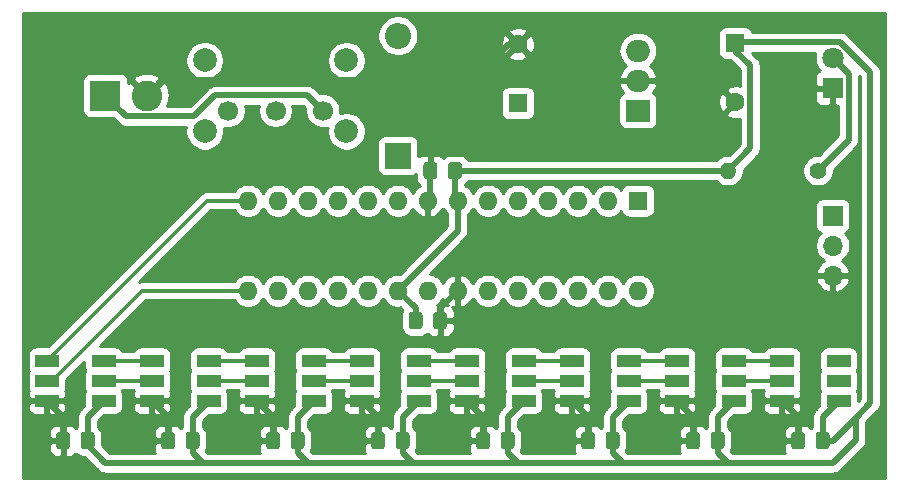
<source format=gbr>
%TF.GenerationSoftware,KiCad,Pcbnew,(5.1.9)-1*%
%TF.CreationDate,2021-05-12T14:49:38+07:00*%
%TF.ProjectId,finalProject,66696e61-6c50-4726-9f6a-6563742e6b69,rev?*%
%TF.SameCoordinates,Original*%
%TF.FileFunction,Copper,L1,Top*%
%TF.FilePolarity,Positive*%
%FSLAX46Y46*%
G04 Gerber Fmt 4.6, Leading zero omitted, Abs format (unit mm)*
G04 Created by KiCad (PCBNEW (5.1.9)-1) date 2021-05-12 14:49:38*
%MOMM*%
%LPD*%
G01*
G04 APERTURE LIST*
%TA.AperFunction,ComponentPad*%
%ADD10O,1.700000X1.700000*%
%TD*%
%TA.AperFunction,ComponentPad*%
%ADD11R,1.700000X1.700000*%
%TD*%
%TA.AperFunction,ComponentPad*%
%ADD12O,2.000000X1.905000*%
%TD*%
%TA.AperFunction,ComponentPad*%
%ADD13R,2.000000X1.905000*%
%TD*%
%TA.AperFunction,ComponentPad*%
%ADD14O,1.600000X1.600000*%
%TD*%
%TA.AperFunction,ComponentPad*%
%ADD15R,1.600000X1.600000*%
%TD*%
%TA.AperFunction,ComponentPad*%
%ADD16C,1.700000*%
%TD*%
%TA.AperFunction,ComponentPad*%
%ADD17C,2.000000*%
%TD*%
%TA.AperFunction,ComponentPad*%
%ADD18O,1.400000X1.400000*%
%TD*%
%TA.AperFunction,ComponentPad*%
%ADD19C,1.400000*%
%TD*%
%TA.AperFunction,ComponentPad*%
%ADD20C,1.800000*%
%TD*%
%TA.AperFunction,ComponentPad*%
%ADD21R,1.800000X1.800000*%
%TD*%
%TA.AperFunction,ComponentPad*%
%ADD22O,2.200000X2.200000*%
%TD*%
%TA.AperFunction,ComponentPad*%
%ADD23R,2.200000X2.200000*%
%TD*%
%TA.AperFunction,SMDPad,CuDef*%
%ADD24R,2.000000X1.100000*%
%TD*%
%TA.AperFunction,ComponentPad*%
%ADD25C,1.600000*%
%TD*%
%TA.AperFunction,ComponentPad*%
%ADD26C,2.600000*%
%TD*%
%TA.AperFunction,ComponentPad*%
%ADD27R,2.600000X2.600000*%
%TD*%
%TA.AperFunction,Conductor*%
%ADD28C,0.500000*%
%TD*%
%TA.AperFunction,Conductor*%
%ADD29C,0.300000*%
%TD*%
%TA.AperFunction,Conductor*%
%ADD30C,0.254000*%
%TD*%
%TA.AperFunction,Conductor*%
%ADD31C,0.100000*%
%TD*%
G04 APERTURE END LIST*
%TO.P,C12,2*%
%TO.N,GND*%
%TA.AperFunction,SMDPad,CuDef*%
G36*
G01*
X139515000Y-99535000D02*
X139515000Y-98585000D01*
G75*
G02*
X139765000Y-98335000I250000J0D01*
G01*
X140440000Y-98335000D01*
G75*
G02*
X140690000Y-98585000I0J-250000D01*
G01*
X140690000Y-99535000D01*
G75*
G02*
X140440000Y-99785000I-250000J0D01*
G01*
X139765000Y-99785000D01*
G75*
G02*
X139515000Y-99535000I0J250000D01*
G01*
G37*
%TD.AperFunction*%
%TO.P,C12,1*%
%TO.N,+5V*%
%TA.AperFunction,SMDPad,CuDef*%
G36*
G01*
X137440000Y-99535000D02*
X137440000Y-98585000D01*
G75*
G02*
X137690000Y-98335000I250000J0D01*
G01*
X138365000Y-98335000D01*
G75*
G02*
X138615000Y-98585000I0J-250000D01*
G01*
X138615000Y-99535000D01*
G75*
G02*
X138365000Y-99785000I-250000J0D01*
G01*
X137690000Y-99785000D01*
G75*
G02*
X137440000Y-99535000I0J250000D01*
G01*
G37*
%TD.AperFunction*%
%TD*%
%TO.P,C11,2*%
%TO.N,GND*%
%TA.AperFunction,SMDPad,CuDef*%
G36*
G01*
X139863500Y-85885000D02*
X139863500Y-86835000D01*
G75*
G02*
X139613500Y-87085000I-250000J0D01*
G01*
X138938500Y-87085000D01*
G75*
G02*
X138688500Y-86835000I0J250000D01*
G01*
X138688500Y-85885000D01*
G75*
G02*
X138938500Y-85635000I250000J0D01*
G01*
X139613500Y-85635000D01*
G75*
G02*
X139863500Y-85885000I0J-250000D01*
G01*
G37*
%TD.AperFunction*%
%TO.P,C11,1*%
%TO.N,+5V*%
%TA.AperFunction,SMDPad,CuDef*%
G36*
G01*
X141938500Y-85885000D02*
X141938500Y-86835000D01*
G75*
G02*
X141688500Y-87085000I-250000J0D01*
G01*
X141013500Y-87085000D01*
G75*
G02*
X140763500Y-86835000I0J250000D01*
G01*
X140763500Y-85885000D01*
G75*
G02*
X141013500Y-85635000I250000J0D01*
G01*
X141688500Y-85635000D01*
G75*
G02*
X141938500Y-85885000I0J-250000D01*
G01*
G37*
%TD.AperFunction*%
%TD*%
%TO.P,C10,2*%
%TO.N,GND*%
%TA.AperFunction,SMDPad,CuDef*%
G36*
G01*
X171000000Y-108745000D02*
X171000000Y-109695000D01*
G75*
G02*
X170750000Y-109945000I-250000J0D01*
G01*
X170075000Y-109945000D01*
G75*
G02*
X169825000Y-109695000I0J250000D01*
G01*
X169825000Y-108745000D01*
G75*
G02*
X170075000Y-108495000I250000J0D01*
G01*
X170750000Y-108495000D01*
G75*
G02*
X171000000Y-108745000I0J-250000D01*
G01*
G37*
%TD.AperFunction*%
%TO.P,C10,1*%
%TO.N,+5V*%
%TA.AperFunction,SMDPad,CuDef*%
G36*
G01*
X173075000Y-108745000D02*
X173075000Y-109695000D01*
G75*
G02*
X172825000Y-109945000I-250000J0D01*
G01*
X172150000Y-109945000D01*
G75*
G02*
X171900000Y-109695000I0J250000D01*
G01*
X171900000Y-108745000D01*
G75*
G02*
X172150000Y-108495000I250000J0D01*
G01*
X172825000Y-108495000D01*
G75*
G02*
X173075000Y-108745000I0J-250000D01*
G01*
G37*
%TD.AperFunction*%
%TD*%
%TO.P,C9,2*%
%TO.N,GND*%
%TA.AperFunction,SMDPad,CuDef*%
G36*
G01*
X162110000Y-108745000D02*
X162110000Y-109695000D01*
G75*
G02*
X161860000Y-109945000I-250000J0D01*
G01*
X161185000Y-109945000D01*
G75*
G02*
X160935000Y-109695000I0J250000D01*
G01*
X160935000Y-108745000D01*
G75*
G02*
X161185000Y-108495000I250000J0D01*
G01*
X161860000Y-108495000D01*
G75*
G02*
X162110000Y-108745000I0J-250000D01*
G01*
G37*
%TD.AperFunction*%
%TO.P,C9,1*%
%TO.N,+5V*%
%TA.AperFunction,SMDPad,CuDef*%
G36*
G01*
X164185000Y-108745000D02*
X164185000Y-109695000D01*
G75*
G02*
X163935000Y-109945000I-250000J0D01*
G01*
X163260000Y-109945000D01*
G75*
G02*
X163010000Y-109695000I0J250000D01*
G01*
X163010000Y-108745000D01*
G75*
G02*
X163260000Y-108495000I250000J0D01*
G01*
X163935000Y-108495000D01*
G75*
G02*
X164185000Y-108745000I0J-250000D01*
G01*
G37*
%TD.AperFunction*%
%TD*%
%TO.P,C8,2*%
%TO.N,GND*%
%TA.AperFunction,SMDPad,CuDef*%
G36*
G01*
X153220000Y-108745000D02*
X153220000Y-109695000D01*
G75*
G02*
X152970000Y-109945000I-250000J0D01*
G01*
X152295000Y-109945000D01*
G75*
G02*
X152045000Y-109695000I0J250000D01*
G01*
X152045000Y-108745000D01*
G75*
G02*
X152295000Y-108495000I250000J0D01*
G01*
X152970000Y-108495000D01*
G75*
G02*
X153220000Y-108745000I0J-250000D01*
G01*
G37*
%TD.AperFunction*%
%TO.P,C8,1*%
%TO.N,+5V*%
%TA.AperFunction,SMDPad,CuDef*%
G36*
G01*
X155295000Y-108745000D02*
X155295000Y-109695000D01*
G75*
G02*
X155045000Y-109945000I-250000J0D01*
G01*
X154370000Y-109945000D01*
G75*
G02*
X154120000Y-109695000I0J250000D01*
G01*
X154120000Y-108745000D01*
G75*
G02*
X154370000Y-108495000I250000J0D01*
G01*
X155045000Y-108495000D01*
G75*
G02*
X155295000Y-108745000I0J-250000D01*
G01*
G37*
%TD.AperFunction*%
%TD*%
%TO.P,C7,2*%
%TO.N,GND*%
%TA.AperFunction,SMDPad,CuDef*%
G36*
G01*
X144330000Y-108745000D02*
X144330000Y-109695000D01*
G75*
G02*
X144080000Y-109945000I-250000J0D01*
G01*
X143405000Y-109945000D01*
G75*
G02*
X143155000Y-109695000I0J250000D01*
G01*
X143155000Y-108745000D01*
G75*
G02*
X143405000Y-108495000I250000J0D01*
G01*
X144080000Y-108495000D01*
G75*
G02*
X144330000Y-108745000I0J-250000D01*
G01*
G37*
%TD.AperFunction*%
%TO.P,C7,1*%
%TO.N,+5V*%
%TA.AperFunction,SMDPad,CuDef*%
G36*
G01*
X146405000Y-108745000D02*
X146405000Y-109695000D01*
G75*
G02*
X146155000Y-109945000I-250000J0D01*
G01*
X145480000Y-109945000D01*
G75*
G02*
X145230000Y-109695000I0J250000D01*
G01*
X145230000Y-108745000D01*
G75*
G02*
X145480000Y-108495000I250000J0D01*
G01*
X146155000Y-108495000D01*
G75*
G02*
X146405000Y-108745000I0J-250000D01*
G01*
G37*
%TD.AperFunction*%
%TD*%
%TO.P,C6,2*%
%TO.N,GND*%
%TA.AperFunction,SMDPad,CuDef*%
G36*
G01*
X135440000Y-108745000D02*
X135440000Y-109695000D01*
G75*
G02*
X135190000Y-109945000I-250000J0D01*
G01*
X134515000Y-109945000D01*
G75*
G02*
X134265000Y-109695000I0J250000D01*
G01*
X134265000Y-108745000D01*
G75*
G02*
X134515000Y-108495000I250000J0D01*
G01*
X135190000Y-108495000D01*
G75*
G02*
X135440000Y-108745000I0J-250000D01*
G01*
G37*
%TD.AperFunction*%
%TO.P,C6,1*%
%TO.N,+5V*%
%TA.AperFunction,SMDPad,CuDef*%
G36*
G01*
X137515000Y-108745000D02*
X137515000Y-109695000D01*
G75*
G02*
X137265000Y-109945000I-250000J0D01*
G01*
X136590000Y-109945000D01*
G75*
G02*
X136340000Y-109695000I0J250000D01*
G01*
X136340000Y-108745000D01*
G75*
G02*
X136590000Y-108495000I250000J0D01*
G01*
X137265000Y-108495000D01*
G75*
G02*
X137515000Y-108745000I0J-250000D01*
G01*
G37*
%TD.AperFunction*%
%TD*%
%TO.P,C5,2*%
%TO.N,GND*%
%TA.AperFunction,SMDPad,CuDef*%
G36*
G01*
X126550000Y-108745000D02*
X126550000Y-109695000D01*
G75*
G02*
X126300000Y-109945000I-250000J0D01*
G01*
X125625000Y-109945000D01*
G75*
G02*
X125375000Y-109695000I0J250000D01*
G01*
X125375000Y-108745000D01*
G75*
G02*
X125625000Y-108495000I250000J0D01*
G01*
X126300000Y-108495000D01*
G75*
G02*
X126550000Y-108745000I0J-250000D01*
G01*
G37*
%TD.AperFunction*%
%TO.P,C5,1*%
%TO.N,+5V*%
%TA.AperFunction,SMDPad,CuDef*%
G36*
G01*
X128625000Y-108745000D02*
X128625000Y-109695000D01*
G75*
G02*
X128375000Y-109945000I-250000J0D01*
G01*
X127700000Y-109945000D01*
G75*
G02*
X127450000Y-109695000I0J250000D01*
G01*
X127450000Y-108745000D01*
G75*
G02*
X127700000Y-108495000I250000J0D01*
G01*
X128375000Y-108495000D01*
G75*
G02*
X128625000Y-108745000I0J-250000D01*
G01*
G37*
%TD.AperFunction*%
%TD*%
%TO.P,C4,2*%
%TO.N,GND*%
%TA.AperFunction,SMDPad,CuDef*%
G36*
G01*
X117660000Y-108745000D02*
X117660000Y-109695000D01*
G75*
G02*
X117410000Y-109945000I-250000J0D01*
G01*
X116735000Y-109945000D01*
G75*
G02*
X116485000Y-109695000I0J250000D01*
G01*
X116485000Y-108745000D01*
G75*
G02*
X116735000Y-108495000I250000J0D01*
G01*
X117410000Y-108495000D01*
G75*
G02*
X117660000Y-108745000I0J-250000D01*
G01*
G37*
%TD.AperFunction*%
%TO.P,C4,1*%
%TO.N,+5V*%
%TA.AperFunction,SMDPad,CuDef*%
G36*
G01*
X119735000Y-108745000D02*
X119735000Y-109695000D01*
G75*
G02*
X119485000Y-109945000I-250000J0D01*
G01*
X118810000Y-109945000D01*
G75*
G02*
X118560000Y-109695000I0J250000D01*
G01*
X118560000Y-108745000D01*
G75*
G02*
X118810000Y-108495000I250000J0D01*
G01*
X119485000Y-108495000D01*
G75*
G02*
X119735000Y-108745000I0J-250000D01*
G01*
G37*
%TD.AperFunction*%
%TD*%
%TO.P,C3,2*%
%TO.N,GND*%
%TA.AperFunction,SMDPad,CuDef*%
G36*
G01*
X108770000Y-108745000D02*
X108770000Y-109695000D01*
G75*
G02*
X108520000Y-109945000I-250000J0D01*
G01*
X107845000Y-109945000D01*
G75*
G02*
X107595000Y-109695000I0J250000D01*
G01*
X107595000Y-108745000D01*
G75*
G02*
X107845000Y-108495000I250000J0D01*
G01*
X108520000Y-108495000D01*
G75*
G02*
X108770000Y-108745000I0J-250000D01*
G01*
G37*
%TD.AperFunction*%
%TO.P,C3,1*%
%TO.N,+5V*%
%TA.AperFunction,SMDPad,CuDef*%
G36*
G01*
X110845000Y-108745000D02*
X110845000Y-109695000D01*
G75*
G02*
X110595000Y-109945000I-250000J0D01*
G01*
X109920000Y-109945000D01*
G75*
G02*
X109670000Y-109695000I0J250000D01*
G01*
X109670000Y-108745000D01*
G75*
G02*
X109920000Y-108495000I250000J0D01*
G01*
X110595000Y-108495000D01*
G75*
G02*
X110845000Y-108745000I0J-250000D01*
G01*
G37*
%TD.AperFunction*%
%TD*%
D10*
%TO.P,J1,3*%
%TO.N,GND*%
X173355000Y-95250000D03*
%TO.P,J1,2*%
%TO.N,Net-(J1-Pad2)*%
X173355000Y-92710000D03*
D11*
%TO.P,J1,1*%
%TO.N,Net-(J1-Pad1)*%
X173355000Y-90170000D03*
%TD*%
D12*
%TO.P,U2,3*%
%TO.N,+5V*%
X156845000Y-76200000D03*
%TO.P,U2,2*%
%TO.N,GND*%
X156845000Y-78740000D03*
D13*
%TO.P,U2,1*%
%TO.N,Net-(C1-Pad1)*%
X156845000Y-81280000D03*
%TD*%
D14*
%TO.P,U1,28*%
%TO.N,Net-(U1-Pad28)*%
X156845000Y-96520000D03*
%TO.P,U1,14*%
%TO.N,Net-(D1-Pad1)*%
X123825000Y-88900000D03*
%TO.P,U1,27*%
%TO.N,Net-(U1-Pad27)*%
X154305000Y-96520000D03*
%TO.P,U1,13*%
%TO.N,Net-(U1-Pad13)*%
X126365000Y-88900000D03*
%TO.P,U1,26*%
%TO.N,Net-(U1-Pad26)*%
X151765000Y-96520000D03*
%TO.P,U1,12*%
%TO.N,Net-(U1-Pad12)*%
X128905000Y-88900000D03*
%TO.P,U1,25*%
%TO.N,Net-(U1-Pad25)*%
X149225000Y-96520000D03*
%TO.P,U1,11*%
%TO.N,Net-(U1-Pad11)*%
X131445000Y-88900000D03*
%TO.P,U1,24*%
%TO.N,Net-(U1-Pad24)*%
X146685000Y-96520000D03*
%TO.P,U1,10*%
%TO.N,Net-(U1-Pad10)*%
X133985000Y-88900000D03*
%TO.P,U1,23*%
%TO.N,Net-(U1-Pad23)*%
X144145000Y-96520000D03*
%TO.P,U1,9*%
%TO.N,Net-(U1-Pad9)*%
X136525000Y-88900000D03*
%TO.P,U1,22*%
%TO.N,GND*%
X141605000Y-96520000D03*
%TO.P,U1,8*%
X139065000Y-88900000D03*
%TO.P,U1,21*%
%TO.N,Net-(U1-Pad21)*%
X139065000Y-96520000D03*
%TO.P,U1,7*%
%TO.N,+5V*%
X141605000Y-88900000D03*
%TO.P,U1,20*%
X136525000Y-96520000D03*
%TO.P,U1,6*%
%TO.N,Net-(U1-Pad6)*%
X144145000Y-88900000D03*
%TO.P,U1,19*%
%TO.N,Net-(U1-Pad19)*%
X133985000Y-96520000D03*
%TO.P,U1,5*%
%TO.N,Net-(U1-Pad5)*%
X146685000Y-88900000D03*
%TO.P,U1,18*%
%TO.N,Net-(U1-Pad18)*%
X131445000Y-96520000D03*
%TO.P,U1,4*%
%TO.N,Net-(U1-Pad4)*%
X149225000Y-88900000D03*
%TO.P,U1,17*%
%TO.N,Net-(U1-Pad17)*%
X128905000Y-96520000D03*
%TO.P,U1,3*%
%TO.N,Net-(J1-Pad2)*%
X151765000Y-88900000D03*
%TO.P,U1,16*%
%TO.N,Net-(U1-Pad16)*%
X126365000Y-96520000D03*
%TO.P,U1,2*%
%TO.N,Net-(J1-Pad1)*%
X154305000Y-88900000D03*
%TO.P,U1,15*%
%TO.N,Net-(D1-Pad2)*%
X123825000Y-96520000D03*
D15*
%TO.P,U1,1*%
%TO.N,Net-(U1-Pad1)*%
X156845000Y-88900000D03*
%TD*%
D16*
%TO.P,SW1,3*%
%TO.N,N/C*%
X122175000Y-81280000D03*
%TO.P,SW1,2*%
%TO.N,Net-(D9-Pad2)*%
X126175000Y-81280000D03*
%TO.P,SW1,1*%
%TO.N,Net-(BT1-Pad1)*%
X130175000Y-81280000D03*
D17*
%TO.P,SW1,*%
%TO.N,*%
X132175000Y-77030000D03*
X120175000Y-77030000D03*
X120175000Y-83030000D03*
X132175000Y-83030000D03*
%TD*%
D18*
%TO.P,R1,2*%
%TO.N,+5V*%
X164465000Y-86360000D03*
D19*
%TO.P,R1,1*%
%TO.N,Net-(D10-Pad2)*%
X172085000Y-86360000D03*
%TD*%
D20*
%TO.P,D10,2*%
%TO.N,Net-(D10-Pad2)*%
X173355000Y-76835000D03*
D21*
%TO.P,D10,1*%
%TO.N,GND*%
X173355000Y-79375000D03*
%TD*%
D22*
%TO.P,D9,2*%
%TO.N,Net-(D9-Pad2)*%
X136525000Y-74930000D03*
D23*
%TO.P,D9,1*%
%TO.N,Net-(C1-Pad1)*%
X136525000Y-85090000D03*
%TD*%
D24*
%TO.P,D8,6*%
%TO.N,Net-(D8-Pad6)*%
X173850000Y-102440000D03*
%TO.P,D8,5*%
%TO.N,Net-(D8-Pad5)*%
X173850000Y-104140000D03*
%TO.P,D8,4*%
%TO.N,+5V*%
X173850000Y-105840000D03*
%TO.P,D8,3*%
%TO.N,GND*%
X169050000Y-105840000D03*
%TO.P,D8,2*%
%TO.N,Net-(D7-Pad5)*%
X169050000Y-104140000D03*
%TO.P,D8,1*%
%TO.N,Net-(D7-Pad6)*%
X169050000Y-102440000D03*
%TD*%
%TO.P,D7,6*%
%TO.N,Net-(D7-Pad6)*%
X164960000Y-102440000D03*
%TO.P,D7,5*%
%TO.N,Net-(D7-Pad5)*%
X164960000Y-104140000D03*
%TO.P,D7,4*%
%TO.N,+5V*%
X164960000Y-105840000D03*
%TO.P,D7,3*%
%TO.N,GND*%
X160160000Y-105840000D03*
%TO.P,D7,2*%
%TO.N,Net-(D6-Pad5)*%
X160160000Y-104140000D03*
%TO.P,D7,1*%
%TO.N,Net-(D6-Pad6)*%
X160160000Y-102440000D03*
%TD*%
%TO.P,D6,6*%
%TO.N,Net-(D6-Pad6)*%
X156070000Y-102440000D03*
%TO.P,D6,5*%
%TO.N,Net-(D6-Pad5)*%
X156070000Y-104140000D03*
%TO.P,D6,4*%
%TO.N,+5V*%
X156070000Y-105840000D03*
%TO.P,D6,3*%
%TO.N,GND*%
X151270000Y-105840000D03*
%TO.P,D6,2*%
%TO.N,Net-(D5-Pad5)*%
X151270000Y-104140000D03*
%TO.P,D6,1*%
%TO.N,Net-(D5-Pad6)*%
X151270000Y-102440000D03*
%TD*%
%TO.P,D5,6*%
%TO.N,Net-(D5-Pad6)*%
X147180000Y-102440000D03*
%TO.P,D5,5*%
%TO.N,Net-(D5-Pad5)*%
X147180000Y-104140000D03*
%TO.P,D5,4*%
%TO.N,+5V*%
X147180000Y-105840000D03*
%TO.P,D5,3*%
%TO.N,GND*%
X142380000Y-105840000D03*
%TO.P,D5,2*%
%TO.N,Net-(D4-Pad5)*%
X142380000Y-104140000D03*
%TO.P,D5,1*%
%TO.N,Net-(D4-Pad6)*%
X142380000Y-102440000D03*
%TD*%
%TO.P,D4,6*%
%TO.N,Net-(D4-Pad6)*%
X138290000Y-102440000D03*
%TO.P,D4,5*%
%TO.N,Net-(D4-Pad5)*%
X138290000Y-104140000D03*
%TO.P,D4,4*%
%TO.N,+5V*%
X138290000Y-105840000D03*
%TO.P,D4,3*%
%TO.N,GND*%
X133490000Y-105840000D03*
%TO.P,D4,2*%
%TO.N,Net-(D3-Pad5)*%
X133490000Y-104140000D03*
%TO.P,D4,1*%
%TO.N,Net-(D3-Pad6)*%
X133490000Y-102440000D03*
%TD*%
%TO.P,D3,6*%
%TO.N,Net-(D3-Pad6)*%
X129400000Y-102440000D03*
%TO.P,D3,5*%
%TO.N,Net-(D3-Pad5)*%
X129400000Y-104140000D03*
%TO.P,D3,4*%
%TO.N,+5V*%
X129400000Y-105840000D03*
%TO.P,D3,3*%
%TO.N,GND*%
X124600000Y-105840000D03*
%TO.P,D3,2*%
%TO.N,Net-(D2-Pad5)*%
X124600000Y-104140000D03*
%TO.P,D3,1*%
%TO.N,Net-(D2-Pad6)*%
X124600000Y-102440000D03*
%TD*%
%TO.P,D2,6*%
%TO.N,Net-(D2-Pad6)*%
X120510000Y-102440000D03*
%TO.P,D2,5*%
%TO.N,Net-(D2-Pad5)*%
X120510000Y-104140000D03*
%TO.P,D2,4*%
%TO.N,+5V*%
X120510000Y-105840000D03*
%TO.P,D2,3*%
%TO.N,GND*%
X115710000Y-105840000D03*
%TO.P,D2,2*%
%TO.N,Net-(D1-Pad5)*%
X115710000Y-104140000D03*
%TO.P,D2,1*%
%TO.N,Net-(D1-Pad6)*%
X115710000Y-102440000D03*
%TD*%
%TO.P,D1,6*%
%TO.N,Net-(D1-Pad6)*%
X111620000Y-102440000D03*
%TO.P,D1,5*%
%TO.N,Net-(D1-Pad5)*%
X111620000Y-104140000D03*
%TO.P,D1,4*%
%TO.N,+5V*%
X111620000Y-105840000D03*
%TO.P,D1,3*%
%TO.N,GND*%
X106820000Y-105840000D03*
%TO.P,D1,2*%
%TO.N,Net-(D1-Pad2)*%
X106820000Y-104140000D03*
%TO.P,D1,1*%
%TO.N,Net-(D1-Pad1)*%
X106820000Y-102440000D03*
%TD*%
D25*
%TO.P,C2,2*%
%TO.N,GND*%
X165100000Y-80565000D03*
D15*
%TO.P,C2,1*%
%TO.N,+5V*%
X165100000Y-75565000D03*
%TD*%
D25*
%TO.P,C1,2*%
%TO.N,GND*%
X146685000Y-75645000D03*
D15*
%TO.P,C1,1*%
%TO.N,Net-(C1-Pad1)*%
X146685000Y-80645000D03*
%TD*%
D26*
%TO.P,BT1,2*%
%TO.N,GND*%
X115260000Y-80010000D03*
D27*
%TO.P,BT1,1*%
%TO.N,Net-(BT1-Pad1)*%
X111760000Y-80010000D03*
%TD*%
D28*
%TO.N,GND*%
X117072500Y-107202500D02*
X115710000Y-105840000D01*
X117072500Y-109220000D02*
X117072500Y-107202500D01*
X134852500Y-107202500D02*
X133490000Y-105840000D01*
X134852500Y-109220000D02*
X134852500Y-107202500D01*
X143742500Y-107202500D02*
X142380000Y-105840000D01*
X143742500Y-109220000D02*
X143742500Y-107202500D01*
X152632500Y-107202500D02*
X151270000Y-105840000D01*
X152632500Y-109220000D02*
X152632500Y-107202500D01*
X161522500Y-107202500D02*
X160160000Y-105840000D01*
X161522500Y-109220000D02*
X161522500Y-107202500D01*
X170412500Y-107202500D02*
X169050000Y-105840000D01*
X170412500Y-109220000D02*
X170412500Y-107202500D01*
X116559999Y-78710001D02*
X142904999Y-78710001D01*
X115260000Y-80010000D02*
X116559999Y-78710001D01*
X145970000Y-75645000D02*
X146685000Y-75645000D01*
X142904999Y-78710001D02*
X145970000Y-75645000D01*
X125962500Y-107202500D02*
X124600000Y-105840000D01*
X125962500Y-109220000D02*
X125962500Y-107202500D01*
X108182500Y-107202500D02*
X106820000Y-105840000D01*
X108182500Y-109220000D02*
X108182500Y-107202500D01*
X139276000Y-88689000D02*
X139065000Y-88900000D01*
X139276000Y-86360000D02*
X139276000Y-88689000D01*
X140102500Y-98022500D02*
X141605000Y-96520000D01*
X140102500Y-99060000D02*
X140102500Y-98022500D01*
%TO.N,Net-(BT1-Pad1)*%
X128874999Y-79979999D02*
X130175000Y-81280000D01*
X121078999Y-79979999D02*
X128874999Y-79979999D01*
X119298997Y-81760001D02*
X121078999Y-79979999D01*
X113510001Y-81760001D02*
X119298997Y-81760001D01*
X111760000Y-80010000D02*
X113510001Y-81760001D01*
%TO.N,+5V*%
X119147500Y-107202500D02*
X120510000Y-105840000D01*
X119147500Y-109220000D02*
X119147500Y-107202500D01*
X128037500Y-107202500D02*
X129400000Y-105840000D01*
X128037500Y-109220000D02*
X128037500Y-107202500D01*
X136927500Y-107202500D02*
X138290000Y-105840000D01*
X136927500Y-109220000D02*
X136927500Y-107202500D01*
X145817500Y-107202500D02*
X147180000Y-105840000D01*
X145817500Y-109220000D02*
X145817500Y-107202500D01*
X154707500Y-107202500D02*
X156070000Y-105840000D01*
X154707500Y-109220000D02*
X154707500Y-107202500D01*
X163597500Y-107202500D02*
X164960000Y-105840000D01*
X163597500Y-109220000D02*
X163597500Y-107202500D01*
X172487500Y-107202500D02*
X173850000Y-105840000D01*
X172487500Y-109220000D02*
X172487500Y-107202500D01*
X141372500Y-88667500D02*
X141605000Y-88900000D01*
X110257500Y-107202500D02*
X111620000Y-105840000D01*
X110257500Y-109220000D02*
X110257500Y-107202500D01*
X110257500Y-109622500D02*
X111760000Y-111125000D01*
X110257500Y-109220000D02*
X110257500Y-109622500D01*
X119147500Y-110257500D02*
X120015000Y-111125000D01*
X119147500Y-109220000D02*
X119147500Y-110257500D01*
X111760000Y-111125000D02*
X120015000Y-111125000D01*
X128037500Y-110257500D02*
X128905000Y-111125000D01*
X128037500Y-109220000D02*
X128037500Y-110257500D01*
X120015000Y-111125000D02*
X128905000Y-111125000D01*
D29*
X163597500Y-109220000D02*
X163597500Y-110087500D01*
D28*
X136927500Y-110257500D02*
X137795000Y-111125000D01*
X136927500Y-109220000D02*
X136927500Y-110257500D01*
X128905000Y-111125000D02*
X137795000Y-111125000D01*
X145817500Y-110257500D02*
X146685000Y-111125000D01*
X145817500Y-109220000D02*
X145817500Y-110257500D01*
X137795000Y-111125000D02*
X146685000Y-111125000D01*
X154707500Y-110257500D02*
X155575000Y-111125000D01*
X154707500Y-109220000D02*
X154707500Y-110257500D01*
X146685000Y-111125000D02*
X155575000Y-111125000D01*
X163597500Y-110257500D02*
X164465000Y-111125000D01*
X163597500Y-109220000D02*
X163597500Y-110257500D01*
X155575000Y-111125000D02*
X164465000Y-111125000D01*
X138027500Y-98022500D02*
X136525000Y-96520000D01*
X138027500Y-99060000D02*
X138027500Y-98022500D01*
X141605000Y-91440000D02*
X136525000Y-96520000D01*
X141605000Y-88900000D02*
X141605000Y-91440000D01*
X164465000Y-111125000D02*
X173355000Y-111125000D01*
X173355000Y-111125000D02*
X175300001Y-109179999D01*
X175300001Y-109179999D02*
X175300001Y-107274999D01*
X172487500Y-109220000D02*
X173355000Y-109220000D01*
X173355000Y-109220000D02*
X175300001Y-107274999D01*
X165100000Y-75565000D02*
X165100000Y-76200000D01*
X166350001Y-84474999D02*
X164465000Y-86360000D01*
X166350001Y-77450001D02*
X166350001Y-84474999D01*
X165100000Y-76200000D02*
X166350001Y-77450001D01*
X164465000Y-86360000D02*
X141351000Y-86360000D01*
X141351000Y-88646000D02*
X141605000Y-88900000D01*
X141351000Y-86360000D02*
X141351000Y-88646000D01*
X165180001Y-75484999D02*
X165100000Y-75565000D01*
X174003001Y-75484999D02*
X165180001Y-75484999D01*
X176530000Y-78011998D02*
X174003001Y-75484999D01*
X176530000Y-106045000D02*
X176530000Y-78011998D01*
X175300001Y-107274999D02*
X176530000Y-106045000D01*
D29*
%TO.N,Net-(D1-Pad6)*%
X111620000Y-102440000D02*
X115710000Y-102440000D01*
%TO.N,Net-(D1-Pad5)*%
X111620000Y-104140000D02*
X115710000Y-104140000D01*
D28*
%TO.N,Net-(D1-Pad2)*%
X106820000Y-104140000D02*
X107315000Y-104140000D01*
D29*
X114890000Y-96520000D02*
X123825000Y-96520000D01*
X107270000Y-104140000D02*
X114890000Y-96520000D01*
X106820000Y-104140000D02*
X107270000Y-104140000D01*
%TO.N,Net-(D1-Pad1)*%
X120360000Y-88900000D02*
X123825000Y-88900000D01*
X106820000Y-102440000D02*
X120360000Y-88900000D01*
%TO.N,Net-(D2-Pad6)*%
X120510000Y-102440000D02*
X124600000Y-102440000D01*
%TO.N,Net-(D2-Pad5)*%
X120510000Y-104140000D02*
X124600000Y-104140000D01*
%TO.N,Net-(D3-Pad6)*%
X129400000Y-102440000D02*
X133490000Y-102440000D01*
%TO.N,Net-(D3-Pad5)*%
X129400000Y-104140000D02*
X133490000Y-104140000D01*
%TO.N,Net-(D4-Pad6)*%
X138290000Y-102440000D02*
X142380000Y-102440000D01*
%TO.N,Net-(D4-Pad5)*%
X142380000Y-104140000D02*
X138290000Y-104140000D01*
%TO.N,Net-(D5-Pad6)*%
X147180000Y-102440000D02*
X151270000Y-102440000D01*
%TO.N,Net-(D5-Pad5)*%
X147180000Y-104140000D02*
X151270000Y-104140000D01*
%TO.N,Net-(D6-Pad6)*%
X156070000Y-102440000D02*
X160160000Y-102440000D01*
%TO.N,Net-(D6-Pad5)*%
X156070000Y-104140000D02*
X160160000Y-104140000D01*
%TO.N,Net-(D7-Pad6)*%
X164960000Y-102440000D02*
X169050000Y-102440000D01*
%TO.N,Net-(D7-Pad5)*%
X164960000Y-104140000D02*
X169050000Y-104140000D01*
D28*
%TO.N,Net-(D10-Pad2)*%
X174705001Y-83739999D02*
X172085000Y-86360000D01*
X174705001Y-78185001D02*
X174705001Y-83739999D01*
X173355000Y-76835000D02*
X174705001Y-78185001D01*
%TD*%
D30*
%TO.N,GND*%
X177775001Y-112370000D02*
X104800000Y-112370000D01*
X104800000Y-109945000D01*
X106956928Y-109945000D01*
X106969188Y-110069482D01*
X107005498Y-110189180D01*
X107064463Y-110299494D01*
X107143815Y-110396185D01*
X107240506Y-110475537D01*
X107350820Y-110534502D01*
X107470518Y-110570812D01*
X107595000Y-110583072D01*
X107896750Y-110580000D01*
X108055500Y-110421250D01*
X108055500Y-109347000D01*
X107118750Y-109347000D01*
X106960000Y-109505750D01*
X106956928Y-109945000D01*
X104800000Y-109945000D01*
X104800000Y-108495000D01*
X106956928Y-108495000D01*
X106960000Y-108934250D01*
X107118750Y-109093000D01*
X108055500Y-109093000D01*
X108055500Y-108018750D01*
X107896750Y-107860000D01*
X107595000Y-107856928D01*
X107470518Y-107869188D01*
X107350820Y-107905498D01*
X107240506Y-107964463D01*
X107143815Y-108043815D01*
X107064463Y-108140506D01*
X107005498Y-108250820D01*
X106969188Y-108370518D01*
X106956928Y-108495000D01*
X104800000Y-108495000D01*
X104800000Y-106390000D01*
X105181928Y-106390000D01*
X105194188Y-106514482D01*
X105230498Y-106634180D01*
X105289463Y-106744494D01*
X105368815Y-106841185D01*
X105465506Y-106920537D01*
X105575820Y-106979502D01*
X105695518Y-107015812D01*
X105820000Y-107028072D01*
X106534250Y-107025000D01*
X106693000Y-106866250D01*
X106693000Y-105967000D01*
X106947000Y-105967000D01*
X106947000Y-106866250D01*
X107105750Y-107025000D01*
X107820000Y-107028072D01*
X107944482Y-107015812D01*
X108064180Y-106979502D01*
X108174494Y-106920537D01*
X108271185Y-106841185D01*
X108350537Y-106744494D01*
X108409502Y-106634180D01*
X108445812Y-106514482D01*
X108458072Y-106390000D01*
X108455000Y-106125750D01*
X108296250Y-105967000D01*
X106947000Y-105967000D01*
X106693000Y-105967000D01*
X105343750Y-105967000D01*
X105185000Y-106125750D01*
X105181928Y-106390000D01*
X104800000Y-106390000D01*
X104800000Y-101890000D01*
X105181928Y-101890000D01*
X105181928Y-102990000D01*
X105194188Y-103114482D01*
X105230498Y-103234180D01*
X105260335Y-103290000D01*
X105230498Y-103345820D01*
X105194188Y-103465518D01*
X105181928Y-103590000D01*
X105181928Y-104690000D01*
X105194188Y-104814482D01*
X105230498Y-104934180D01*
X105260335Y-104990000D01*
X105230498Y-105045820D01*
X105194188Y-105165518D01*
X105181928Y-105290000D01*
X105185000Y-105554250D01*
X105343750Y-105713000D01*
X106693000Y-105713000D01*
X106693000Y-105693000D01*
X106947000Y-105693000D01*
X106947000Y-105713000D01*
X108296250Y-105713000D01*
X108455000Y-105554250D01*
X108458072Y-105290000D01*
X108445812Y-105165518D01*
X108409502Y-105045820D01*
X108379665Y-104990000D01*
X108409502Y-104934180D01*
X108445812Y-104814482D01*
X108458072Y-104690000D01*
X108458072Y-104062085D01*
X109981928Y-102538229D01*
X109981928Y-102990000D01*
X109994188Y-103114482D01*
X110030498Y-103234180D01*
X110060335Y-103290000D01*
X110030498Y-103345820D01*
X109994188Y-103465518D01*
X109981928Y-103590000D01*
X109981928Y-104690000D01*
X109994188Y-104814482D01*
X110030498Y-104934180D01*
X110060335Y-104990000D01*
X110030498Y-105045820D01*
X109994188Y-105165518D01*
X109981928Y-105290000D01*
X109981928Y-106226494D01*
X109662451Y-106545971D01*
X109628684Y-106573683D01*
X109600971Y-106607451D01*
X109600968Y-106607454D01*
X109518090Y-106708441D01*
X109435912Y-106862187D01*
X109385305Y-107029010D01*
X109368219Y-107202500D01*
X109372501Y-107245979D01*
X109372501Y-108051004D01*
X109292038Y-108117038D01*
X109286658Y-108123594D01*
X109221185Y-108043815D01*
X109124494Y-107964463D01*
X109014180Y-107905498D01*
X108894482Y-107869188D01*
X108770000Y-107856928D01*
X108468250Y-107860000D01*
X108309500Y-108018750D01*
X108309500Y-109093000D01*
X108329500Y-109093000D01*
X108329500Y-109347000D01*
X108309500Y-109347000D01*
X108309500Y-110421250D01*
X108468250Y-110580000D01*
X108770000Y-110583072D01*
X108894482Y-110570812D01*
X109014180Y-110534502D01*
X109124494Y-110475537D01*
X109221185Y-110396185D01*
X109286658Y-110316406D01*
X109292038Y-110322962D01*
X109426614Y-110433405D01*
X109580150Y-110515472D01*
X109746746Y-110566008D01*
X109920000Y-110583072D01*
X109966494Y-110583072D01*
X111103470Y-111720049D01*
X111131183Y-111753817D01*
X111164951Y-111781530D01*
X111164953Y-111781532D01*
X111265940Y-111864410D01*
X111265941Y-111864411D01*
X111419687Y-111946589D01*
X111586510Y-111997195D01*
X111716523Y-112010000D01*
X111716531Y-112010000D01*
X111760000Y-112014281D01*
X111803469Y-112010000D01*
X119971533Y-112010000D01*
X120014999Y-112014281D01*
X120058465Y-112010000D01*
X128861533Y-112010000D01*
X128904999Y-112014281D01*
X128948465Y-112010000D01*
X137751533Y-112010000D01*
X137794999Y-112014281D01*
X137838465Y-112010000D01*
X146641533Y-112010000D01*
X146684999Y-112014281D01*
X146728465Y-112010000D01*
X155531533Y-112010000D01*
X155574999Y-112014281D01*
X155618465Y-112010000D01*
X164421533Y-112010000D01*
X164464999Y-112014281D01*
X164508465Y-112010000D01*
X173311531Y-112010000D01*
X173355000Y-112014281D01*
X173398469Y-112010000D01*
X173398477Y-112010000D01*
X173528490Y-111997195D01*
X173695313Y-111946589D01*
X173849059Y-111864411D01*
X173983817Y-111753817D01*
X174011534Y-111720044D01*
X175895051Y-109836528D01*
X175928818Y-109808816D01*
X176039412Y-109674058D01*
X176121590Y-109520312D01*
X176172196Y-109353489D01*
X176185001Y-109223476D01*
X176185001Y-109223468D01*
X176189282Y-109179999D01*
X176185001Y-109136530D01*
X176185001Y-107641577D01*
X177125050Y-106701529D01*
X177158817Y-106673817D01*
X177269411Y-106539059D01*
X177351589Y-106385313D01*
X177402195Y-106218490D01*
X177415000Y-106088477D01*
X177415000Y-106088467D01*
X177419281Y-106045001D01*
X177415000Y-106001535D01*
X177415000Y-78055463D01*
X177419281Y-78011997D01*
X177415000Y-77968531D01*
X177415000Y-77968521D01*
X177402195Y-77838508D01*
X177351589Y-77671685D01*
X177269411Y-77517939D01*
X177245210Y-77488450D01*
X177186532Y-77416951D01*
X177186530Y-77416949D01*
X177158817Y-77383181D01*
X177125049Y-77355468D01*
X174659535Y-74889955D01*
X174631818Y-74856182D01*
X174497060Y-74745588D01*
X174343314Y-74663410D01*
X174176491Y-74612804D01*
X174046478Y-74599999D01*
X174046470Y-74599999D01*
X174003001Y-74595718D01*
X173959532Y-74599999D01*
X166513521Y-74599999D01*
X166489502Y-74520820D01*
X166430537Y-74410506D01*
X166351185Y-74313815D01*
X166254494Y-74234463D01*
X166144180Y-74175498D01*
X166024482Y-74139188D01*
X165900000Y-74126928D01*
X164300000Y-74126928D01*
X164175518Y-74139188D01*
X164055820Y-74175498D01*
X163945506Y-74234463D01*
X163848815Y-74313815D01*
X163769463Y-74410506D01*
X163710498Y-74520820D01*
X163674188Y-74640518D01*
X163661928Y-74765000D01*
X163661928Y-76365000D01*
X163674188Y-76489482D01*
X163710498Y-76609180D01*
X163769463Y-76719494D01*
X163848815Y-76816185D01*
X163945506Y-76895537D01*
X164055820Y-76954502D01*
X164175518Y-76990812D01*
X164300000Y-77003072D01*
X164651494Y-77003072D01*
X165465001Y-77816580D01*
X165465001Y-79177098D01*
X165311816Y-79138700D01*
X165029488Y-79124783D01*
X164749870Y-79166213D01*
X164483708Y-79261397D01*
X164358486Y-79328329D01*
X164286903Y-79572298D01*
X165100000Y-80385395D01*
X165114143Y-80371253D01*
X165293748Y-80550858D01*
X165279605Y-80565000D01*
X165293748Y-80579143D01*
X165114143Y-80758748D01*
X165100000Y-80744605D01*
X164286903Y-81557702D01*
X164358486Y-81801671D01*
X164613996Y-81922571D01*
X164888184Y-81991300D01*
X165170512Y-82005217D01*
X165450130Y-81963787D01*
X165465002Y-81958469D01*
X165465002Y-84108419D01*
X164548422Y-85025000D01*
X164333514Y-85025000D01*
X164075595Y-85076304D01*
X163832641Y-85176939D01*
X163613987Y-85323038D01*
X163462025Y-85475000D01*
X142471476Y-85475000D01*
X142426905Y-85391614D01*
X142316462Y-85257038D01*
X142181886Y-85146595D01*
X142028350Y-85064528D01*
X141861754Y-85013992D01*
X141688500Y-84996928D01*
X141013500Y-84996928D01*
X140840246Y-85013992D01*
X140673650Y-85064528D01*
X140520114Y-85146595D01*
X140385538Y-85257038D01*
X140380158Y-85263594D01*
X140314685Y-85183815D01*
X140217994Y-85104463D01*
X140107680Y-85045498D01*
X139987982Y-85009188D01*
X139863500Y-84996928D01*
X139561750Y-85000000D01*
X139403000Y-85158750D01*
X139403000Y-86233000D01*
X139423000Y-86233000D01*
X139423000Y-86487000D01*
X139403000Y-86487000D01*
X139403000Y-86507000D01*
X139149000Y-86507000D01*
X139149000Y-86487000D01*
X139129000Y-86487000D01*
X139129000Y-86233000D01*
X139149000Y-86233000D01*
X139149000Y-85158750D01*
X138990250Y-85000000D01*
X138688500Y-84996928D01*
X138564018Y-85009188D01*
X138444320Y-85045498D01*
X138334006Y-85104463D01*
X138263072Y-85162677D01*
X138263072Y-83990000D01*
X138250812Y-83865518D01*
X138214502Y-83745820D01*
X138155537Y-83635506D01*
X138076185Y-83538815D01*
X137979494Y-83459463D01*
X137869180Y-83400498D01*
X137749482Y-83364188D01*
X137625000Y-83351928D01*
X135425000Y-83351928D01*
X135300518Y-83364188D01*
X135180820Y-83400498D01*
X135070506Y-83459463D01*
X134973815Y-83538815D01*
X134894463Y-83635506D01*
X134835498Y-83745820D01*
X134799188Y-83865518D01*
X134786928Y-83990000D01*
X134786928Y-86190000D01*
X134799188Y-86314482D01*
X134835498Y-86434180D01*
X134894463Y-86544494D01*
X134973815Y-86641185D01*
X135070506Y-86720537D01*
X135180820Y-86779502D01*
X135300518Y-86815812D01*
X135425000Y-86828072D01*
X137625000Y-86828072D01*
X137749482Y-86815812D01*
X137869180Y-86779502D01*
X137979494Y-86720537D01*
X138053401Y-86659883D01*
X138050428Y-87085000D01*
X138062688Y-87209482D01*
X138098998Y-87329180D01*
X138157963Y-87439494D01*
X138237315Y-87536185D01*
X138334006Y-87615537D01*
X138384036Y-87642279D01*
X138327580Y-87668963D01*
X138101586Y-87836481D01*
X137912615Y-88044869D01*
X137801067Y-88230865D01*
X137796680Y-88220273D01*
X137639637Y-87985241D01*
X137439759Y-87785363D01*
X137204727Y-87628320D01*
X136943574Y-87520147D01*
X136666335Y-87465000D01*
X136383665Y-87465000D01*
X136106426Y-87520147D01*
X135845273Y-87628320D01*
X135610241Y-87785363D01*
X135410363Y-87985241D01*
X135255000Y-88217759D01*
X135099637Y-87985241D01*
X134899759Y-87785363D01*
X134664727Y-87628320D01*
X134403574Y-87520147D01*
X134126335Y-87465000D01*
X133843665Y-87465000D01*
X133566426Y-87520147D01*
X133305273Y-87628320D01*
X133070241Y-87785363D01*
X132870363Y-87985241D01*
X132715000Y-88217759D01*
X132559637Y-87985241D01*
X132359759Y-87785363D01*
X132124727Y-87628320D01*
X131863574Y-87520147D01*
X131586335Y-87465000D01*
X131303665Y-87465000D01*
X131026426Y-87520147D01*
X130765273Y-87628320D01*
X130530241Y-87785363D01*
X130330363Y-87985241D01*
X130175000Y-88217759D01*
X130019637Y-87985241D01*
X129819759Y-87785363D01*
X129584727Y-87628320D01*
X129323574Y-87520147D01*
X129046335Y-87465000D01*
X128763665Y-87465000D01*
X128486426Y-87520147D01*
X128225273Y-87628320D01*
X127990241Y-87785363D01*
X127790363Y-87985241D01*
X127635000Y-88217759D01*
X127479637Y-87985241D01*
X127279759Y-87785363D01*
X127044727Y-87628320D01*
X126783574Y-87520147D01*
X126506335Y-87465000D01*
X126223665Y-87465000D01*
X125946426Y-87520147D01*
X125685273Y-87628320D01*
X125450241Y-87785363D01*
X125250363Y-87985241D01*
X125095000Y-88217759D01*
X124939637Y-87985241D01*
X124739759Y-87785363D01*
X124504727Y-87628320D01*
X124243574Y-87520147D01*
X123966335Y-87465000D01*
X123683665Y-87465000D01*
X123406426Y-87520147D01*
X123145273Y-87628320D01*
X122910241Y-87785363D01*
X122710363Y-87985241D01*
X122623661Y-88115000D01*
X120398556Y-88115000D01*
X120360000Y-88111203D01*
X120321444Y-88115000D01*
X120321439Y-88115000D01*
X120281026Y-88118980D01*
X120206113Y-88126358D01*
X120058140Y-88171246D01*
X119921767Y-88244138D01*
X119802236Y-88342236D01*
X119777653Y-88372190D01*
X106897915Y-101251928D01*
X105820000Y-101251928D01*
X105695518Y-101264188D01*
X105575820Y-101300498D01*
X105465506Y-101359463D01*
X105368815Y-101438815D01*
X105289463Y-101535506D01*
X105230498Y-101645820D01*
X105194188Y-101765518D01*
X105181928Y-101890000D01*
X104800000Y-101890000D01*
X104800000Y-78710000D01*
X109821928Y-78710000D01*
X109821928Y-81310000D01*
X109834188Y-81434482D01*
X109870498Y-81554180D01*
X109929463Y-81664494D01*
X110008815Y-81761185D01*
X110105506Y-81840537D01*
X110215820Y-81899502D01*
X110335518Y-81935812D01*
X110460000Y-81948072D01*
X112446493Y-81948072D01*
X112853471Y-82355050D01*
X112881184Y-82388818D01*
X112914952Y-82416531D01*
X112914954Y-82416533D01*
X112935598Y-82433475D01*
X113015942Y-82499412D01*
X113169688Y-82581590D01*
X113336511Y-82632196D01*
X113466524Y-82645001D01*
X113466534Y-82645001D01*
X113510000Y-82649282D01*
X113553466Y-82645001D01*
X118584549Y-82645001D01*
X118540000Y-82868967D01*
X118540000Y-83191033D01*
X118602832Y-83506912D01*
X118726082Y-83804463D01*
X118905013Y-84072252D01*
X119132748Y-84299987D01*
X119400537Y-84478918D01*
X119698088Y-84602168D01*
X120013967Y-84665000D01*
X120336033Y-84665000D01*
X120651912Y-84602168D01*
X120949463Y-84478918D01*
X121217252Y-84299987D01*
X121444987Y-84072252D01*
X121623918Y-83804463D01*
X121747168Y-83506912D01*
X121810000Y-83191033D01*
X121810000Y-82868967D01*
X121779457Y-82715414D01*
X122028740Y-82765000D01*
X122321260Y-82765000D01*
X122608158Y-82707932D01*
X122878411Y-82595990D01*
X123121632Y-82433475D01*
X123328475Y-82226632D01*
X123490990Y-81983411D01*
X123602932Y-81713158D01*
X123660000Y-81426260D01*
X123660000Y-81133740D01*
X123606544Y-80864999D01*
X124743456Y-80864999D01*
X124690000Y-81133740D01*
X124690000Y-81426260D01*
X124747068Y-81713158D01*
X124859010Y-81983411D01*
X125021525Y-82226632D01*
X125228368Y-82433475D01*
X125471589Y-82595990D01*
X125741842Y-82707932D01*
X126028740Y-82765000D01*
X126321260Y-82765000D01*
X126608158Y-82707932D01*
X126878411Y-82595990D01*
X127121632Y-82433475D01*
X127328475Y-82226632D01*
X127490990Y-81983411D01*
X127602932Y-81713158D01*
X127660000Y-81426260D01*
X127660000Y-81133740D01*
X127606544Y-80864999D01*
X128508421Y-80864999D01*
X128704461Y-81061039D01*
X128690000Y-81133740D01*
X128690000Y-81426260D01*
X128747068Y-81713158D01*
X128859010Y-81983411D01*
X129021525Y-82226632D01*
X129228368Y-82433475D01*
X129471589Y-82595990D01*
X129741842Y-82707932D01*
X130028740Y-82765000D01*
X130321260Y-82765000D01*
X130570543Y-82715414D01*
X130540000Y-82868967D01*
X130540000Y-83191033D01*
X130602832Y-83506912D01*
X130726082Y-83804463D01*
X130905013Y-84072252D01*
X131132748Y-84299987D01*
X131400537Y-84478918D01*
X131698088Y-84602168D01*
X132013967Y-84665000D01*
X132336033Y-84665000D01*
X132651912Y-84602168D01*
X132949463Y-84478918D01*
X133217252Y-84299987D01*
X133444987Y-84072252D01*
X133623918Y-83804463D01*
X133747168Y-83506912D01*
X133810000Y-83191033D01*
X133810000Y-82868967D01*
X133747168Y-82553088D01*
X133623918Y-82255537D01*
X133444987Y-81987748D01*
X133217252Y-81760013D01*
X132949463Y-81581082D01*
X132651912Y-81457832D01*
X132336033Y-81395000D01*
X132013967Y-81395000D01*
X131698088Y-81457832D01*
X131649736Y-81477860D01*
X131660000Y-81426260D01*
X131660000Y-81133740D01*
X131602932Y-80846842D01*
X131490990Y-80576589D01*
X131328475Y-80333368D01*
X131121632Y-80126525D01*
X130878411Y-79964010D01*
X130608158Y-79852068D01*
X130572626Y-79845000D01*
X145246928Y-79845000D01*
X145246928Y-81445000D01*
X145259188Y-81569482D01*
X145295498Y-81689180D01*
X145354463Y-81799494D01*
X145433815Y-81896185D01*
X145530506Y-81975537D01*
X145640820Y-82034502D01*
X145760518Y-82070812D01*
X145885000Y-82083072D01*
X147485000Y-82083072D01*
X147609482Y-82070812D01*
X147729180Y-82034502D01*
X147839494Y-81975537D01*
X147936185Y-81896185D01*
X148015537Y-81799494D01*
X148074502Y-81689180D01*
X148110812Y-81569482D01*
X148123072Y-81445000D01*
X148123072Y-80327500D01*
X155206928Y-80327500D01*
X155206928Y-82232500D01*
X155219188Y-82356982D01*
X155255498Y-82476680D01*
X155314463Y-82586994D01*
X155393815Y-82683685D01*
X155490506Y-82763037D01*
X155600820Y-82822002D01*
X155720518Y-82858312D01*
X155845000Y-82870572D01*
X157845000Y-82870572D01*
X157969482Y-82858312D01*
X158089180Y-82822002D01*
X158199494Y-82763037D01*
X158296185Y-82683685D01*
X158375537Y-82586994D01*
X158434502Y-82476680D01*
X158470812Y-82356982D01*
X158483072Y-82232500D01*
X158483072Y-80635512D01*
X163659783Y-80635512D01*
X163701213Y-80915130D01*
X163796397Y-81181292D01*
X163863329Y-81306514D01*
X164107298Y-81378097D01*
X164920395Y-80565000D01*
X164107298Y-79751903D01*
X163863329Y-79823486D01*
X163742429Y-80078996D01*
X163673700Y-80353184D01*
X163659783Y-80635512D01*
X158483072Y-80635512D01*
X158483072Y-80327500D01*
X158470812Y-80203018D01*
X158434502Y-80083320D01*
X158375537Y-79973006D01*
X158296185Y-79876315D01*
X158199494Y-79796963D01*
X158107781Y-79747941D01*
X158220969Y-79606923D01*
X158364571Y-79331094D01*
X158435563Y-79112980D01*
X158315594Y-78867000D01*
X156972000Y-78867000D01*
X156972000Y-78887000D01*
X156718000Y-78887000D01*
X156718000Y-78867000D01*
X155374406Y-78867000D01*
X155254437Y-79112980D01*
X155325429Y-79331094D01*
X155469031Y-79606923D01*
X155582219Y-79747941D01*
X155490506Y-79796963D01*
X155393815Y-79876315D01*
X155314463Y-79973006D01*
X155255498Y-80083320D01*
X155219188Y-80203018D01*
X155206928Y-80327500D01*
X148123072Y-80327500D01*
X148123072Y-79845000D01*
X148110812Y-79720518D01*
X148074502Y-79600820D01*
X148015537Y-79490506D01*
X147936185Y-79393815D01*
X147839494Y-79314463D01*
X147729180Y-79255498D01*
X147609482Y-79219188D01*
X147485000Y-79206928D01*
X145885000Y-79206928D01*
X145760518Y-79219188D01*
X145640820Y-79255498D01*
X145530506Y-79314463D01*
X145433815Y-79393815D01*
X145354463Y-79490506D01*
X145295498Y-79600820D01*
X145259188Y-79720518D01*
X145246928Y-79845000D01*
X130572626Y-79845000D01*
X130321260Y-79795000D01*
X130028740Y-79795000D01*
X129956039Y-79809461D01*
X129531533Y-79384955D01*
X129503816Y-79351182D01*
X129369058Y-79240588D01*
X129215312Y-79158410D01*
X129048489Y-79107804D01*
X128918476Y-79094999D01*
X128918468Y-79094999D01*
X128874999Y-79090718D01*
X128831530Y-79094999D01*
X121122468Y-79094999D01*
X121078999Y-79090718D01*
X121035530Y-79094999D01*
X121035522Y-79094999D01*
X120920305Y-79106347D01*
X120905508Y-79107804D01*
X120854902Y-79123156D01*
X120738686Y-79158410D01*
X120584940Y-79240588D01*
X120584938Y-79240589D01*
X120584939Y-79240589D01*
X120483952Y-79323467D01*
X120483950Y-79323469D01*
X120450182Y-79351182D01*
X120422469Y-79384950D01*
X118932419Y-80875001D01*
X116990898Y-80875001D01*
X117075159Y-80706955D01*
X117176250Y-80339443D01*
X117203701Y-79959271D01*
X117156457Y-79581049D01*
X117036333Y-79219310D01*
X116904312Y-78972317D01*
X116609224Y-78840381D01*
X115439605Y-80010000D01*
X115453748Y-80024143D01*
X115274143Y-80203748D01*
X115260000Y-80189605D01*
X115245858Y-80203748D01*
X115066253Y-80024143D01*
X115080395Y-80010000D01*
X113910776Y-78840381D01*
X113698072Y-78935483D01*
X113698072Y-78710000D01*
X113693225Y-78660776D01*
X114090381Y-78660776D01*
X115260000Y-79830395D01*
X116429619Y-78660776D01*
X116297683Y-78365688D01*
X115956955Y-78194841D01*
X115589443Y-78093750D01*
X115209271Y-78066299D01*
X114831049Y-78113543D01*
X114469310Y-78233667D01*
X114222317Y-78365688D01*
X114090381Y-78660776D01*
X113693225Y-78660776D01*
X113685812Y-78585518D01*
X113649502Y-78465820D01*
X113590537Y-78355506D01*
X113511185Y-78258815D01*
X113414494Y-78179463D01*
X113304180Y-78120498D01*
X113184482Y-78084188D01*
X113060000Y-78071928D01*
X110460000Y-78071928D01*
X110335518Y-78084188D01*
X110215820Y-78120498D01*
X110105506Y-78179463D01*
X110008815Y-78258815D01*
X109929463Y-78355506D01*
X109870498Y-78465820D01*
X109834188Y-78585518D01*
X109821928Y-78710000D01*
X104800000Y-78710000D01*
X104800000Y-76868967D01*
X118540000Y-76868967D01*
X118540000Y-77191033D01*
X118602832Y-77506912D01*
X118726082Y-77804463D01*
X118905013Y-78072252D01*
X119132748Y-78299987D01*
X119400537Y-78478918D01*
X119698088Y-78602168D01*
X120013967Y-78665000D01*
X120336033Y-78665000D01*
X120651912Y-78602168D01*
X120949463Y-78478918D01*
X121217252Y-78299987D01*
X121444987Y-78072252D01*
X121623918Y-77804463D01*
X121747168Y-77506912D01*
X121810000Y-77191033D01*
X121810000Y-76868967D01*
X130540000Y-76868967D01*
X130540000Y-77191033D01*
X130602832Y-77506912D01*
X130726082Y-77804463D01*
X130905013Y-78072252D01*
X131132748Y-78299987D01*
X131400537Y-78478918D01*
X131698088Y-78602168D01*
X132013967Y-78665000D01*
X132336033Y-78665000D01*
X132651912Y-78602168D01*
X132949463Y-78478918D01*
X133217252Y-78299987D01*
X133444987Y-78072252D01*
X133623918Y-77804463D01*
X133747168Y-77506912D01*
X133810000Y-77191033D01*
X133810000Y-76868967D01*
X133747168Y-76553088D01*
X133623918Y-76255537D01*
X133444987Y-75987748D01*
X133217252Y-75760013D01*
X132949463Y-75581082D01*
X132651912Y-75457832D01*
X132336033Y-75395000D01*
X132013967Y-75395000D01*
X131698088Y-75457832D01*
X131400537Y-75581082D01*
X131132748Y-75760013D01*
X130905013Y-75987748D01*
X130726082Y-76255537D01*
X130602832Y-76553088D01*
X130540000Y-76868967D01*
X121810000Y-76868967D01*
X121747168Y-76553088D01*
X121623918Y-76255537D01*
X121444987Y-75987748D01*
X121217252Y-75760013D01*
X120949463Y-75581082D01*
X120651912Y-75457832D01*
X120336033Y-75395000D01*
X120013967Y-75395000D01*
X119698088Y-75457832D01*
X119400537Y-75581082D01*
X119132748Y-75760013D01*
X118905013Y-75987748D01*
X118726082Y-76255537D01*
X118602832Y-76553088D01*
X118540000Y-76868967D01*
X104800000Y-76868967D01*
X104800000Y-74759117D01*
X134790000Y-74759117D01*
X134790000Y-75100883D01*
X134856675Y-75436081D01*
X134987463Y-75751831D01*
X135177337Y-76035998D01*
X135419002Y-76277663D01*
X135703169Y-76467537D01*
X136018919Y-76598325D01*
X136354117Y-76665000D01*
X136695883Y-76665000D01*
X136833119Y-76637702D01*
X145871903Y-76637702D01*
X145943486Y-76881671D01*
X146198996Y-77002571D01*
X146473184Y-77071300D01*
X146755512Y-77085217D01*
X147035130Y-77043787D01*
X147301292Y-76948603D01*
X147426514Y-76881671D01*
X147498097Y-76637702D01*
X146685000Y-75824605D01*
X145871903Y-76637702D01*
X136833119Y-76637702D01*
X137031081Y-76598325D01*
X137346831Y-76467537D01*
X137630998Y-76277663D01*
X137872663Y-76035998D01*
X138062537Y-75751831D01*
X138077580Y-75715512D01*
X145244783Y-75715512D01*
X145286213Y-75995130D01*
X145381397Y-76261292D01*
X145448329Y-76386514D01*
X145692298Y-76458097D01*
X146505395Y-75645000D01*
X146864605Y-75645000D01*
X147677702Y-76458097D01*
X147921671Y-76386514D01*
X148009924Y-76200000D01*
X155202319Y-76200000D01*
X155232970Y-76511204D01*
X155323745Y-76810449D01*
X155471155Y-77086235D01*
X155669537Y-77327963D01*
X155848899Y-77475163D01*
X155663685Y-77630563D01*
X155469031Y-77873077D01*
X155325429Y-78148906D01*
X155254437Y-78367020D01*
X155374406Y-78613000D01*
X156718000Y-78613000D01*
X156718000Y-78593000D01*
X156972000Y-78593000D01*
X156972000Y-78613000D01*
X158315594Y-78613000D01*
X158435563Y-78367020D01*
X158364571Y-78148906D01*
X158220969Y-77873077D01*
X158026315Y-77630563D01*
X157841101Y-77475163D01*
X158020463Y-77327963D01*
X158218845Y-77086235D01*
X158366255Y-76810449D01*
X158457030Y-76511204D01*
X158487681Y-76200000D01*
X158457030Y-75888796D01*
X158366255Y-75589551D01*
X158218845Y-75313765D01*
X158020463Y-75072037D01*
X157778735Y-74873655D01*
X157502949Y-74726245D01*
X157203704Y-74635470D01*
X156970486Y-74612500D01*
X156719514Y-74612500D01*
X156486296Y-74635470D01*
X156187051Y-74726245D01*
X155911265Y-74873655D01*
X155669537Y-75072037D01*
X155471155Y-75313765D01*
X155323745Y-75589551D01*
X155232970Y-75888796D01*
X155202319Y-76200000D01*
X148009924Y-76200000D01*
X148042571Y-76131004D01*
X148111300Y-75856816D01*
X148125217Y-75574488D01*
X148083787Y-75294870D01*
X147988603Y-75028708D01*
X147921671Y-74903486D01*
X147677702Y-74831903D01*
X146864605Y-75645000D01*
X146505395Y-75645000D01*
X145692298Y-74831903D01*
X145448329Y-74903486D01*
X145327429Y-75158996D01*
X145258700Y-75433184D01*
X145244783Y-75715512D01*
X138077580Y-75715512D01*
X138193325Y-75436081D01*
X138260000Y-75100883D01*
X138260000Y-74759117D01*
X138238753Y-74652298D01*
X145871903Y-74652298D01*
X146685000Y-75465395D01*
X147498097Y-74652298D01*
X147426514Y-74408329D01*
X147171004Y-74287429D01*
X146896816Y-74218700D01*
X146614488Y-74204783D01*
X146334870Y-74246213D01*
X146068708Y-74341397D01*
X145943486Y-74408329D01*
X145871903Y-74652298D01*
X138238753Y-74652298D01*
X138193325Y-74423919D01*
X138062537Y-74108169D01*
X137872663Y-73824002D01*
X137630998Y-73582337D01*
X137346831Y-73392463D01*
X137031081Y-73261675D01*
X136695883Y-73195000D01*
X136354117Y-73195000D01*
X136018919Y-73261675D01*
X135703169Y-73392463D01*
X135419002Y-73582337D01*
X135177337Y-73824002D01*
X134987463Y-74108169D01*
X134856675Y-74423919D01*
X134790000Y-74759117D01*
X104800000Y-74759117D01*
X104800000Y-73050000D01*
X177775000Y-73050000D01*
X177775001Y-112370000D01*
%TA.AperFunction,Conductor*%
D31*
G36*
X177775001Y-112370000D02*
G01*
X104800000Y-112370000D01*
X104800000Y-109945000D01*
X106956928Y-109945000D01*
X106969188Y-110069482D01*
X107005498Y-110189180D01*
X107064463Y-110299494D01*
X107143815Y-110396185D01*
X107240506Y-110475537D01*
X107350820Y-110534502D01*
X107470518Y-110570812D01*
X107595000Y-110583072D01*
X107896750Y-110580000D01*
X108055500Y-110421250D01*
X108055500Y-109347000D01*
X107118750Y-109347000D01*
X106960000Y-109505750D01*
X106956928Y-109945000D01*
X104800000Y-109945000D01*
X104800000Y-108495000D01*
X106956928Y-108495000D01*
X106960000Y-108934250D01*
X107118750Y-109093000D01*
X108055500Y-109093000D01*
X108055500Y-108018750D01*
X107896750Y-107860000D01*
X107595000Y-107856928D01*
X107470518Y-107869188D01*
X107350820Y-107905498D01*
X107240506Y-107964463D01*
X107143815Y-108043815D01*
X107064463Y-108140506D01*
X107005498Y-108250820D01*
X106969188Y-108370518D01*
X106956928Y-108495000D01*
X104800000Y-108495000D01*
X104800000Y-106390000D01*
X105181928Y-106390000D01*
X105194188Y-106514482D01*
X105230498Y-106634180D01*
X105289463Y-106744494D01*
X105368815Y-106841185D01*
X105465506Y-106920537D01*
X105575820Y-106979502D01*
X105695518Y-107015812D01*
X105820000Y-107028072D01*
X106534250Y-107025000D01*
X106693000Y-106866250D01*
X106693000Y-105967000D01*
X106947000Y-105967000D01*
X106947000Y-106866250D01*
X107105750Y-107025000D01*
X107820000Y-107028072D01*
X107944482Y-107015812D01*
X108064180Y-106979502D01*
X108174494Y-106920537D01*
X108271185Y-106841185D01*
X108350537Y-106744494D01*
X108409502Y-106634180D01*
X108445812Y-106514482D01*
X108458072Y-106390000D01*
X108455000Y-106125750D01*
X108296250Y-105967000D01*
X106947000Y-105967000D01*
X106693000Y-105967000D01*
X105343750Y-105967000D01*
X105185000Y-106125750D01*
X105181928Y-106390000D01*
X104800000Y-106390000D01*
X104800000Y-101890000D01*
X105181928Y-101890000D01*
X105181928Y-102990000D01*
X105194188Y-103114482D01*
X105230498Y-103234180D01*
X105260335Y-103290000D01*
X105230498Y-103345820D01*
X105194188Y-103465518D01*
X105181928Y-103590000D01*
X105181928Y-104690000D01*
X105194188Y-104814482D01*
X105230498Y-104934180D01*
X105260335Y-104990000D01*
X105230498Y-105045820D01*
X105194188Y-105165518D01*
X105181928Y-105290000D01*
X105185000Y-105554250D01*
X105343750Y-105713000D01*
X106693000Y-105713000D01*
X106693000Y-105693000D01*
X106947000Y-105693000D01*
X106947000Y-105713000D01*
X108296250Y-105713000D01*
X108455000Y-105554250D01*
X108458072Y-105290000D01*
X108445812Y-105165518D01*
X108409502Y-105045820D01*
X108379665Y-104990000D01*
X108409502Y-104934180D01*
X108445812Y-104814482D01*
X108458072Y-104690000D01*
X108458072Y-104062085D01*
X109981928Y-102538229D01*
X109981928Y-102990000D01*
X109994188Y-103114482D01*
X110030498Y-103234180D01*
X110060335Y-103290000D01*
X110030498Y-103345820D01*
X109994188Y-103465518D01*
X109981928Y-103590000D01*
X109981928Y-104690000D01*
X109994188Y-104814482D01*
X110030498Y-104934180D01*
X110060335Y-104990000D01*
X110030498Y-105045820D01*
X109994188Y-105165518D01*
X109981928Y-105290000D01*
X109981928Y-106226494D01*
X109662451Y-106545971D01*
X109628684Y-106573683D01*
X109600971Y-106607451D01*
X109600968Y-106607454D01*
X109518090Y-106708441D01*
X109435912Y-106862187D01*
X109385305Y-107029010D01*
X109368219Y-107202500D01*
X109372501Y-107245979D01*
X109372501Y-108051004D01*
X109292038Y-108117038D01*
X109286658Y-108123594D01*
X109221185Y-108043815D01*
X109124494Y-107964463D01*
X109014180Y-107905498D01*
X108894482Y-107869188D01*
X108770000Y-107856928D01*
X108468250Y-107860000D01*
X108309500Y-108018750D01*
X108309500Y-109093000D01*
X108329500Y-109093000D01*
X108329500Y-109347000D01*
X108309500Y-109347000D01*
X108309500Y-110421250D01*
X108468250Y-110580000D01*
X108770000Y-110583072D01*
X108894482Y-110570812D01*
X109014180Y-110534502D01*
X109124494Y-110475537D01*
X109221185Y-110396185D01*
X109286658Y-110316406D01*
X109292038Y-110322962D01*
X109426614Y-110433405D01*
X109580150Y-110515472D01*
X109746746Y-110566008D01*
X109920000Y-110583072D01*
X109966494Y-110583072D01*
X111103470Y-111720049D01*
X111131183Y-111753817D01*
X111164951Y-111781530D01*
X111164953Y-111781532D01*
X111265940Y-111864410D01*
X111265941Y-111864411D01*
X111419687Y-111946589D01*
X111586510Y-111997195D01*
X111716523Y-112010000D01*
X111716531Y-112010000D01*
X111760000Y-112014281D01*
X111803469Y-112010000D01*
X119971533Y-112010000D01*
X120014999Y-112014281D01*
X120058465Y-112010000D01*
X128861533Y-112010000D01*
X128904999Y-112014281D01*
X128948465Y-112010000D01*
X137751533Y-112010000D01*
X137794999Y-112014281D01*
X137838465Y-112010000D01*
X146641533Y-112010000D01*
X146684999Y-112014281D01*
X146728465Y-112010000D01*
X155531533Y-112010000D01*
X155574999Y-112014281D01*
X155618465Y-112010000D01*
X164421533Y-112010000D01*
X164464999Y-112014281D01*
X164508465Y-112010000D01*
X173311531Y-112010000D01*
X173355000Y-112014281D01*
X173398469Y-112010000D01*
X173398477Y-112010000D01*
X173528490Y-111997195D01*
X173695313Y-111946589D01*
X173849059Y-111864411D01*
X173983817Y-111753817D01*
X174011534Y-111720044D01*
X175895051Y-109836528D01*
X175928818Y-109808816D01*
X176039412Y-109674058D01*
X176121590Y-109520312D01*
X176172196Y-109353489D01*
X176185001Y-109223476D01*
X176185001Y-109223468D01*
X176189282Y-109179999D01*
X176185001Y-109136530D01*
X176185001Y-107641577D01*
X177125050Y-106701529D01*
X177158817Y-106673817D01*
X177269411Y-106539059D01*
X177351589Y-106385313D01*
X177402195Y-106218490D01*
X177415000Y-106088477D01*
X177415000Y-106088467D01*
X177419281Y-106045001D01*
X177415000Y-106001535D01*
X177415000Y-78055463D01*
X177419281Y-78011997D01*
X177415000Y-77968531D01*
X177415000Y-77968521D01*
X177402195Y-77838508D01*
X177351589Y-77671685D01*
X177269411Y-77517939D01*
X177245210Y-77488450D01*
X177186532Y-77416951D01*
X177186530Y-77416949D01*
X177158817Y-77383181D01*
X177125049Y-77355468D01*
X174659535Y-74889955D01*
X174631818Y-74856182D01*
X174497060Y-74745588D01*
X174343314Y-74663410D01*
X174176491Y-74612804D01*
X174046478Y-74599999D01*
X174046470Y-74599999D01*
X174003001Y-74595718D01*
X173959532Y-74599999D01*
X166513521Y-74599999D01*
X166489502Y-74520820D01*
X166430537Y-74410506D01*
X166351185Y-74313815D01*
X166254494Y-74234463D01*
X166144180Y-74175498D01*
X166024482Y-74139188D01*
X165900000Y-74126928D01*
X164300000Y-74126928D01*
X164175518Y-74139188D01*
X164055820Y-74175498D01*
X163945506Y-74234463D01*
X163848815Y-74313815D01*
X163769463Y-74410506D01*
X163710498Y-74520820D01*
X163674188Y-74640518D01*
X163661928Y-74765000D01*
X163661928Y-76365000D01*
X163674188Y-76489482D01*
X163710498Y-76609180D01*
X163769463Y-76719494D01*
X163848815Y-76816185D01*
X163945506Y-76895537D01*
X164055820Y-76954502D01*
X164175518Y-76990812D01*
X164300000Y-77003072D01*
X164651494Y-77003072D01*
X165465001Y-77816580D01*
X165465001Y-79177098D01*
X165311816Y-79138700D01*
X165029488Y-79124783D01*
X164749870Y-79166213D01*
X164483708Y-79261397D01*
X164358486Y-79328329D01*
X164286903Y-79572298D01*
X165100000Y-80385395D01*
X165114143Y-80371253D01*
X165293748Y-80550858D01*
X165279605Y-80565000D01*
X165293748Y-80579143D01*
X165114143Y-80758748D01*
X165100000Y-80744605D01*
X164286903Y-81557702D01*
X164358486Y-81801671D01*
X164613996Y-81922571D01*
X164888184Y-81991300D01*
X165170512Y-82005217D01*
X165450130Y-81963787D01*
X165465002Y-81958469D01*
X165465002Y-84108419D01*
X164548422Y-85025000D01*
X164333514Y-85025000D01*
X164075595Y-85076304D01*
X163832641Y-85176939D01*
X163613987Y-85323038D01*
X163462025Y-85475000D01*
X142471476Y-85475000D01*
X142426905Y-85391614D01*
X142316462Y-85257038D01*
X142181886Y-85146595D01*
X142028350Y-85064528D01*
X141861754Y-85013992D01*
X141688500Y-84996928D01*
X141013500Y-84996928D01*
X140840246Y-85013992D01*
X140673650Y-85064528D01*
X140520114Y-85146595D01*
X140385538Y-85257038D01*
X140380158Y-85263594D01*
X140314685Y-85183815D01*
X140217994Y-85104463D01*
X140107680Y-85045498D01*
X139987982Y-85009188D01*
X139863500Y-84996928D01*
X139561750Y-85000000D01*
X139403000Y-85158750D01*
X139403000Y-86233000D01*
X139423000Y-86233000D01*
X139423000Y-86487000D01*
X139403000Y-86487000D01*
X139403000Y-86507000D01*
X139149000Y-86507000D01*
X139149000Y-86487000D01*
X139129000Y-86487000D01*
X139129000Y-86233000D01*
X139149000Y-86233000D01*
X139149000Y-85158750D01*
X138990250Y-85000000D01*
X138688500Y-84996928D01*
X138564018Y-85009188D01*
X138444320Y-85045498D01*
X138334006Y-85104463D01*
X138263072Y-85162677D01*
X138263072Y-83990000D01*
X138250812Y-83865518D01*
X138214502Y-83745820D01*
X138155537Y-83635506D01*
X138076185Y-83538815D01*
X137979494Y-83459463D01*
X137869180Y-83400498D01*
X137749482Y-83364188D01*
X137625000Y-83351928D01*
X135425000Y-83351928D01*
X135300518Y-83364188D01*
X135180820Y-83400498D01*
X135070506Y-83459463D01*
X134973815Y-83538815D01*
X134894463Y-83635506D01*
X134835498Y-83745820D01*
X134799188Y-83865518D01*
X134786928Y-83990000D01*
X134786928Y-86190000D01*
X134799188Y-86314482D01*
X134835498Y-86434180D01*
X134894463Y-86544494D01*
X134973815Y-86641185D01*
X135070506Y-86720537D01*
X135180820Y-86779502D01*
X135300518Y-86815812D01*
X135425000Y-86828072D01*
X137625000Y-86828072D01*
X137749482Y-86815812D01*
X137869180Y-86779502D01*
X137979494Y-86720537D01*
X138053401Y-86659883D01*
X138050428Y-87085000D01*
X138062688Y-87209482D01*
X138098998Y-87329180D01*
X138157963Y-87439494D01*
X138237315Y-87536185D01*
X138334006Y-87615537D01*
X138384036Y-87642279D01*
X138327580Y-87668963D01*
X138101586Y-87836481D01*
X137912615Y-88044869D01*
X137801067Y-88230865D01*
X137796680Y-88220273D01*
X137639637Y-87985241D01*
X137439759Y-87785363D01*
X137204727Y-87628320D01*
X136943574Y-87520147D01*
X136666335Y-87465000D01*
X136383665Y-87465000D01*
X136106426Y-87520147D01*
X135845273Y-87628320D01*
X135610241Y-87785363D01*
X135410363Y-87985241D01*
X135255000Y-88217759D01*
X135099637Y-87985241D01*
X134899759Y-87785363D01*
X134664727Y-87628320D01*
X134403574Y-87520147D01*
X134126335Y-87465000D01*
X133843665Y-87465000D01*
X133566426Y-87520147D01*
X133305273Y-87628320D01*
X133070241Y-87785363D01*
X132870363Y-87985241D01*
X132715000Y-88217759D01*
X132559637Y-87985241D01*
X132359759Y-87785363D01*
X132124727Y-87628320D01*
X131863574Y-87520147D01*
X131586335Y-87465000D01*
X131303665Y-87465000D01*
X131026426Y-87520147D01*
X130765273Y-87628320D01*
X130530241Y-87785363D01*
X130330363Y-87985241D01*
X130175000Y-88217759D01*
X130019637Y-87985241D01*
X129819759Y-87785363D01*
X129584727Y-87628320D01*
X129323574Y-87520147D01*
X129046335Y-87465000D01*
X128763665Y-87465000D01*
X128486426Y-87520147D01*
X128225273Y-87628320D01*
X127990241Y-87785363D01*
X127790363Y-87985241D01*
X127635000Y-88217759D01*
X127479637Y-87985241D01*
X127279759Y-87785363D01*
X127044727Y-87628320D01*
X126783574Y-87520147D01*
X126506335Y-87465000D01*
X126223665Y-87465000D01*
X125946426Y-87520147D01*
X125685273Y-87628320D01*
X125450241Y-87785363D01*
X125250363Y-87985241D01*
X125095000Y-88217759D01*
X124939637Y-87985241D01*
X124739759Y-87785363D01*
X124504727Y-87628320D01*
X124243574Y-87520147D01*
X123966335Y-87465000D01*
X123683665Y-87465000D01*
X123406426Y-87520147D01*
X123145273Y-87628320D01*
X122910241Y-87785363D01*
X122710363Y-87985241D01*
X122623661Y-88115000D01*
X120398556Y-88115000D01*
X120360000Y-88111203D01*
X120321444Y-88115000D01*
X120321439Y-88115000D01*
X120281026Y-88118980D01*
X120206113Y-88126358D01*
X120058140Y-88171246D01*
X119921767Y-88244138D01*
X119802236Y-88342236D01*
X119777653Y-88372190D01*
X106897915Y-101251928D01*
X105820000Y-101251928D01*
X105695518Y-101264188D01*
X105575820Y-101300498D01*
X105465506Y-101359463D01*
X105368815Y-101438815D01*
X105289463Y-101535506D01*
X105230498Y-101645820D01*
X105194188Y-101765518D01*
X105181928Y-101890000D01*
X104800000Y-101890000D01*
X104800000Y-78710000D01*
X109821928Y-78710000D01*
X109821928Y-81310000D01*
X109834188Y-81434482D01*
X109870498Y-81554180D01*
X109929463Y-81664494D01*
X110008815Y-81761185D01*
X110105506Y-81840537D01*
X110215820Y-81899502D01*
X110335518Y-81935812D01*
X110460000Y-81948072D01*
X112446493Y-81948072D01*
X112853471Y-82355050D01*
X112881184Y-82388818D01*
X112914952Y-82416531D01*
X112914954Y-82416533D01*
X112935598Y-82433475D01*
X113015942Y-82499412D01*
X113169688Y-82581590D01*
X113336511Y-82632196D01*
X113466524Y-82645001D01*
X113466534Y-82645001D01*
X113510000Y-82649282D01*
X113553466Y-82645001D01*
X118584549Y-82645001D01*
X118540000Y-82868967D01*
X118540000Y-83191033D01*
X118602832Y-83506912D01*
X118726082Y-83804463D01*
X118905013Y-84072252D01*
X119132748Y-84299987D01*
X119400537Y-84478918D01*
X119698088Y-84602168D01*
X120013967Y-84665000D01*
X120336033Y-84665000D01*
X120651912Y-84602168D01*
X120949463Y-84478918D01*
X121217252Y-84299987D01*
X121444987Y-84072252D01*
X121623918Y-83804463D01*
X121747168Y-83506912D01*
X121810000Y-83191033D01*
X121810000Y-82868967D01*
X121779457Y-82715414D01*
X122028740Y-82765000D01*
X122321260Y-82765000D01*
X122608158Y-82707932D01*
X122878411Y-82595990D01*
X123121632Y-82433475D01*
X123328475Y-82226632D01*
X123490990Y-81983411D01*
X123602932Y-81713158D01*
X123660000Y-81426260D01*
X123660000Y-81133740D01*
X123606544Y-80864999D01*
X124743456Y-80864999D01*
X124690000Y-81133740D01*
X124690000Y-81426260D01*
X124747068Y-81713158D01*
X124859010Y-81983411D01*
X125021525Y-82226632D01*
X125228368Y-82433475D01*
X125471589Y-82595990D01*
X125741842Y-82707932D01*
X126028740Y-82765000D01*
X126321260Y-82765000D01*
X126608158Y-82707932D01*
X126878411Y-82595990D01*
X127121632Y-82433475D01*
X127328475Y-82226632D01*
X127490990Y-81983411D01*
X127602932Y-81713158D01*
X127660000Y-81426260D01*
X127660000Y-81133740D01*
X127606544Y-80864999D01*
X128508421Y-80864999D01*
X128704461Y-81061039D01*
X128690000Y-81133740D01*
X128690000Y-81426260D01*
X128747068Y-81713158D01*
X128859010Y-81983411D01*
X129021525Y-82226632D01*
X129228368Y-82433475D01*
X129471589Y-82595990D01*
X129741842Y-82707932D01*
X130028740Y-82765000D01*
X130321260Y-82765000D01*
X130570543Y-82715414D01*
X130540000Y-82868967D01*
X130540000Y-83191033D01*
X130602832Y-83506912D01*
X130726082Y-83804463D01*
X130905013Y-84072252D01*
X131132748Y-84299987D01*
X131400537Y-84478918D01*
X131698088Y-84602168D01*
X132013967Y-84665000D01*
X132336033Y-84665000D01*
X132651912Y-84602168D01*
X132949463Y-84478918D01*
X133217252Y-84299987D01*
X133444987Y-84072252D01*
X133623918Y-83804463D01*
X133747168Y-83506912D01*
X133810000Y-83191033D01*
X133810000Y-82868967D01*
X133747168Y-82553088D01*
X133623918Y-82255537D01*
X133444987Y-81987748D01*
X133217252Y-81760013D01*
X132949463Y-81581082D01*
X132651912Y-81457832D01*
X132336033Y-81395000D01*
X132013967Y-81395000D01*
X131698088Y-81457832D01*
X131649736Y-81477860D01*
X131660000Y-81426260D01*
X131660000Y-81133740D01*
X131602932Y-80846842D01*
X131490990Y-80576589D01*
X131328475Y-80333368D01*
X131121632Y-80126525D01*
X130878411Y-79964010D01*
X130608158Y-79852068D01*
X130572626Y-79845000D01*
X145246928Y-79845000D01*
X145246928Y-81445000D01*
X145259188Y-81569482D01*
X145295498Y-81689180D01*
X145354463Y-81799494D01*
X145433815Y-81896185D01*
X145530506Y-81975537D01*
X145640820Y-82034502D01*
X145760518Y-82070812D01*
X145885000Y-82083072D01*
X147485000Y-82083072D01*
X147609482Y-82070812D01*
X147729180Y-82034502D01*
X147839494Y-81975537D01*
X147936185Y-81896185D01*
X148015537Y-81799494D01*
X148074502Y-81689180D01*
X148110812Y-81569482D01*
X148123072Y-81445000D01*
X148123072Y-80327500D01*
X155206928Y-80327500D01*
X155206928Y-82232500D01*
X155219188Y-82356982D01*
X155255498Y-82476680D01*
X155314463Y-82586994D01*
X155393815Y-82683685D01*
X155490506Y-82763037D01*
X155600820Y-82822002D01*
X155720518Y-82858312D01*
X155845000Y-82870572D01*
X157845000Y-82870572D01*
X157969482Y-82858312D01*
X158089180Y-82822002D01*
X158199494Y-82763037D01*
X158296185Y-82683685D01*
X158375537Y-82586994D01*
X158434502Y-82476680D01*
X158470812Y-82356982D01*
X158483072Y-82232500D01*
X158483072Y-80635512D01*
X163659783Y-80635512D01*
X163701213Y-80915130D01*
X163796397Y-81181292D01*
X163863329Y-81306514D01*
X164107298Y-81378097D01*
X164920395Y-80565000D01*
X164107298Y-79751903D01*
X163863329Y-79823486D01*
X163742429Y-80078996D01*
X163673700Y-80353184D01*
X163659783Y-80635512D01*
X158483072Y-80635512D01*
X158483072Y-80327500D01*
X158470812Y-80203018D01*
X158434502Y-80083320D01*
X158375537Y-79973006D01*
X158296185Y-79876315D01*
X158199494Y-79796963D01*
X158107781Y-79747941D01*
X158220969Y-79606923D01*
X158364571Y-79331094D01*
X158435563Y-79112980D01*
X158315594Y-78867000D01*
X156972000Y-78867000D01*
X156972000Y-78887000D01*
X156718000Y-78887000D01*
X156718000Y-78867000D01*
X155374406Y-78867000D01*
X155254437Y-79112980D01*
X155325429Y-79331094D01*
X155469031Y-79606923D01*
X155582219Y-79747941D01*
X155490506Y-79796963D01*
X155393815Y-79876315D01*
X155314463Y-79973006D01*
X155255498Y-80083320D01*
X155219188Y-80203018D01*
X155206928Y-80327500D01*
X148123072Y-80327500D01*
X148123072Y-79845000D01*
X148110812Y-79720518D01*
X148074502Y-79600820D01*
X148015537Y-79490506D01*
X147936185Y-79393815D01*
X147839494Y-79314463D01*
X147729180Y-79255498D01*
X147609482Y-79219188D01*
X147485000Y-79206928D01*
X145885000Y-79206928D01*
X145760518Y-79219188D01*
X145640820Y-79255498D01*
X145530506Y-79314463D01*
X145433815Y-79393815D01*
X145354463Y-79490506D01*
X145295498Y-79600820D01*
X145259188Y-79720518D01*
X145246928Y-79845000D01*
X130572626Y-79845000D01*
X130321260Y-79795000D01*
X130028740Y-79795000D01*
X129956039Y-79809461D01*
X129531533Y-79384955D01*
X129503816Y-79351182D01*
X129369058Y-79240588D01*
X129215312Y-79158410D01*
X129048489Y-79107804D01*
X128918476Y-79094999D01*
X128918468Y-79094999D01*
X128874999Y-79090718D01*
X128831530Y-79094999D01*
X121122468Y-79094999D01*
X121078999Y-79090718D01*
X121035530Y-79094999D01*
X121035522Y-79094999D01*
X120920305Y-79106347D01*
X120905508Y-79107804D01*
X120854902Y-79123156D01*
X120738686Y-79158410D01*
X120584940Y-79240588D01*
X120584938Y-79240589D01*
X120584939Y-79240589D01*
X120483952Y-79323467D01*
X120483950Y-79323469D01*
X120450182Y-79351182D01*
X120422469Y-79384950D01*
X118932419Y-80875001D01*
X116990898Y-80875001D01*
X117075159Y-80706955D01*
X117176250Y-80339443D01*
X117203701Y-79959271D01*
X117156457Y-79581049D01*
X117036333Y-79219310D01*
X116904312Y-78972317D01*
X116609224Y-78840381D01*
X115439605Y-80010000D01*
X115453748Y-80024143D01*
X115274143Y-80203748D01*
X115260000Y-80189605D01*
X115245858Y-80203748D01*
X115066253Y-80024143D01*
X115080395Y-80010000D01*
X113910776Y-78840381D01*
X113698072Y-78935483D01*
X113698072Y-78710000D01*
X113693225Y-78660776D01*
X114090381Y-78660776D01*
X115260000Y-79830395D01*
X116429619Y-78660776D01*
X116297683Y-78365688D01*
X115956955Y-78194841D01*
X115589443Y-78093750D01*
X115209271Y-78066299D01*
X114831049Y-78113543D01*
X114469310Y-78233667D01*
X114222317Y-78365688D01*
X114090381Y-78660776D01*
X113693225Y-78660776D01*
X113685812Y-78585518D01*
X113649502Y-78465820D01*
X113590537Y-78355506D01*
X113511185Y-78258815D01*
X113414494Y-78179463D01*
X113304180Y-78120498D01*
X113184482Y-78084188D01*
X113060000Y-78071928D01*
X110460000Y-78071928D01*
X110335518Y-78084188D01*
X110215820Y-78120498D01*
X110105506Y-78179463D01*
X110008815Y-78258815D01*
X109929463Y-78355506D01*
X109870498Y-78465820D01*
X109834188Y-78585518D01*
X109821928Y-78710000D01*
X104800000Y-78710000D01*
X104800000Y-76868967D01*
X118540000Y-76868967D01*
X118540000Y-77191033D01*
X118602832Y-77506912D01*
X118726082Y-77804463D01*
X118905013Y-78072252D01*
X119132748Y-78299987D01*
X119400537Y-78478918D01*
X119698088Y-78602168D01*
X120013967Y-78665000D01*
X120336033Y-78665000D01*
X120651912Y-78602168D01*
X120949463Y-78478918D01*
X121217252Y-78299987D01*
X121444987Y-78072252D01*
X121623918Y-77804463D01*
X121747168Y-77506912D01*
X121810000Y-77191033D01*
X121810000Y-76868967D01*
X130540000Y-76868967D01*
X130540000Y-77191033D01*
X130602832Y-77506912D01*
X130726082Y-77804463D01*
X130905013Y-78072252D01*
X131132748Y-78299987D01*
X131400537Y-78478918D01*
X131698088Y-78602168D01*
X132013967Y-78665000D01*
X132336033Y-78665000D01*
X132651912Y-78602168D01*
X132949463Y-78478918D01*
X133217252Y-78299987D01*
X133444987Y-78072252D01*
X133623918Y-77804463D01*
X133747168Y-77506912D01*
X133810000Y-77191033D01*
X133810000Y-76868967D01*
X133747168Y-76553088D01*
X133623918Y-76255537D01*
X133444987Y-75987748D01*
X133217252Y-75760013D01*
X132949463Y-75581082D01*
X132651912Y-75457832D01*
X132336033Y-75395000D01*
X132013967Y-75395000D01*
X131698088Y-75457832D01*
X131400537Y-75581082D01*
X131132748Y-75760013D01*
X130905013Y-75987748D01*
X130726082Y-76255537D01*
X130602832Y-76553088D01*
X130540000Y-76868967D01*
X121810000Y-76868967D01*
X121747168Y-76553088D01*
X121623918Y-76255537D01*
X121444987Y-75987748D01*
X121217252Y-75760013D01*
X120949463Y-75581082D01*
X120651912Y-75457832D01*
X120336033Y-75395000D01*
X120013967Y-75395000D01*
X119698088Y-75457832D01*
X119400537Y-75581082D01*
X119132748Y-75760013D01*
X118905013Y-75987748D01*
X118726082Y-76255537D01*
X118602832Y-76553088D01*
X118540000Y-76868967D01*
X104800000Y-76868967D01*
X104800000Y-74759117D01*
X134790000Y-74759117D01*
X134790000Y-75100883D01*
X134856675Y-75436081D01*
X134987463Y-75751831D01*
X135177337Y-76035998D01*
X135419002Y-76277663D01*
X135703169Y-76467537D01*
X136018919Y-76598325D01*
X136354117Y-76665000D01*
X136695883Y-76665000D01*
X136833119Y-76637702D01*
X145871903Y-76637702D01*
X145943486Y-76881671D01*
X146198996Y-77002571D01*
X146473184Y-77071300D01*
X146755512Y-77085217D01*
X147035130Y-77043787D01*
X147301292Y-76948603D01*
X147426514Y-76881671D01*
X147498097Y-76637702D01*
X146685000Y-75824605D01*
X145871903Y-76637702D01*
X136833119Y-76637702D01*
X137031081Y-76598325D01*
X137346831Y-76467537D01*
X137630998Y-76277663D01*
X137872663Y-76035998D01*
X138062537Y-75751831D01*
X138077580Y-75715512D01*
X145244783Y-75715512D01*
X145286213Y-75995130D01*
X145381397Y-76261292D01*
X145448329Y-76386514D01*
X145692298Y-76458097D01*
X146505395Y-75645000D01*
X146864605Y-75645000D01*
X147677702Y-76458097D01*
X147921671Y-76386514D01*
X148009924Y-76200000D01*
X155202319Y-76200000D01*
X155232970Y-76511204D01*
X155323745Y-76810449D01*
X155471155Y-77086235D01*
X155669537Y-77327963D01*
X155848899Y-77475163D01*
X155663685Y-77630563D01*
X155469031Y-77873077D01*
X155325429Y-78148906D01*
X155254437Y-78367020D01*
X155374406Y-78613000D01*
X156718000Y-78613000D01*
X156718000Y-78593000D01*
X156972000Y-78593000D01*
X156972000Y-78613000D01*
X158315594Y-78613000D01*
X158435563Y-78367020D01*
X158364571Y-78148906D01*
X158220969Y-77873077D01*
X158026315Y-77630563D01*
X157841101Y-77475163D01*
X158020463Y-77327963D01*
X158218845Y-77086235D01*
X158366255Y-76810449D01*
X158457030Y-76511204D01*
X158487681Y-76200000D01*
X158457030Y-75888796D01*
X158366255Y-75589551D01*
X158218845Y-75313765D01*
X158020463Y-75072037D01*
X157778735Y-74873655D01*
X157502949Y-74726245D01*
X157203704Y-74635470D01*
X156970486Y-74612500D01*
X156719514Y-74612500D01*
X156486296Y-74635470D01*
X156187051Y-74726245D01*
X155911265Y-74873655D01*
X155669537Y-75072037D01*
X155471155Y-75313765D01*
X155323745Y-75589551D01*
X155232970Y-75888796D01*
X155202319Y-76200000D01*
X148009924Y-76200000D01*
X148042571Y-76131004D01*
X148111300Y-75856816D01*
X148125217Y-75574488D01*
X148083787Y-75294870D01*
X147988603Y-75028708D01*
X147921671Y-74903486D01*
X147677702Y-74831903D01*
X146864605Y-75645000D01*
X146505395Y-75645000D01*
X145692298Y-74831903D01*
X145448329Y-74903486D01*
X145327429Y-75158996D01*
X145258700Y-75433184D01*
X145244783Y-75715512D01*
X138077580Y-75715512D01*
X138193325Y-75436081D01*
X138260000Y-75100883D01*
X138260000Y-74759117D01*
X138238753Y-74652298D01*
X145871903Y-74652298D01*
X146685000Y-75465395D01*
X147498097Y-74652298D01*
X147426514Y-74408329D01*
X147171004Y-74287429D01*
X146896816Y-74218700D01*
X146614488Y-74204783D01*
X146334870Y-74246213D01*
X146068708Y-74341397D01*
X145943486Y-74408329D01*
X145871903Y-74652298D01*
X138238753Y-74652298D01*
X138193325Y-74423919D01*
X138062537Y-74108169D01*
X137872663Y-73824002D01*
X137630998Y-73582337D01*
X137346831Y-73392463D01*
X137031081Y-73261675D01*
X136695883Y-73195000D01*
X136354117Y-73195000D01*
X136018919Y-73261675D01*
X135703169Y-73392463D01*
X135419002Y-73582337D01*
X135177337Y-73824002D01*
X134987463Y-74108169D01*
X134856675Y-74423919D01*
X134790000Y-74759117D01*
X104800000Y-74759117D01*
X104800000Y-73050000D01*
X177775000Y-73050000D01*
X177775001Y-112370000D01*
G37*
%TD.AperFunction*%
D30*
X171878989Y-76387257D02*
X171820000Y-76683816D01*
X171820000Y-76986184D01*
X171878989Y-77282743D01*
X171994701Y-77562095D01*
X172162688Y-77813505D01*
X172229127Y-77879944D01*
X172210820Y-77885498D01*
X172100506Y-77944463D01*
X172003815Y-78023815D01*
X171924463Y-78120506D01*
X171865498Y-78230820D01*
X171829188Y-78350518D01*
X171816928Y-78475000D01*
X171820000Y-79089250D01*
X171978750Y-79248000D01*
X173228000Y-79248000D01*
X173228000Y-79228000D01*
X173482000Y-79228000D01*
X173482000Y-79248000D01*
X173502000Y-79248000D01*
X173502000Y-79502000D01*
X173482000Y-79502000D01*
X173482000Y-80751250D01*
X173640750Y-80910000D01*
X173820001Y-80910896D01*
X173820002Y-83373419D01*
X172168422Y-85025000D01*
X171953514Y-85025000D01*
X171695595Y-85076304D01*
X171452641Y-85176939D01*
X171233987Y-85323038D01*
X171048038Y-85508987D01*
X170901939Y-85727641D01*
X170801304Y-85970595D01*
X170750000Y-86228514D01*
X170750000Y-86491486D01*
X170801304Y-86749405D01*
X170901939Y-86992359D01*
X171048038Y-87211013D01*
X171233987Y-87396962D01*
X171452641Y-87543061D01*
X171695595Y-87643696D01*
X171953514Y-87695000D01*
X172216486Y-87695000D01*
X172474405Y-87643696D01*
X172717359Y-87543061D01*
X172936013Y-87396962D01*
X173121962Y-87211013D01*
X173268061Y-86992359D01*
X173368696Y-86749405D01*
X173420000Y-86491486D01*
X173420000Y-86276578D01*
X175300050Y-84396529D01*
X175333818Y-84368816D01*
X175444412Y-84234058D01*
X175526590Y-84080312D01*
X175577196Y-83913489D01*
X175590001Y-83783476D01*
X175590001Y-83783468D01*
X175594282Y-83739999D01*
X175590001Y-83696530D01*
X175590001Y-78323578D01*
X175645001Y-78378578D01*
X175645000Y-105678421D01*
X175488072Y-105835349D01*
X175488072Y-105290000D01*
X175475812Y-105165518D01*
X175439502Y-105045820D01*
X175409665Y-104990000D01*
X175439502Y-104934180D01*
X175475812Y-104814482D01*
X175488072Y-104690000D01*
X175488072Y-103590000D01*
X175475812Y-103465518D01*
X175439502Y-103345820D01*
X175409665Y-103290000D01*
X175439502Y-103234180D01*
X175475812Y-103114482D01*
X175488072Y-102990000D01*
X175488072Y-101890000D01*
X175475812Y-101765518D01*
X175439502Y-101645820D01*
X175380537Y-101535506D01*
X175301185Y-101438815D01*
X175204494Y-101359463D01*
X175094180Y-101300498D01*
X174974482Y-101264188D01*
X174850000Y-101251928D01*
X172850000Y-101251928D01*
X172725518Y-101264188D01*
X172605820Y-101300498D01*
X172495506Y-101359463D01*
X172398815Y-101438815D01*
X172319463Y-101535506D01*
X172260498Y-101645820D01*
X172224188Y-101765518D01*
X172211928Y-101890000D01*
X172211928Y-102990000D01*
X172224188Y-103114482D01*
X172260498Y-103234180D01*
X172290335Y-103290000D01*
X172260498Y-103345820D01*
X172224188Y-103465518D01*
X172211928Y-103590000D01*
X172211928Y-104690000D01*
X172224188Y-104814482D01*
X172260498Y-104934180D01*
X172290335Y-104990000D01*
X172260498Y-105045820D01*
X172224188Y-105165518D01*
X172211928Y-105290000D01*
X172211928Y-106226494D01*
X171892451Y-106545971D01*
X171858684Y-106573683D01*
X171830971Y-106607451D01*
X171830968Y-106607454D01*
X171748090Y-106708441D01*
X171665912Y-106862187D01*
X171615305Y-107029010D01*
X171598219Y-107202500D01*
X171602501Y-107245979D01*
X171602501Y-108051004D01*
X171522038Y-108117038D01*
X171516658Y-108123594D01*
X171451185Y-108043815D01*
X171354494Y-107964463D01*
X171244180Y-107905498D01*
X171124482Y-107869188D01*
X171000000Y-107856928D01*
X170698250Y-107860000D01*
X170539500Y-108018750D01*
X170539500Y-109093000D01*
X170559500Y-109093000D01*
X170559500Y-109347000D01*
X170539500Y-109347000D01*
X170539500Y-109367000D01*
X170285500Y-109367000D01*
X170285500Y-109347000D01*
X169348750Y-109347000D01*
X169190000Y-109505750D01*
X169186928Y-109945000D01*
X169199188Y-110069482D01*
X169235498Y-110189180D01*
X169262662Y-110240000D01*
X164831579Y-110240000D01*
X164710523Y-110118944D01*
X164755472Y-110034850D01*
X164806008Y-109868254D01*
X164823072Y-109695000D01*
X164823072Y-108745000D01*
X164806008Y-108571746D01*
X164782728Y-108495000D01*
X169186928Y-108495000D01*
X169190000Y-108934250D01*
X169348750Y-109093000D01*
X170285500Y-109093000D01*
X170285500Y-108018750D01*
X170126750Y-107860000D01*
X169825000Y-107856928D01*
X169700518Y-107869188D01*
X169580820Y-107905498D01*
X169470506Y-107964463D01*
X169373815Y-108043815D01*
X169294463Y-108140506D01*
X169235498Y-108250820D01*
X169199188Y-108370518D01*
X169186928Y-108495000D01*
X164782728Y-108495000D01*
X164755472Y-108405150D01*
X164673405Y-108251614D01*
X164562962Y-108117038D01*
X164482500Y-108051005D01*
X164482500Y-107569078D01*
X165023507Y-107028072D01*
X165960000Y-107028072D01*
X166084482Y-107015812D01*
X166204180Y-106979502D01*
X166314494Y-106920537D01*
X166411185Y-106841185D01*
X166490537Y-106744494D01*
X166549502Y-106634180D01*
X166585812Y-106514482D01*
X166598072Y-106390000D01*
X167411928Y-106390000D01*
X167424188Y-106514482D01*
X167460498Y-106634180D01*
X167519463Y-106744494D01*
X167598815Y-106841185D01*
X167695506Y-106920537D01*
X167805820Y-106979502D01*
X167925518Y-107015812D01*
X168050000Y-107028072D01*
X168764250Y-107025000D01*
X168923000Y-106866250D01*
X168923000Y-105967000D01*
X169177000Y-105967000D01*
X169177000Y-106866250D01*
X169335750Y-107025000D01*
X170050000Y-107028072D01*
X170174482Y-107015812D01*
X170294180Y-106979502D01*
X170404494Y-106920537D01*
X170501185Y-106841185D01*
X170580537Y-106744494D01*
X170639502Y-106634180D01*
X170675812Y-106514482D01*
X170688072Y-106390000D01*
X170685000Y-106125750D01*
X170526250Y-105967000D01*
X169177000Y-105967000D01*
X168923000Y-105967000D01*
X167573750Y-105967000D01*
X167415000Y-106125750D01*
X167411928Y-106390000D01*
X166598072Y-106390000D01*
X166598072Y-105290000D01*
X166585812Y-105165518D01*
X166549502Y-105045820D01*
X166519665Y-104990000D01*
X166549502Y-104934180D01*
X166552287Y-104925000D01*
X167457713Y-104925000D01*
X167460498Y-104934180D01*
X167490335Y-104990000D01*
X167460498Y-105045820D01*
X167424188Y-105165518D01*
X167411928Y-105290000D01*
X167415000Y-105554250D01*
X167573750Y-105713000D01*
X168923000Y-105713000D01*
X168923000Y-105693000D01*
X169177000Y-105693000D01*
X169177000Y-105713000D01*
X170526250Y-105713000D01*
X170685000Y-105554250D01*
X170688072Y-105290000D01*
X170675812Y-105165518D01*
X170639502Y-105045820D01*
X170609665Y-104990000D01*
X170639502Y-104934180D01*
X170675812Y-104814482D01*
X170688072Y-104690000D01*
X170688072Y-103590000D01*
X170675812Y-103465518D01*
X170639502Y-103345820D01*
X170609665Y-103290000D01*
X170639502Y-103234180D01*
X170675812Y-103114482D01*
X170688072Y-102990000D01*
X170688072Y-101890000D01*
X170675812Y-101765518D01*
X170639502Y-101645820D01*
X170580537Y-101535506D01*
X170501185Y-101438815D01*
X170404494Y-101359463D01*
X170294180Y-101300498D01*
X170174482Y-101264188D01*
X170050000Y-101251928D01*
X168050000Y-101251928D01*
X167925518Y-101264188D01*
X167805820Y-101300498D01*
X167695506Y-101359463D01*
X167598815Y-101438815D01*
X167519463Y-101535506D01*
X167460498Y-101645820D01*
X167457713Y-101655000D01*
X166552287Y-101655000D01*
X166549502Y-101645820D01*
X166490537Y-101535506D01*
X166411185Y-101438815D01*
X166314494Y-101359463D01*
X166204180Y-101300498D01*
X166084482Y-101264188D01*
X165960000Y-101251928D01*
X163960000Y-101251928D01*
X163835518Y-101264188D01*
X163715820Y-101300498D01*
X163605506Y-101359463D01*
X163508815Y-101438815D01*
X163429463Y-101535506D01*
X163370498Y-101645820D01*
X163334188Y-101765518D01*
X163321928Y-101890000D01*
X163321928Y-102990000D01*
X163334188Y-103114482D01*
X163370498Y-103234180D01*
X163400335Y-103290000D01*
X163370498Y-103345820D01*
X163334188Y-103465518D01*
X163321928Y-103590000D01*
X163321928Y-104690000D01*
X163334188Y-104814482D01*
X163370498Y-104934180D01*
X163400335Y-104990000D01*
X163370498Y-105045820D01*
X163334188Y-105165518D01*
X163321928Y-105290000D01*
X163321928Y-106226494D01*
X163002451Y-106545971D01*
X162968684Y-106573683D01*
X162940971Y-106607451D01*
X162940968Y-106607454D01*
X162858090Y-106708441D01*
X162775912Y-106862187D01*
X162725305Y-107029010D01*
X162708219Y-107202500D01*
X162712501Y-107245979D01*
X162712501Y-108051004D01*
X162632038Y-108117038D01*
X162626658Y-108123594D01*
X162561185Y-108043815D01*
X162464494Y-107964463D01*
X162354180Y-107905498D01*
X162234482Y-107869188D01*
X162110000Y-107856928D01*
X161808250Y-107860000D01*
X161649500Y-108018750D01*
X161649500Y-109093000D01*
X161669500Y-109093000D01*
X161669500Y-109347000D01*
X161649500Y-109347000D01*
X161649500Y-109367000D01*
X161395500Y-109367000D01*
X161395500Y-109347000D01*
X160458750Y-109347000D01*
X160300000Y-109505750D01*
X160296928Y-109945000D01*
X160309188Y-110069482D01*
X160345498Y-110189180D01*
X160372662Y-110240000D01*
X155941579Y-110240000D01*
X155820523Y-110118944D01*
X155865472Y-110034850D01*
X155916008Y-109868254D01*
X155933072Y-109695000D01*
X155933072Y-108745000D01*
X155916008Y-108571746D01*
X155892728Y-108495000D01*
X160296928Y-108495000D01*
X160300000Y-108934250D01*
X160458750Y-109093000D01*
X161395500Y-109093000D01*
X161395500Y-108018750D01*
X161236750Y-107860000D01*
X160935000Y-107856928D01*
X160810518Y-107869188D01*
X160690820Y-107905498D01*
X160580506Y-107964463D01*
X160483815Y-108043815D01*
X160404463Y-108140506D01*
X160345498Y-108250820D01*
X160309188Y-108370518D01*
X160296928Y-108495000D01*
X155892728Y-108495000D01*
X155865472Y-108405150D01*
X155783405Y-108251614D01*
X155672962Y-108117038D01*
X155592500Y-108051005D01*
X155592500Y-107569078D01*
X156133507Y-107028072D01*
X157070000Y-107028072D01*
X157194482Y-107015812D01*
X157314180Y-106979502D01*
X157424494Y-106920537D01*
X157521185Y-106841185D01*
X157600537Y-106744494D01*
X157659502Y-106634180D01*
X157695812Y-106514482D01*
X157708072Y-106390000D01*
X158521928Y-106390000D01*
X158534188Y-106514482D01*
X158570498Y-106634180D01*
X158629463Y-106744494D01*
X158708815Y-106841185D01*
X158805506Y-106920537D01*
X158915820Y-106979502D01*
X159035518Y-107015812D01*
X159160000Y-107028072D01*
X159874250Y-107025000D01*
X160033000Y-106866250D01*
X160033000Y-105967000D01*
X160287000Y-105967000D01*
X160287000Y-106866250D01*
X160445750Y-107025000D01*
X161160000Y-107028072D01*
X161284482Y-107015812D01*
X161404180Y-106979502D01*
X161514494Y-106920537D01*
X161611185Y-106841185D01*
X161690537Y-106744494D01*
X161749502Y-106634180D01*
X161785812Y-106514482D01*
X161798072Y-106390000D01*
X161795000Y-106125750D01*
X161636250Y-105967000D01*
X160287000Y-105967000D01*
X160033000Y-105967000D01*
X158683750Y-105967000D01*
X158525000Y-106125750D01*
X158521928Y-106390000D01*
X157708072Y-106390000D01*
X157708072Y-105290000D01*
X157695812Y-105165518D01*
X157659502Y-105045820D01*
X157629665Y-104990000D01*
X157659502Y-104934180D01*
X157662287Y-104925000D01*
X158567713Y-104925000D01*
X158570498Y-104934180D01*
X158600335Y-104990000D01*
X158570498Y-105045820D01*
X158534188Y-105165518D01*
X158521928Y-105290000D01*
X158525000Y-105554250D01*
X158683750Y-105713000D01*
X160033000Y-105713000D01*
X160033000Y-105693000D01*
X160287000Y-105693000D01*
X160287000Y-105713000D01*
X161636250Y-105713000D01*
X161795000Y-105554250D01*
X161798072Y-105290000D01*
X161785812Y-105165518D01*
X161749502Y-105045820D01*
X161719665Y-104990000D01*
X161749502Y-104934180D01*
X161785812Y-104814482D01*
X161798072Y-104690000D01*
X161798072Y-103590000D01*
X161785812Y-103465518D01*
X161749502Y-103345820D01*
X161719665Y-103290000D01*
X161749502Y-103234180D01*
X161785812Y-103114482D01*
X161798072Y-102990000D01*
X161798072Y-101890000D01*
X161785812Y-101765518D01*
X161749502Y-101645820D01*
X161690537Y-101535506D01*
X161611185Y-101438815D01*
X161514494Y-101359463D01*
X161404180Y-101300498D01*
X161284482Y-101264188D01*
X161160000Y-101251928D01*
X159160000Y-101251928D01*
X159035518Y-101264188D01*
X158915820Y-101300498D01*
X158805506Y-101359463D01*
X158708815Y-101438815D01*
X158629463Y-101535506D01*
X158570498Y-101645820D01*
X158567713Y-101655000D01*
X157662287Y-101655000D01*
X157659502Y-101645820D01*
X157600537Y-101535506D01*
X157521185Y-101438815D01*
X157424494Y-101359463D01*
X157314180Y-101300498D01*
X157194482Y-101264188D01*
X157070000Y-101251928D01*
X155070000Y-101251928D01*
X154945518Y-101264188D01*
X154825820Y-101300498D01*
X154715506Y-101359463D01*
X154618815Y-101438815D01*
X154539463Y-101535506D01*
X154480498Y-101645820D01*
X154444188Y-101765518D01*
X154431928Y-101890000D01*
X154431928Y-102990000D01*
X154444188Y-103114482D01*
X154480498Y-103234180D01*
X154510335Y-103290000D01*
X154480498Y-103345820D01*
X154444188Y-103465518D01*
X154431928Y-103590000D01*
X154431928Y-104690000D01*
X154444188Y-104814482D01*
X154480498Y-104934180D01*
X154510335Y-104990000D01*
X154480498Y-105045820D01*
X154444188Y-105165518D01*
X154431928Y-105290000D01*
X154431928Y-106226494D01*
X154112451Y-106545971D01*
X154078684Y-106573683D01*
X154050971Y-106607451D01*
X154050968Y-106607454D01*
X153968090Y-106708441D01*
X153885912Y-106862187D01*
X153835305Y-107029010D01*
X153818219Y-107202500D01*
X153822501Y-107245979D01*
X153822501Y-108051004D01*
X153742038Y-108117038D01*
X153736658Y-108123594D01*
X153671185Y-108043815D01*
X153574494Y-107964463D01*
X153464180Y-107905498D01*
X153344482Y-107869188D01*
X153220000Y-107856928D01*
X152918250Y-107860000D01*
X152759500Y-108018750D01*
X152759500Y-109093000D01*
X152779500Y-109093000D01*
X152779500Y-109347000D01*
X152759500Y-109347000D01*
X152759500Y-109367000D01*
X152505500Y-109367000D01*
X152505500Y-109347000D01*
X151568750Y-109347000D01*
X151410000Y-109505750D01*
X151406928Y-109945000D01*
X151419188Y-110069482D01*
X151455498Y-110189180D01*
X151482662Y-110240000D01*
X147051579Y-110240000D01*
X146930523Y-110118944D01*
X146975472Y-110034850D01*
X147026008Y-109868254D01*
X147043072Y-109695000D01*
X147043072Y-108745000D01*
X147026008Y-108571746D01*
X147002728Y-108495000D01*
X151406928Y-108495000D01*
X151410000Y-108934250D01*
X151568750Y-109093000D01*
X152505500Y-109093000D01*
X152505500Y-108018750D01*
X152346750Y-107860000D01*
X152045000Y-107856928D01*
X151920518Y-107869188D01*
X151800820Y-107905498D01*
X151690506Y-107964463D01*
X151593815Y-108043815D01*
X151514463Y-108140506D01*
X151455498Y-108250820D01*
X151419188Y-108370518D01*
X151406928Y-108495000D01*
X147002728Y-108495000D01*
X146975472Y-108405150D01*
X146893405Y-108251614D01*
X146782962Y-108117038D01*
X146702500Y-108051005D01*
X146702500Y-107569078D01*
X147243507Y-107028072D01*
X148180000Y-107028072D01*
X148304482Y-107015812D01*
X148424180Y-106979502D01*
X148534494Y-106920537D01*
X148631185Y-106841185D01*
X148710537Y-106744494D01*
X148769502Y-106634180D01*
X148805812Y-106514482D01*
X148818072Y-106390000D01*
X149631928Y-106390000D01*
X149644188Y-106514482D01*
X149680498Y-106634180D01*
X149739463Y-106744494D01*
X149818815Y-106841185D01*
X149915506Y-106920537D01*
X150025820Y-106979502D01*
X150145518Y-107015812D01*
X150270000Y-107028072D01*
X150984250Y-107025000D01*
X151143000Y-106866250D01*
X151143000Y-105967000D01*
X151397000Y-105967000D01*
X151397000Y-106866250D01*
X151555750Y-107025000D01*
X152270000Y-107028072D01*
X152394482Y-107015812D01*
X152514180Y-106979502D01*
X152624494Y-106920537D01*
X152721185Y-106841185D01*
X152800537Y-106744494D01*
X152859502Y-106634180D01*
X152895812Y-106514482D01*
X152908072Y-106390000D01*
X152905000Y-106125750D01*
X152746250Y-105967000D01*
X151397000Y-105967000D01*
X151143000Y-105967000D01*
X149793750Y-105967000D01*
X149635000Y-106125750D01*
X149631928Y-106390000D01*
X148818072Y-106390000D01*
X148818072Y-105290000D01*
X148805812Y-105165518D01*
X148769502Y-105045820D01*
X148739665Y-104990000D01*
X148769502Y-104934180D01*
X148772287Y-104925000D01*
X149677713Y-104925000D01*
X149680498Y-104934180D01*
X149710335Y-104990000D01*
X149680498Y-105045820D01*
X149644188Y-105165518D01*
X149631928Y-105290000D01*
X149635000Y-105554250D01*
X149793750Y-105713000D01*
X151143000Y-105713000D01*
X151143000Y-105693000D01*
X151397000Y-105693000D01*
X151397000Y-105713000D01*
X152746250Y-105713000D01*
X152905000Y-105554250D01*
X152908072Y-105290000D01*
X152895812Y-105165518D01*
X152859502Y-105045820D01*
X152829665Y-104990000D01*
X152859502Y-104934180D01*
X152895812Y-104814482D01*
X152908072Y-104690000D01*
X152908072Y-103590000D01*
X152895812Y-103465518D01*
X152859502Y-103345820D01*
X152829665Y-103290000D01*
X152859502Y-103234180D01*
X152895812Y-103114482D01*
X152908072Y-102990000D01*
X152908072Y-101890000D01*
X152895812Y-101765518D01*
X152859502Y-101645820D01*
X152800537Y-101535506D01*
X152721185Y-101438815D01*
X152624494Y-101359463D01*
X152514180Y-101300498D01*
X152394482Y-101264188D01*
X152270000Y-101251928D01*
X150270000Y-101251928D01*
X150145518Y-101264188D01*
X150025820Y-101300498D01*
X149915506Y-101359463D01*
X149818815Y-101438815D01*
X149739463Y-101535506D01*
X149680498Y-101645820D01*
X149677713Y-101655000D01*
X148772287Y-101655000D01*
X148769502Y-101645820D01*
X148710537Y-101535506D01*
X148631185Y-101438815D01*
X148534494Y-101359463D01*
X148424180Y-101300498D01*
X148304482Y-101264188D01*
X148180000Y-101251928D01*
X146180000Y-101251928D01*
X146055518Y-101264188D01*
X145935820Y-101300498D01*
X145825506Y-101359463D01*
X145728815Y-101438815D01*
X145649463Y-101535506D01*
X145590498Y-101645820D01*
X145554188Y-101765518D01*
X145541928Y-101890000D01*
X145541928Y-102990000D01*
X145554188Y-103114482D01*
X145590498Y-103234180D01*
X145620335Y-103290000D01*
X145590498Y-103345820D01*
X145554188Y-103465518D01*
X145541928Y-103590000D01*
X145541928Y-104690000D01*
X145554188Y-104814482D01*
X145590498Y-104934180D01*
X145620335Y-104990000D01*
X145590498Y-105045820D01*
X145554188Y-105165518D01*
X145541928Y-105290000D01*
X145541928Y-106226494D01*
X145222451Y-106545971D01*
X145188684Y-106573683D01*
X145160971Y-106607451D01*
X145160968Y-106607454D01*
X145078090Y-106708441D01*
X144995912Y-106862187D01*
X144945305Y-107029010D01*
X144928219Y-107202500D01*
X144932501Y-107245979D01*
X144932501Y-108051004D01*
X144852038Y-108117038D01*
X144846658Y-108123594D01*
X144781185Y-108043815D01*
X144684494Y-107964463D01*
X144574180Y-107905498D01*
X144454482Y-107869188D01*
X144330000Y-107856928D01*
X144028250Y-107860000D01*
X143869500Y-108018750D01*
X143869500Y-109093000D01*
X143889500Y-109093000D01*
X143889500Y-109347000D01*
X143869500Y-109347000D01*
X143869500Y-109367000D01*
X143615500Y-109367000D01*
X143615500Y-109347000D01*
X142678750Y-109347000D01*
X142520000Y-109505750D01*
X142516928Y-109945000D01*
X142529188Y-110069482D01*
X142565498Y-110189180D01*
X142592662Y-110240000D01*
X138161579Y-110240000D01*
X138040523Y-110118944D01*
X138085472Y-110034850D01*
X138136008Y-109868254D01*
X138153072Y-109695000D01*
X138153072Y-108745000D01*
X138136008Y-108571746D01*
X138112728Y-108495000D01*
X142516928Y-108495000D01*
X142520000Y-108934250D01*
X142678750Y-109093000D01*
X143615500Y-109093000D01*
X143615500Y-108018750D01*
X143456750Y-107860000D01*
X143155000Y-107856928D01*
X143030518Y-107869188D01*
X142910820Y-107905498D01*
X142800506Y-107964463D01*
X142703815Y-108043815D01*
X142624463Y-108140506D01*
X142565498Y-108250820D01*
X142529188Y-108370518D01*
X142516928Y-108495000D01*
X138112728Y-108495000D01*
X138085472Y-108405150D01*
X138003405Y-108251614D01*
X137892962Y-108117038D01*
X137812500Y-108051005D01*
X137812500Y-107569078D01*
X138353507Y-107028072D01*
X139290000Y-107028072D01*
X139414482Y-107015812D01*
X139534180Y-106979502D01*
X139644494Y-106920537D01*
X139741185Y-106841185D01*
X139820537Y-106744494D01*
X139879502Y-106634180D01*
X139915812Y-106514482D01*
X139928072Y-106390000D01*
X140741928Y-106390000D01*
X140754188Y-106514482D01*
X140790498Y-106634180D01*
X140849463Y-106744494D01*
X140928815Y-106841185D01*
X141025506Y-106920537D01*
X141135820Y-106979502D01*
X141255518Y-107015812D01*
X141380000Y-107028072D01*
X142094250Y-107025000D01*
X142253000Y-106866250D01*
X142253000Y-105967000D01*
X142507000Y-105967000D01*
X142507000Y-106866250D01*
X142665750Y-107025000D01*
X143380000Y-107028072D01*
X143504482Y-107015812D01*
X143624180Y-106979502D01*
X143734494Y-106920537D01*
X143831185Y-106841185D01*
X143910537Y-106744494D01*
X143969502Y-106634180D01*
X144005812Y-106514482D01*
X144018072Y-106390000D01*
X144015000Y-106125750D01*
X143856250Y-105967000D01*
X142507000Y-105967000D01*
X142253000Y-105967000D01*
X140903750Y-105967000D01*
X140745000Y-106125750D01*
X140741928Y-106390000D01*
X139928072Y-106390000D01*
X139928072Y-105290000D01*
X139915812Y-105165518D01*
X139879502Y-105045820D01*
X139849665Y-104990000D01*
X139879502Y-104934180D01*
X139882287Y-104925000D01*
X140787713Y-104925000D01*
X140790498Y-104934180D01*
X140820335Y-104990000D01*
X140790498Y-105045820D01*
X140754188Y-105165518D01*
X140741928Y-105290000D01*
X140745000Y-105554250D01*
X140903750Y-105713000D01*
X142253000Y-105713000D01*
X142253000Y-105693000D01*
X142507000Y-105693000D01*
X142507000Y-105713000D01*
X143856250Y-105713000D01*
X144015000Y-105554250D01*
X144018072Y-105290000D01*
X144005812Y-105165518D01*
X143969502Y-105045820D01*
X143939665Y-104990000D01*
X143969502Y-104934180D01*
X144005812Y-104814482D01*
X144018072Y-104690000D01*
X144018072Y-103590000D01*
X144005812Y-103465518D01*
X143969502Y-103345820D01*
X143939665Y-103290000D01*
X143969502Y-103234180D01*
X144005812Y-103114482D01*
X144018072Y-102990000D01*
X144018072Y-101890000D01*
X144005812Y-101765518D01*
X143969502Y-101645820D01*
X143910537Y-101535506D01*
X143831185Y-101438815D01*
X143734494Y-101359463D01*
X143624180Y-101300498D01*
X143504482Y-101264188D01*
X143380000Y-101251928D01*
X141380000Y-101251928D01*
X141255518Y-101264188D01*
X141135820Y-101300498D01*
X141025506Y-101359463D01*
X140928815Y-101438815D01*
X140849463Y-101535506D01*
X140790498Y-101645820D01*
X140787713Y-101655000D01*
X139882287Y-101655000D01*
X139879502Y-101645820D01*
X139820537Y-101535506D01*
X139741185Y-101438815D01*
X139644494Y-101359463D01*
X139534180Y-101300498D01*
X139414482Y-101264188D01*
X139290000Y-101251928D01*
X137290000Y-101251928D01*
X137165518Y-101264188D01*
X137045820Y-101300498D01*
X136935506Y-101359463D01*
X136838815Y-101438815D01*
X136759463Y-101535506D01*
X136700498Y-101645820D01*
X136664188Y-101765518D01*
X136651928Y-101890000D01*
X136651928Y-102990000D01*
X136664188Y-103114482D01*
X136700498Y-103234180D01*
X136730335Y-103290000D01*
X136700498Y-103345820D01*
X136664188Y-103465518D01*
X136651928Y-103590000D01*
X136651928Y-104690000D01*
X136664188Y-104814482D01*
X136700498Y-104934180D01*
X136730335Y-104990000D01*
X136700498Y-105045820D01*
X136664188Y-105165518D01*
X136651928Y-105290000D01*
X136651928Y-106226494D01*
X136332451Y-106545971D01*
X136298684Y-106573683D01*
X136270971Y-106607451D01*
X136270968Y-106607454D01*
X136188090Y-106708441D01*
X136105912Y-106862187D01*
X136055305Y-107029010D01*
X136038219Y-107202500D01*
X136042501Y-107245979D01*
X136042501Y-108051004D01*
X135962038Y-108117038D01*
X135956658Y-108123594D01*
X135891185Y-108043815D01*
X135794494Y-107964463D01*
X135684180Y-107905498D01*
X135564482Y-107869188D01*
X135440000Y-107856928D01*
X135138250Y-107860000D01*
X134979500Y-108018750D01*
X134979500Y-109093000D01*
X134999500Y-109093000D01*
X134999500Y-109347000D01*
X134979500Y-109347000D01*
X134979500Y-109367000D01*
X134725500Y-109367000D01*
X134725500Y-109347000D01*
X133788750Y-109347000D01*
X133630000Y-109505750D01*
X133626928Y-109945000D01*
X133639188Y-110069482D01*
X133675498Y-110189180D01*
X133702662Y-110240000D01*
X129271579Y-110240000D01*
X129150523Y-110118944D01*
X129195472Y-110034850D01*
X129246008Y-109868254D01*
X129263072Y-109695000D01*
X129263072Y-108745000D01*
X129246008Y-108571746D01*
X129222728Y-108495000D01*
X133626928Y-108495000D01*
X133630000Y-108934250D01*
X133788750Y-109093000D01*
X134725500Y-109093000D01*
X134725500Y-108018750D01*
X134566750Y-107860000D01*
X134265000Y-107856928D01*
X134140518Y-107869188D01*
X134020820Y-107905498D01*
X133910506Y-107964463D01*
X133813815Y-108043815D01*
X133734463Y-108140506D01*
X133675498Y-108250820D01*
X133639188Y-108370518D01*
X133626928Y-108495000D01*
X129222728Y-108495000D01*
X129195472Y-108405150D01*
X129113405Y-108251614D01*
X129002962Y-108117038D01*
X128922500Y-108051005D01*
X128922500Y-107569078D01*
X129463507Y-107028072D01*
X130400000Y-107028072D01*
X130524482Y-107015812D01*
X130644180Y-106979502D01*
X130754494Y-106920537D01*
X130851185Y-106841185D01*
X130930537Y-106744494D01*
X130989502Y-106634180D01*
X131025812Y-106514482D01*
X131038072Y-106390000D01*
X131851928Y-106390000D01*
X131864188Y-106514482D01*
X131900498Y-106634180D01*
X131959463Y-106744494D01*
X132038815Y-106841185D01*
X132135506Y-106920537D01*
X132245820Y-106979502D01*
X132365518Y-107015812D01*
X132490000Y-107028072D01*
X133204250Y-107025000D01*
X133363000Y-106866250D01*
X133363000Y-105967000D01*
X133617000Y-105967000D01*
X133617000Y-106866250D01*
X133775750Y-107025000D01*
X134490000Y-107028072D01*
X134614482Y-107015812D01*
X134734180Y-106979502D01*
X134844494Y-106920537D01*
X134941185Y-106841185D01*
X135020537Y-106744494D01*
X135079502Y-106634180D01*
X135115812Y-106514482D01*
X135128072Y-106390000D01*
X135125000Y-106125750D01*
X134966250Y-105967000D01*
X133617000Y-105967000D01*
X133363000Y-105967000D01*
X132013750Y-105967000D01*
X131855000Y-106125750D01*
X131851928Y-106390000D01*
X131038072Y-106390000D01*
X131038072Y-105290000D01*
X131025812Y-105165518D01*
X130989502Y-105045820D01*
X130959665Y-104990000D01*
X130989502Y-104934180D01*
X130992287Y-104925000D01*
X131897713Y-104925000D01*
X131900498Y-104934180D01*
X131930335Y-104990000D01*
X131900498Y-105045820D01*
X131864188Y-105165518D01*
X131851928Y-105290000D01*
X131855000Y-105554250D01*
X132013750Y-105713000D01*
X133363000Y-105713000D01*
X133363000Y-105693000D01*
X133617000Y-105693000D01*
X133617000Y-105713000D01*
X134966250Y-105713000D01*
X135125000Y-105554250D01*
X135128072Y-105290000D01*
X135115812Y-105165518D01*
X135079502Y-105045820D01*
X135049665Y-104990000D01*
X135079502Y-104934180D01*
X135115812Y-104814482D01*
X135128072Y-104690000D01*
X135128072Y-103590000D01*
X135115812Y-103465518D01*
X135079502Y-103345820D01*
X135049665Y-103290000D01*
X135079502Y-103234180D01*
X135115812Y-103114482D01*
X135128072Y-102990000D01*
X135128072Y-101890000D01*
X135115812Y-101765518D01*
X135079502Y-101645820D01*
X135020537Y-101535506D01*
X134941185Y-101438815D01*
X134844494Y-101359463D01*
X134734180Y-101300498D01*
X134614482Y-101264188D01*
X134490000Y-101251928D01*
X132490000Y-101251928D01*
X132365518Y-101264188D01*
X132245820Y-101300498D01*
X132135506Y-101359463D01*
X132038815Y-101438815D01*
X131959463Y-101535506D01*
X131900498Y-101645820D01*
X131897713Y-101655000D01*
X130992287Y-101655000D01*
X130989502Y-101645820D01*
X130930537Y-101535506D01*
X130851185Y-101438815D01*
X130754494Y-101359463D01*
X130644180Y-101300498D01*
X130524482Y-101264188D01*
X130400000Y-101251928D01*
X128400000Y-101251928D01*
X128275518Y-101264188D01*
X128155820Y-101300498D01*
X128045506Y-101359463D01*
X127948815Y-101438815D01*
X127869463Y-101535506D01*
X127810498Y-101645820D01*
X127774188Y-101765518D01*
X127761928Y-101890000D01*
X127761928Y-102990000D01*
X127774188Y-103114482D01*
X127810498Y-103234180D01*
X127840335Y-103290000D01*
X127810498Y-103345820D01*
X127774188Y-103465518D01*
X127761928Y-103590000D01*
X127761928Y-104690000D01*
X127774188Y-104814482D01*
X127810498Y-104934180D01*
X127840335Y-104990000D01*
X127810498Y-105045820D01*
X127774188Y-105165518D01*
X127761928Y-105290000D01*
X127761928Y-106226494D01*
X127442451Y-106545971D01*
X127408684Y-106573683D01*
X127380971Y-106607451D01*
X127380968Y-106607454D01*
X127298090Y-106708441D01*
X127215912Y-106862187D01*
X127165305Y-107029010D01*
X127148219Y-107202500D01*
X127152501Y-107245979D01*
X127152501Y-108051004D01*
X127072038Y-108117038D01*
X127066658Y-108123594D01*
X127001185Y-108043815D01*
X126904494Y-107964463D01*
X126794180Y-107905498D01*
X126674482Y-107869188D01*
X126550000Y-107856928D01*
X126248250Y-107860000D01*
X126089500Y-108018750D01*
X126089500Y-109093000D01*
X126109500Y-109093000D01*
X126109500Y-109347000D01*
X126089500Y-109347000D01*
X126089500Y-109367000D01*
X125835500Y-109367000D01*
X125835500Y-109347000D01*
X124898750Y-109347000D01*
X124740000Y-109505750D01*
X124736928Y-109945000D01*
X124749188Y-110069482D01*
X124785498Y-110189180D01*
X124812662Y-110240000D01*
X120381579Y-110240000D01*
X120260523Y-110118944D01*
X120305472Y-110034850D01*
X120356008Y-109868254D01*
X120373072Y-109695000D01*
X120373072Y-108745000D01*
X120356008Y-108571746D01*
X120332728Y-108495000D01*
X124736928Y-108495000D01*
X124740000Y-108934250D01*
X124898750Y-109093000D01*
X125835500Y-109093000D01*
X125835500Y-108018750D01*
X125676750Y-107860000D01*
X125375000Y-107856928D01*
X125250518Y-107869188D01*
X125130820Y-107905498D01*
X125020506Y-107964463D01*
X124923815Y-108043815D01*
X124844463Y-108140506D01*
X124785498Y-108250820D01*
X124749188Y-108370518D01*
X124736928Y-108495000D01*
X120332728Y-108495000D01*
X120305472Y-108405150D01*
X120223405Y-108251614D01*
X120112962Y-108117038D01*
X120032500Y-108051005D01*
X120032500Y-107569078D01*
X120573507Y-107028072D01*
X121510000Y-107028072D01*
X121634482Y-107015812D01*
X121754180Y-106979502D01*
X121864494Y-106920537D01*
X121961185Y-106841185D01*
X122040537Y-106744494D01*
X122099502Y-106634180D01*
X122135812Y-106514482D01*
X122148072Y-106390000D01*
X122961928Y-106390000D01*
X122974188Y-106514482D01*
X123010498Y-106634180D01*
X123069463Y-106744494D01*
X123148815Y-106841185D01*
X123245506Y-106920537D01*
X123355820Y-106979502D01*
X123475518Y-107015812D01*
X123600000Y-107028072D01*
X124314250Y-107025000D01*
X124473000Y-106866250D01*
X124473000Y-105967000D01*
X124727000Y-105967000D01*
X124727000Y-106866250D01*
X124885750Y-107025000D01*
X125600000Y-107028072D01*
X125724482Y-107015812D01*
X125844180Y-106979502D01*
X125954494Y-106920537D01*
X126051185Y-106841185D01*
X126130537Y-106744494D01*
X126189502Y-106634180D01*
X126225812Y-106514482D01*
X126238072Y-106390000D01*
X126235000Y-106125750D01*
X126076250Y-105967000D01*
X124727000Y-105967000D01*
X124473000Y-105967000D01*
X123123750Y-105967000D01*
X122965000Y-106125750D01*
X122961928Y-106390000D01*
X122148072Y-106390000D01*
X122148072Y-105290000D01*
X122135812Y-105165518D01*
X122099502Y-105045820D01*
X122069665Y-104990000D01*
X122099502Y-104934180D01*
X122102287Y-104925000D01*
X123007713Y-104925000D01*
X123010498Y-104934180D01*
X123040335Y-104990000D01*
X123010498Y-105045820D01*
X122974188Y-105165518D01*
X122961928Y-105290000D01*
X122965000Y-105554250D01*
X123123750Y-105713000D01*
X124473000Y-105713000D01*
X124473000Y-105693000D01*
X124727000Y-105693000D01*
X124727000Y-105713000D01*
X126076250Y-105713000D01*
X126235000Y-105554250D01*
X126238072Y-105290000D01*
X126225812Y-105165518D01*
X126189502Y-105045820D01*
X126159665Y-104990000D01*
X126189502Y-104934180D01*
X126225812Y-104814482D01*
X126238072Y-104690000D01*
X126238072Y-103590000D01*
X126225812Y-103465518D01*
X126189502Y-103345820D01*
X126159665Y-103290000D01*
X126189502Y-103234180D01*
X126225812Y-103114482D01*
X126238072Y-102990000D01*
X126238072Y-101890000D01*
X126225812Y-101765518D01*
X126189502Y-101645820D01*
X126130537Y-101535506D01*
X126051185Y-101438815D01*
X125954494Y-101359463D01*
X125844180Y-101300498D01*
X125724482Y-101264188D01*
X125600000Y-101251928D01*
X123600000Y-101251928D01*
X123475518Y-101264188D01*
X123355820Y-101300498D01*
X123245506Y-101359463D01*
X123148815Y-101438815D01*
X123069463Y-101535506D01*
X123010498Y-101645820D01*
X123007713Y-101655000D01*
X122102287Y-101655000D01*
X122099502Y-101645820D01*
X122040537Y-101535506D01*
X121961185Y-101438815D01*
X121864494Y-101359463D01*
X121754180Y-101300498D01*
X121634482Y-101264188D01*
X121510000Y-101251928D01*
X119510000Y-101251928D01*
X119385518Y-101264188D01*
X119265820Y-101300498D01*
X119155506Y-101359463D01*
X119058815Y-101438815D01*
X118979463Y-101535506D01*
X118920498Y-101645820D01*
X118884188Y-101765518D01*
X118871928Y-101890000D01*
X118871928Y-102990000D01*
X118884188Y-103114482D01*
X118920498Y-103234180D01*
X118950335Y-103290000D01*
X118920498Y-103345820D01*
X118884188Y-103465518D01*
X118871928Y-103590000D01*
X118871928Y-104690000D01*
X118884188Y-104814482D01*
X118920498Y-104934180D01*
X118950335Y-104990000D01*
X118920498Y-105045820D01*
X118884188Y-105165518D01*
X118871928Y-105290000D01*
X118871928Y-106226494D01*
X118552451Y-106545971D01*
X118518684Y-106573683D01*
X118490971Y-106607451D01*
X118490968Y-106607454D01*
X118408090Y-106708441D01*
X118325912Y-106862187D01*
X118275305Y-107029010D01*
X118258219Y-107202500D01*
X118262501Y-107245979D01*
X118262501Y-108051004D01*
X118182038Y-108117038D01*
X118176658Y-108123594D01*
X118111185Y-108043815D01*
X118014494Y-107964463D01*
X117904180Y-107905498D01*
X117784482Y-107869188D01*
X117660000Y-107856928D01*
X117358250Y-107860000D01*
X117199500Y-108018750D01*
X117199500Y-109093000D01*
X117219500Y-109093000D01*
X117219500Y-109347000D01*
X117199500Y-109347000D01*
X117199500Y-109367000D01*
X116945500Y-109367000D01*
X116945500Y-109347000D01*
X116008750Y-109347000D01*
X115850000Y-109505750D01*
X115846928Y-109945000D01*
X115859188Y-110069482D01*
X115895498Y-110189180D01*
X115922662Y-110240000D01*
X112126579Y-110240000D01*
X111483072Y-109596494D01*
X111483072Y-108745000D01*
X111466008Y-108571746D01*
X111442728Y-108495000D01*
X115846928Y-108495000D01*
X115850000Y-108934250D01*
X116008750Y-109093000D01*
X116945500Y-109093000D01*
X116945500Y-108018750D01*
X116786750Y-107860000D01*
X116485000Y-107856928D01*
X116360518Y-107869188D01*
X116240820Y-107905498D01*
X116130506Y-107964463D01*
X116033815Y-108043815D01*
X115954463Y-108140506D01*
X115895498Y-108250820D01*
X115859188Y-108370518D01*
X115846928Y-108495000D01*
X111442728Y-108495000D01*
X111415472Y-108405150D01*
X111333405Y-108251614D01*
X111222962Y-108117038D01*
X111142500Y-108051005D01*
X111142500Y-107569078D01*
X111683507Y-107028072D01*
X112620000Y-107028072D01*
X112744482Y-107015812D01*
X112864180Y-106979502D01*
X112974494Y-106920537D01*
X113071185Y-106841185D01*
X113150537Y-106744494D01*
X113209502Y-106634180D01*
X113245812Y-106514482D01*
X113258072Y-106390000D01*
X114071928Y-106390000D01*
X114084188Y-106514482D01*
X114120498Y-106634180D01*
X114179463Y-106744494D01*
X114258815Y-106841185D01*
X114355506Y-106920537D01*
X114465820Y-106979502D01*
X114585518Y-107015812D01*
X114710000Y-107028072D01*
X115424250Y-107025000D01*
X115583000Y-106866250D01*
X115583000Y-105967000D01*
X115837000Y-105967000D01*
X115837000Y-106866250D01*
X115995750Y-107025000D01*
X116710000Y-107028072D01*
X116834482Y-107015812D01*
X116954180Y-106979502D01*
X117064494Y-106920537D01*
X117161185Y-106841185D01*
X117240537Y-106744494D01*
X117299502Y-106634180D01*
X117335812Y-106514482D01*
X117348072Y-106390000D01*
X117345000Y-106125750D01*
X117186250Y-105967000D01*
X115837000Y-105967000D01*
X115583000Y-105967000D01*
X114233750Y-105967000D01*
X114075000Y-106125750D01*
X114071928Y-106390000D01*
X113258072Y-106390000D01*
X113258072Y-105290000D01*
X113245812Y-105165518D01*
X113209502Y-105045820D01*
X113179665Y-104990000D01*
X113209502Y-104934180D01*
X113212287Y-104925000D01*
X114117713Y-104925000D01*
X114120498Y-104934180D01*
X114150335Y-104990000D01*
X114120498Y-105045820D01*
X114084188Y-105165518D01*
X114071928Y-105290000D01*
X114075000Y-105554250D01*
X114233750Y-105713000D01*
X115583000Y-105713000D01*
X115583000Y-105693000D01*
X115837000Y-105693000D01*
X115837000Y-105713000D01*
X117186250Y-105713000D01*
X117345000Y-105554250D01*
X117348072Y-105290000D01*
X117335812Y-105165518D01*
X117299502Y-105045820D01*
X117269665Y-104990000D01*
X117299502Y-104934180D01*
X117335812Y-104814482D01*
X117348072Y-104690000D01*
X117348072Y-103590000D01*
X117335812Y-103465518D01*
X117299502Y-103345820D01*
X117269665Y-103290000D01*
X117299502Y-103234180D01*
X117335812Y-103114482D01*
X117348072Y-102990000D01*
X117348072Y-101890000D01*
X117335812Y-101765518D01*
X117299502Y-101645820D01*
X117240537Y-101535506D01*
X117161185Y-101438815D01*
X117064494Y-101359463D01*
X116954180Y-101300498D01*
X116834482Y-101264188D01*
X116710000Y-101251928D01*
X114710000Y-101251928D01*
X114585518Y-101264188D01*
X114465820Y-101300498D01*
X114355506Y-101359463D01*
X114258815Y-101438815D01*
X114179463Y-101535506D01*
X114120498Y-101645820D01*
X114117713Y-101655000D01*
X113212287Y-101655000D01*
X113209502Y-101645820D01*
X113150537Y-101535506D01*
X113071185Y-101438815D01*
X112974494Y-101359463D01*
X112864180Y-101300498D01*
X112744482Y-101264188D01*
X112620000Y-101251928D01*
X111268229Y-101251928D01*
X115215158Y-97305000D01*
X122623661Y-97305000D01*
X122710363Y-97434759D01*
X122910241Y-97634637D01*
X123145273Y-97791680D01*
X123406426Y-97899853D01*
X123683665Y-97955000D01*
X123966335Y-97955000D01*
X124243574Y-97899853D01*
X124504727Y-97791680D01*
X124739759Y-97634637D01*
X124939637Y-97434759D01*
X125095000Y-97202241D01*
X125250363Y-97434759D01*
X125450241Y-97634637D01*
X125685273Y-97791680D01*
X125946426Y-97899853D01*
X126223665Y-97955000D01*
X126506335Y-97955000D01*
X126783574Y-97899853D01*
X127044727Y-97791680D01*
X127279759Y-97634637D01*
X127479637Y-97434759D01*
X127635000Y-97202241D01*
X127790363Y-97434759D01*
X127990241Y-97634637D01*
X128225273Y-97791680D01*
X128486426Y-97899853D01*
X128763665Y-97955000D01*
X129046335Y-97955000D01*
X129323574Y-97899853D01*
X129584727Y-97791680D01*
X129819759Y-97634637D01*
X130019637Y-97434759D01*
X130175000Y-97202241D01*
X130330363Y-97434759D01*
X130530241Y-97634637D01*
X130765273Y-97791680D01*
X131026426Y-97899853D01*
X131303665Y-97955000D01*
X131586335Y-97955000D01*
X131863574Y-97899853D01*
X132124727Y-97791680D01*
X132359759Y-97634637D01*
X132559637Y-97434759D01*
X132715000Y-97202241D01*
X132870363Y-97434759D01*
X133070241Y-97634637D01*
X133305273Y-97791680D01*
X133566426Y-97899853D01*
X133843665Y-97955000D01*
X134126335Y-97955000D01*
X134403574Y-97899853D01*
X134664727Y-97791680D01*
X134899759Y-97634637D01*
X135099637Y-97434759D01*
X135255000Y-97202241D01*
X135410363Y-97434759D01*
X135610241Y-97634637D01*
X135845273Y-97791680D01*
X136106426Y-97899853D01*
X136383665Y-97955000D01*
X136666335Y-97955000D01*
X136701439Y-97948017D01*
X136914477Y-98161056D01*
X136869528Y-98245150D01*
X136818992Y-98411746D01*
X136801928Y-98585000D01*
X136801928Y-99535000D01*
X136818992Y-99708254D01*
X136869528Y-99874850D01*
X136951595Y-100028386D01*
X137062038Y-100162962D01*
X137196614Y-100273405D01*
X137350150Y-100355472D01*
X137516746Y-100406008D01*
X137690000Y-100423072D01*
X138365000Y-100423072D01*
X138538254Y-100406008D01*
X138704850Y-100355472D01*
X138858386Y-100273405D01*
X138992962Y-100162962D01*
X138998342Y-100156406D01*
X139063815Y-100236185D01*
X139160506Y-100315537D01*
X139270820Y-100374502D01*
X139390518Y-100410812D01*
X139515000Y-100423072D01*
X139816750Y-100420000D01*
X139975500Y-100261250D01*
X139975500Y-99187000D01*
X140229500Y-99187000D01*
X140229500Y-100261250D01*
X140388250Y-100420000D01*
X140690000Y-100423072D01*
X140814482Y-100410812D01*
X140934180Y-100374502D01*
X141044494Y-100315537D01*
X141141185Y-100236185D01*
X141220537Y-100139494D01*
X141279502Y-100029180D01*
X141315812Y-99909482D01*
X141328072Y-99785000D01*
X141325000Y-99345750D01*
X141166250Y-99187000D01*
X140229500Y-99187000D01*
X139975500Y-99187000D01*
X139955500Y-99187000D01*
X139955500Y-98933000D01*
X139975500Y-98933000D01*
X139975500Y-97858750D01*
X139842860Y-97726110D01*
X139979759Y-97634637D01*
X140179637Y-97434759D01*
X140336680Y-97199727D01*
X140341067Y-97189135D01*
X140452615Y-97375131D01*
X140641586Y-97583519D01*
X140810608Y-97708806D01*
X140690000Y-97696928D01*
X140388250Y-97700000D01*
X140229500Y-97858750D01*
X140229500Y-98933000D01*
X141166250Y-98933000D01*
X141325000Y-98774250D01*
X141328072Y-98335000D01*
X141315812Y-98210518D01*
X141279502Y-98090820D01*
X141220537Y-97980506D01*
X141141185Y-97883815D01*
X141128189Y-97873150D01*
X141255961Y-97911904D01*
X141478000Y-97789915D01*
X141478000Y-96647000D01*
X141458000Y-96647000D01*
X141458000Y-96393000D01*
X141478000Y-96393000D01*
X141478000Y-95250085D01*
X141732000Y-95250085D01*
X141732000Y-96393000D01*
X141752000Y-96393000D01*
X141752000Y-96647000D01*
X141732000Y-96647000D01*
X141732000Y-97789915D01*
X141954039Y-97911904D01*
X142088087Y-97871246D01*
X142342420Y-97751037D01*
X142568414Y-97583519D01*
X142757385Y-97375131D01*
X142868933Y-97189135D01*
X142873320Y-97199727D01*
X143030363Y-97434759D01*
X143230241Y-97634637D01*
X143465273Y-97791680D01*
X143726426Y-97899853D01*
X144003665Y-97955000D01*
X144286335Y-97955000D01*
X144563574Y-97899853D01*
X144824727Y-97791680D01*
X145059759Y-97634637D01*
X145259637Y-97434759D01*
X145415000Y-97202241D01*
X145570363Y-97434759D01*
X145770241Y-97634637D01*
X146005273Y-97791680D01*
X146266426Y-97899853D01*
X146543665Y-97955000D01*
X146826335Y-97955000D01*
X147103574Y-97899853D01*
X147364727Y-97791680D01*
X147599759Y-97634637D01*
X147799637Y-97434759D01*
X147955000Y-97202241D01*
X148110363Y-97434759D01*
X148310241Y-97634637D01*
X148545273Y-97791680D01*
X148806426Y-97899853D01*
X149083665Y-97955000D01*
X149366335Y-97955000D01*
X149643574Y-97899853D01*
X149904727Y-97791680D01*
X150139759Y-97634637D01*
X150339637Y-97434759D01*
X150495000Y-97202241D01*
X150650363Y-97434759D01*
X150850241Y-97634637D01*
X151085273Y-97791680D01*
X151346426Y-97899853D01*
X151623665Y-97955000D01*
X151906335Y-97955000D01*
X152183574Y-97899853D01*
X152444727Y-97791680D01*
X152679759Y-97634637D01*
X152879637Y-97434759D01*
X153035000Y-97202241D01*
X153190363Y-97434759D01*
X153390241Y-97634637D01*
X153625273Y-97791680D01*
X153886426Y-97899853D01*
X154163665Y-97955000D01*
X154446335Y-97955000D01*
X154723574Y-97899853D01*
X154984727Y-97791680D01*
X155219759Y-97634637D01*
X155419637Y-97434759D01*
X155575000Y-97202241D01*
X155730363Y-97434759D01*
X155930241Y-97634637D01*
X156165273Y-97791680D01*
X156426426Y-97899853D01*
X156703665Y-97955000D01*
X156986335Y-97955000D01*
X157263574Y-97899853D01*
X157524727Y-97791680D01*
X157759759Y-97634637D01*
X157959637Y-97434759D01*
X158116680Y-97199727D01*
X158224853Y-96938574D01*
X158280000Y-96661335D01*
X158280000Y-96378665D01*
X158224853Y-96101426D01*
X158116680Y-95840273D01*
X157960739Y-95606890D01*
X171913524Y-95606890D01*
X171958175Y-95754099D01*
X172083359Y-96016920D01*
X172257412Y-96250269D01*
X172473645Y-96445178D01*
X172723748Y-96594157D01*
X172998109Y-96691481D01*
X173228000Y-96570814D01*
X173228000Y-95377000D01*
X173482000Y-95377000D01*
X173482000Y-96570814D01*
X173711891Y-96691481D01*
X173986252Y-96594157D01*
X174236355Y-96445178D01*
X174452588Y-96250269D01*
X174626641Y-96016920D01*
X174751825Y-95754099D01*
X174796476Y-95606890D01*
X174675155Y-95377000D01*
X173482000Y-95377000D01*
X173228000Y-95377000D01*
X172034845Y-95377000D01*
X171913524Y-95606890D01*
X157960739Y-95606890D01*
X157959637Y-95605241D01*
X157759759Y-95405363D01*
X157524727Y-95248320D01*
X157263574Y-95140147D01*
X156986335Y-95085000D01*
X156703665Y-95085000D01*
X156426426Y-95140147D01*
X156165273Y-95248320D01*
X155930241Y-95405363D01*
X155730363Y-95605241D01*
X155575000Y-95837759D01*
X155419637Y-95605241D01*
X155219759Y-95405363D01*
X154984727Y-95248320D01*
X154723574Y-95140147D01*
X154446335Y-95085000D01*
X154163665Y-95085000D01*
X153886426Y-95140147D01*
X153625273Y-95248320D01*
X153390241Y-95405363D01*
X153190363Y-95605241D01*
X153035000Y-95837759D01*
X152879637Y-95605241D01*
X152679759Y-95405363D01*
X152444727Y-95248320D01*
X152183574Y-95140147D01*
X151906335Y-95085000D01*
X151623665Y-95085000D01*
X151346426Y-95140147D01*
X151085273Y-95248320D01*
X150850241Y-95405363D01*
X150650363Y-95605241D01*
X150495000Y-95837759D01*
X150339637Y-95605241D01*
X150139759Y-95405363D01*
X149904727Y-95248320D01*
X149643574Y-95140147D01*
X149366335Y-95085000D01*
X149083665Y-95085000D01*
X148806426Y-95140147D01*
X148545273Y-95248320D01*
X148310241Y-95405363D01*
X148110363Y-95605241D01*
X147955000Y-95837759D01*
X147799637Y-95605241D01*
X147599759Y-95405363D01*
X147364727Y-95248320D01*
X147103574Y-95140147D01*
X146826335Y-95085000D01*
X146543665Y-95085000D01*
X146266426Y-95140147D01*
X146005273Y-95248320D01*
X145770241Y-95405363D01*
X145570363Y-95605241D01*
X145415000Y-95837759D01*
X145259637Y-95605241D01*
X145059759Y-95405363D01*
X144824727Y-95248320D01*
X144563574Y-95140147D01*
X144286335Y-95085000D01*
X144003665Y-95085000D01*
X143726426Y-95140147D01*
X143465273Y-95248320D01*
X143230241Y-95405363D01*
X143030363Y-95605241D01*
X142873320Y-95840273D01*
X142868933Y-95850865D01*
X142757385Y-95664869D01*
X142568414Y-95456481D01*
X142342420Y-95288963D01*
X142088087Y-95168754D01*
X141954039Y-95128096D01*
X141732000Y-95250085D01*
X141478000Y-95250085D01*
X141255961Y-95128096D01*
X141121913Y-95168754D01*
X140867580Y-95288963D01*
X140641586Y-95456481D01*
X140452615Y-95664869D01*
X140341067Y-95850865D01*
X140336680Y-95840273D01*
X140179637Y-95605241D01*
X139979759Y-95405363D01*
X139744727Y-95248320D01*
X139483574Y-95140147D01*
X139210708Y-95085870D01*
X142200049Y-92096530D01*
X142233817Y-92068817D01*
X142344411Y-91934059D01*
X142426589Y-91780313D01*
X142477195Y-91613490D01*
X142490000Y-91483477D01*
X142490000Y-91483469D01*
X142494281Y-91440000D01*
X142490000Y-91396531D01*
X142490000Y-90034521D01*
X142519759Y-90014637D01*
X142719637Y-89814759D01*
X142875000Y-89582241D01*
X143030363Y-89814759D01*
X143230241Y-90014637D01*
X143465273Y-90171680D01*
X143726426Y-90279853D01*
X144003665Y-90335000D01*
X144286335Y-90335000D01*
X144563574Y-90279853D01*
X144824727Y-90171680D01*
X145059759Y-90014637D01*
X145259637Y-89814759D01*
X145415000Y-89582241D01*
X145570363Y-89814759D01*
X145770241Y-90014637D01*
X146005273Y-90171680D01*
X146266426Y-90279853D01*
X146543665Y-90335000D01*
X146826335Y-90335000D01*
X147103574Y-90279853D01*
X147364727Y-90171680D01*
X147599759Y-90014637D01*
X147799637Y-89814759D01*
X147955000Y-89582241D01*
X148110363Y-89814759D01*
X148310241Y-90014637D01*
X148545273Y-90171680D01*
X148806426Y-90279853D01*
X149083665Y-90335000D01*
X149366335Y-90335000D01*
X149643574Y-90279853D01*
X149904727Y-90171680D01*
X150139759Y-90014637D01*
X150339637Y-89814759D01*
X150495000Y-89582241D01*
X150650363Y-89814759D01*
X150850241Y-90014637D01*
X151085273Y-90171680D01*
X151346426Y-90279853D01*
X151623665Y-90335000D01*
X151906335Y-90335000D01*
X152183574Y-90279853D01*
X152444727Y-90171680D01*
X152679759Y-90014637D01*
X152879637Y-89814759D01*
X153035000Y-89582241D01*
X153190363Y-89814759D01*
X153390241Y-90014637D01*
X153625273Y-90171680D01*
X153886426Y-90279853D01*
X154163665Y-90335000D01*
X154446335Y-90335000D01*
X154723574Y-90279853D01*
X154984727Y-90171680D01*
X155219759Y-90014637D01*
X155418357Y-89816039D01*
X155419188Y-89824482D01*
X155455498Y-89944180D01*
X155514463Y-90054494D01*
X155593815Y-90151185D01*
X155690506Y-90230537D01*
X155800820Y-90289502D01*
X155920518Y-90325812D01*
X156045000Y-90338072D01*
X157645000Y-90338072D01*
X157769482Y-90325812D01*
X157889180Y-90289502D01*
X157999494Y-90230537D01*
X158096185Y-90151185D01*
X158175537Y-90054494D01*
X158234502Y-89944180D01*
X158270812Y-89824482D01*
X158283072Y-89700000D01*
X158283072Y-89320000D01*
X171866928Y-89320000D01*
X171866928Y-91020000D01*
X171879188Y-91144482D01*
X171915498Y-91264180D01*
X171974463Y-91374494D01*
X172053815Y-91471185D01*
X172150506Y-91550537D01*
X172260820Y-91609502D01*
X172333380Y-91631513D01*
X172201525Y-91763368D01*
X172039010Y-92006589D01*
X171927068Y-92276842D01*
X171870000Y-92563740D01*
X171870000Y-92856260D01*
X171927068Y-93143158D01*
X172039010Y-93413411D01*
X172201525Y-93656632D01*
X172408368Y-93863475D01*
X172590534Y-93985195D01*
X172473645Y-94054822D01*
X172257412Y-94249731D01*
X172083359Y-94483080D01*
X171958175Y-94745901D01*
X171913524Y-94893110D01*
X172034845Y-95123000D01*
X173228000Y-95123000D01*
X173228000Y-95103000D01*
X173482000Y-95103000D01*
X173482000Y-95123000D01*
X174675155Y-95123000D01*
X174796476Y-94893110D01*
X174751825Y-94745901D01*
X174626641Y-94483080D01*
X174452588Y-94249731D01*
X174236355Y-94054822D01*
X174119466Y-93985195D01*
X174301632Y-93863475D01*
X174508475Y-93656632D01*
X174670990Y-93413411D01*
X174782932Y-93143158D01*
X174840000Y-92856260D01*
X174840000Y-92563740D01*
X174782932Y-92276842D01*
X174670990Y-92006589D01*
X174508475Y-91763368D01*
X174376620Y-91631513D01*
X174449180Y-91609502D01*
X174559494Y-91550537D01*
X174656185Y-91471185D01*
X174735537Y-91374494D01*
X174794502Y-91264180D01*
X174830812Y-91144482D01*
X174843072Y-91020000D01*
X174843072Y-89320000D01*
X174830812Y-89195518D01*
X174794502Y-89075820D01*
X174735537Y-88965506D01*
X174656185Y-88868815D01*
X174559494Y-88789463D01*
X174449180Y-88730498D01*
X174329482Y-88694188D01*
X174205000Y-88681928D01*
X172505000Y-88681928D01*
X172380518Y-88694188D01*
X172260820Y-88730498D01*
X172150506Y-88789463D01*
X172053815Y-88868815D01*
X171974463Y-88965506D01*
X171915498Y-89075820D01*
X171879188Y-89195518D01*
X171866928Y-89320000D01*
X158283072Y-89320000D01*
X158283072Y-88100000D01*
X158270812Y-87975518D01*
X158234502Y-87855820D01*
X158175537Y-87745506D01*
X158096185Y-87648815D01*
X157999494Y-87569463D01*
X157889180Y-87510498D01*
X157769482Y-87474188D01*
X157645000Y-87461928D01*
X156045000Y-87461928D01*
X155920518Y-87474188D01*
X155800820Y-87510498D01*
X155690506Y-87569463D01*
X155593815Y-87648815D01*
X155514463Y-87745506D01*
X155455498Y-87855820D01*
X155419188Y-87975518D01*
X155418357Y-87983961D01*
X155219759Y-87785363D01*
X154984727Y-87628320D01*
X154723574Y-87520147D01*
X154446335Y-87465000D01*
X154163665Y-87465000D01*
X153886426Y-87520147D01*
X153625273Y-87628320D01*
X153390241Y-87785363D01*
X153190363Y-87985241D01*
X153035000Y-88217759D01*
X152879637Y-87985241D01*
X152679759Y-87785363D01*
X152444727Y-87628320D01*
X152183574Y-87520147D01*
X151906335Y-87465000D01*
X151623665Y-87465000D01*
X151346426Y-87520147D01*
X151085273Y-87628320D01*
X150850241Y-87785363D01*
X150650363Y-87985241D01*
X150495000Y-88217759D01*
X150339637Y-87985241D01*
X150139759Y-87785363D01*
X149904727Y-87628320D01*
X149643574Y-87520147D01*
X149366335Y-87465000D01*
X149083665Y-87465000D01*
X148806426Y-87520147D01*
X148545273Y-87628320D01*
X148310241Y-87785363D01*
X148110363Y-87985241D01*
X147955000Y-88217759D01*
X147799637Y-87985241D01*
X147599759Y-87785363D01*
X147364727Y-87628320D01*
X147103574Y-87520147D01*
X146826335Y-87465000D01*
X146543665Y-87465000D01*
X146266426Y-87520147D01*
X146005273Y-87628320D01*
X145770241Y-87785363D01*
X145570363Y-87985241D01*
X145415000Y-88217759D01*
X145259637Y-87985241D01*
X145059759Y-87785363D01*
X144824727Y-87628320D01*
X144563574Y-87520147D01*
X144286335Y-87465000D01*
X144003665Y-87465000D01*
X143726426Y-87520147D01*
X143465273Y-87628320D01*
X143230241Y-87785363D01*
X143030363Y-87985241D01*
X142875000Y-88217759D01*
X142719637Y-87985241D01*
X142519759Y-87785363D01*
X142284727Y-87628320D01*
X142236000Y-87608137D01*
X142236000Y-87528995D01*
X142316462Y-87462962D01*
X142426905Y-87328386D01*
X142471476Y-87245000D01*
X163462025Y-87245000D01*
X163613987Y-87396962D01*
X163832641Y-87543061D01*
X164075595Y-87643696D01*
X164333514Y-87695000D01*
X164596486Y-87695000D01*
X164854405Y-87643696D01*
X165097359Y-87543061D01*
X165316013Y-87396962D01*
X165501962Y-87211013D01*
X165648061Y-86992359D01*
X165748696Y-86749405D01*
X165800000Y-86491486D01*
X165800000Y-86276578D01*
X166945050Y-85131529D01*
X166978818Y-85103816D01*
X167011062Y-85064528D01*
X167089411Y-84969059D01*
X167171589Y-84815313D01*
X167171590Y-84815312D01*
X167206844Y-84699096D01*
X167222196Y-84648490D01*
X167226758Y-84602168D01*
X167235001Y-84518476D01*
X167235001Y-84518468D01*
X167239282Y-84474999D01*
X167235001Y-84431530D01*
X167235001Y-80275000D01*
X171816928Y-80275000D01*
X171829188Y-80399482D01*
X171865498Y-80519180D01*
X171924463Y-80629494D01*
X172003815Y-80726185D01*
X172100506Y-80805537D01*
X172210820Y-80864502D01*
X172330518Y-80900812D01*
X172455000Y-80913072D01*
X173069250Y-80910000D01*
X173228000Y-80751250D01*
X173228000Y-79502000D01*
X171978750Y-79502000D01*
X171820000Y-79660750D01*
X171816928Y-80275000D01*
X167235001Y-80275000D01*
X167235001Y-77493466D01*
X167239282Y-77450000D01*
X167235001Y-77406534D01*
X167235001Y-77406524D01*
X167222196Y-77276511D01*
X167171590Y-77109688D01*
X167089412Y-76955942D01*
X167065211Y-76926453D01*
X167006533Y-76854954D01*
X167006531Y-76854952D01*
X166978818Y-76821184D01*
X166945051Y-76793472D01*
X166536145Y-76384566D01*
X166537580Y-76369999D01*
X171886138Y-76369999D01*
X171878989Y-76387257D01*
%TA.AperFunction,Conductor*%
D31*
G36*
X171878989Y-76387257D02*
G01*
X171820000Y-76683816D01*
X171820000Y-76986184D01*
X171878989Y-77282743D01*
X171994701Y-77562095D01*
X172162688Y-77813505D01*
X172229127Y-77879944D01*
X172210820Y-77885498D01*
X172100506Y-77944463D01*
X172003815Y-78023815D01*
X171924463Y-78120506D01*
X171865498Y-78230820D01*
X171829188Y-78350518D01*
X171816928Y-78475000D01*
X171820000Y-79089250D01*
X171978750Y-79248000D01*
X173228000Y-79248000D01*
X173228000Y-79228000D01*
X173482000Y-79228000D01*
X173482000Y-79248000D01*
X173502000Y-79248000D01*
X173502000Y-79502000D01*
X173482000Y-79502000D01*
X173482000Y-80751250D01*
X173640750Y-80910000D01*
X173820001Y-80910896D01*
X173820002Y-83373419D01*
X172168422Y-85025000D01*
X171953514Y-85025000D01*
X171695595Y-85076304D01*
X171452641Y-85176939D01*
X171233987Y-85323038D01*
X171048038Y-85508987D01*
X170901939Y-85727641D01*
X170801304Y-85970595D01*
X170750000Y-86228514D01*
X170750000Y-86491486D01*
X170801304Y-86749405D01*
X170901939Y-86992359D01*
X171048038Y-87211013D01*
X171233987Y-87396962D01*
X171452641Y-87543061D01*
X171695595Y-87643696D01*
X171953514Y-87695000D01*
X172216486Y-87695000D01*
X172474405Y-87643696D01*
X172717359Y-87543061D01*
X172936013Y-87396962D01*
X173121962Y-87211013D01*
X173268061Y-86992359D01*
X173368696Y-86749405D01*
X173420000Y-86491486D01*
X173420000Y-86276578D01*
X175300050Y-84396529D01*
X175333818Y-84368816D01*
X175444412Y-84234058D01*
X175526590Y-84080312D01*
X175577196Y-83913489D01*
X175590001Y-83783476D01*
X175590001Y-83783468D01*
X175594282Y-83739999D01*
X175590001Y-83696530D01*
X175590001Y-78323578D01*
X175645001Y-78378578D01*
X175645000Y-105678421D01*
X175488072Y-105835349D01*
X175488072Y-105290000D01*
X175475812Y-105165518D01*
X175439502Y-105045820D01*
X175409665Y-104990000D01*
X175439502Y-104934180D01*
X175475812Y-104814482D01*
X175488072Y-104690000D01*
X175488072Y-103590000D01*
X175475812Y-103465518D01*
X175439502Y-103345820D01*
X175409665Y-103290000D01*
X175439502Y-103234180D01*
X175475812Y-103114482D01*
X175488072Y-102990000D01*
X175488072Y-101890000D01*
X175475812Y-101765518D01*
X175439502Y-101645820D01*
X175380537Y-101535506D01*
X175301185Y-101438815D01*
X175204494Y-101359463D01*
X175094180Y-101300498D01*
X174974482Y-101264188D01*
X174850000Y-101251928D01*
X172850000Y-101251928D01*
X172725518Y-101264188D01*
X172605820Y-101300498D01*
X172495506Y-101359463D01*
X172398815Y-101438815D01*
X172319463Y-101535506D01*
X172260498Y-101645820D01*
X172224188Y-101765518D01*
X172211928Y-101890000D01*
X172211928Y-102990000D01*
X172224188Y-103114482D01*
X172260498Y-103234180D01*
X172290335Y-103290000D01*
X172260498Y-103345820D01*
X172224188Y-103465518D01*
X172211928Y-103590000D01*
X172211928Y-104690000D01*
X172224188Y-104814482D01*
X172260498Y-104934180D01*
X172290335Y-104990000D01*
X172260498Y-105045820D01*
X172224188Y-105165518D01*
X172211928Y-105290000D01*
X172211928Y-106226494D01*
X171892451Y-106545971D01*
X171858684Y-106573683D01*
X171830971Y-106607451D01*
X171830968Y-106607454D01*
X171748090Y-106708441D01*
X171665912Y-106862187D01*
X171615305Y-107029010D01*
X171598219Y-107202500D01*
X171602501Y-107245979D01*
X171602501Y-108051004D01*
X171522038Y-108117038D01*
X171516658Y-108123594D01*
X171451185Y-108043815D01*
X171354494Y-107964463D01*
X171244180Y-107905498D01*
X171124482Y-107869188D01*
X171000000Y-107856928D01*
X170698250Y-107860000D01*
X170539500Y-108018750D01*
X170539500Y-109093000D01*
X170559500Y-109093000D01*
X170559500Y-109347000D01*
X170539500Y-109347000D01*
X170539500Y-109367000D01*
X170285500Y-109367000D01*
X170285500Y-109347000D01*
X169348750Y-109347000D01*
X169190000Y-109505750D01*
X169186928Y-109945000D01*
X169199188Y-110069482D01*
X169235498Y-110189180D01*
X169262662Y-110240000D01*
X164831579Y-110240000D01*
X164710523Y-110118944D01*
X164755472Y-110034850D01*
X164806008Y-109868254D01*
X164823072Y-109695000D01*
X164823072Y-108745000D01*
X164806008Y-108571746D01*
X164782728Y-108495000D01*
X169186928Y-108495000D01*
X169190000Y-108934250D01*
X169348750Y-109093000D01*
X170285500Y-109093000D01*
X170285500Y-108018750D01*
X170126750Y-107860000D01*
X169825000Y-107856928D01*
X169700518Y-107869188D01*
X169580820Y-107905498D01*
X169470506Y-107964463D01*
X169373815Y-108043815D01*
X169294463Y-108140506D01*
X169235498Y-108250820D01*
X169199188Y-108370518D01*
X169186928Y-108495000D01*
X164782728Y-108495000D01*
X164755472Y-108405150D01*
X164673405Y-108251614D01*
X164562962Y-108117038D01*
X164482500Y-108051005D01*
X164482500Y-107569078D01*
X165023507Y-107028072D01*
X165960000Y-107028072D01*
X166084482Y-107015812D01*
X166204180Y-106979502D01*
X166314494Y-106920537D01*
X166411185Y-106841185D01*
X166490537Y-106744494D01*
X166549502Y-106634180D01*
X166585812Y-106514482D01*
X166598072Y-106390000D01*
X167411928Y-106390000D01*
X167424188Y-106514482D01*
X167460498Y-106634180D01*
X167519463Y-106744494D01*
X167598815Y-106841185D01*
X167695506Y-106920537D01*
X167805820Y-106979502D01*
X167925518Y-107015812D01*
X168050000Y-107028072D01*
X168764250Y-107025000D01*
X168923000Y-106866250D01*
X168923000Y-105967000D01*
X169177000Y-105967000D01*
X169177000Y-106866250D01*
X169335750Y-107025000D01*
X170050000Y-107028072D01*
X170174482Y-107015812D01*
X170294180Y-106979502D01*
X170404494Y-106920537D01*
X170501185Y-106841185D01*
X170580537Y-106744494D01*
X170639502Y-106634180D01*
X170675812Y-106514482D01*
X170688072Y-106390000D01*
X170685000Y-106125750D01*
X170526250Y-105967000D01*
X169177000Y-105967000D01*
X168923000Y-105967000D01*
X167573750Y-105967000D01*
X167415000Y-106125750D01*
X167411928Y-106390000D01*
X166598072Y-106390000D01*
X166598072Y-105290000D01*
X166585812Y-105165518D01*
X166549502Y-105045820D01*
X166519665Y-104990000D01*
X166549502Y-104934180D01*
X166552287Y-104925000D01*
X167457713Y-104925000D01*
X167460498Y-104934180D01*
X167490335Y-104990000D01*
X167460498Y-105045820D01*
X167424188Y-105165518D01*
X167411928Y-105290000D01*
X167415000Y-105554250D01*
X167573750Y-105713000D01*
X168923000Y-105713000D01*
X168923000Y-105693000D01*
X169177000Y-105693000D01*
X169177000Y-105713000D01*
X170526250Y-105713000D01*
X170685000Y-105554250D01*
X170688072Y-105290000D01*
X170675812Y-105165518D01*
X170639502Y-105045820D01*
X170609665Y-104990000D01*
X170639502Y-104934180D01*
X170675812Y-104814482D01*
X170688072Y-104690000D01*
X170688072Y-103590000D01*
X170675812Y-103465518D01*
X170639502Y-103345820D01*
X170609665Y-103290000D01*
X170639502Y-103234180D01*
X170675812Y-103114482D01*
X170688072Y-102990000D01*
X170688072Y-101890000D01*
X170675812Y-101765518D01*
X170639502Y-101645820D01*
X170580537Y-101535506D01*
X170501185Y-101438815D01*
X170404494Y-101359463D01*
X170294180Y-101300498D01*
X170174482Y-101264188D01*
X170050000Y-101251928D01*
X168050000Y-101251928D01*
X167925518Y-101264188D01*
X167805820Y-101300498D01*
X167695506Y-101359463D01*
X167598815Y-101438815D01*
X167519463Y-101535506D01*
X167460498Y-101645820D01*
X167457713Y-101655000D01*
X166552287Y-101655000D01*
X166549502Y-101645820D01*
X166490537Y-101535506D01*
X166411185Y-101438815D01*
X166314494Y-101359463D01*
X166204180Y-101300498D01*
X166084482Y-101264188D01*
X165960000Y-101251928D01*
X163960000Y-101251928D01*
X163835518Y-101264188D01*
X163715820Y-101300498D01*
X163605506Y-101359463D01*
X163508815Y-101438815D01*
X163429463Y-101535506D01*
X163370498Y-101645820D01*
X163334188Y-101765518D01*
X163321928Y-101890000D01*
X163321928Y-102990000D01*
X163334188Y-103114482D01*
X163370498Y-103234180D01*
X163400335Y-103290000D01*
X163370498Y-103345820D01*
X163334188Y-103465518D01*
X163321928Y-103590000D01*
X163321928Y-104690000D01*
X163334188Y-104814482D01*
X163370498Y-104934180D01*
X163400335Y-104990000D01*
X163370498Y-105045820D01*
X163334188Y-105165518D01*
X163321928Y-105290000D01*
X163321928Y-106226494D01*
X163002451Y-106545971D01*
X162968684Y-106573683D01*
X162940971Y-106607451D01*
X162940968Y-106607454D01*
X162858090Y-106708441D01*
X162775912Y-106862187D01*
X162725305Y-107029010D01*
X162708219Y-107202500D01*
X162712501Y-107245979D01*
X162712501Y-108051004D01*
X162632038Y-108117038D01*
X162626658Y-108123594D01*
X162561185Y-108043815D01*
X162464494Y-107964463D01*
X162354180Y-107905498D01*
X162234482Y-107869188D01*
X162110000Y-107856928D01*
X161808250Y-107860000D01*
X161649500Y-108018750D01*
X161649500Y-109093000D01*
X161669500Y-109093000D01*
X161669500Y-109347000D01*
X161649500Y-109347000D01*
X161649500Y-109367000D01*
X161395500Y-109367000D01*
X161395500Y-109347000D01*
X160458750Y-109347000D01*
X160300000Y-109505750D01*
X160296928Y-109945000D01*
X160309188Y-110069482D01*
X160345498Y-110189180D01*
X160372662Y-110240000D01*
X155941579Y-110240000D01*
X155820523Y-110118944D01*
X155865472Y-110034850D01*
X155916008Y-109868254D01*
X155933072Y-109695000D01*
X155933072Y-108745000D01*
X155916008Y-108571746D01*
X155892728Y-108495000D01*
X160296928Y-108495000D01*
X160300000Y-108934250D01*
X160458750Y-109093000D01*
X161395500Y-109093000D01*
X161395500Y-108018750D01*
X161236750Y-107860000D01*
X160935000Y-107856928D01*
X160810518Y-107869188D01*
X160690820Y-107905498D01*
X160580506Y-107964463D01*
X160483815Y-108043815D01*
X160404463Y-108140506D01*
X160345498Y-108250820D01*
X160309188Y-108370518D01*
X160296928Y-108495000D01*
X155892728Y-108495000D01*
X155865472Y-108405150D01*
X155783405Y-108251614D01*
X155672962Y-108117038D01*
X155592500Y-108051005D01*
X155592500Y-107569078D01*
X156133507Y-107028072D01*
X157070000Y-107028072D01*
X157194482Y-107015812D01*
X157314180Y-106979502D01*
X157424494Y-106920537D01*
X157521185Y-106841185D01*
X157600537Y-106744494D01*
X157659502Y-106634180D01*
X157695812Y-106514482D01*
X157708072Y-106390000D01*
X158521928Y-106390000D01*
X158534188Y-106514482D01*
X158570498Y-106634180D01*
X158629463Y-106744494D01*
X158708815Y-106841185D01*
X158805506Y-106920537D01*
X158915820Y-106979502D01*
X159035518Y-107015812D01*
X159160000Y-107028072D01*
X159874250Y-107025000D01*
X160033000Y-106866250D01*
X160033000Y-105967000D01*
X160287000Y-105967000D01*
X160287000Y-106866250D01*
X160445750Y-107025000D01*
X161160000Y-107028072D01*
X161284482Y-107015812D01*
X161404180Y-106979502D01*
X161514494Y-106920537D01*
X161611185Y-106841185D01*
X161690537Y-106744494D01*
X161749502Y-106634180D01*
X161785812Y-106514482D01*
X161798072Y-106390000D01*
X161795000Y-106125750D01*
X161636250Y-105967000D01*
X160287000Y-105967000D01*
X160033000Y-105967000D01*
X158683750Y-105967000D01*
X158525000Y-106125750D01*
X158521928Y-106390000D01*
X157708072Y-106390000D01*
X157708072Y-105290000D01*
X157695812Y-105165518D01*
X157659502Y-105045820D01*
X157629665Y-104990000D01*
X157659502Y-104934180D01*
X157662287Y-104925000D01*
X158567713Y-104925000D01*
X158570498Y-104934180D01*
X158600335Y-104990000D01*
X158570498Y-105045820D01*
X158534188Y-105165518D01*
X158521928Y-105290000D01*
X158525000Y-105554250D01*
X158683750Y-105713000D01*
X160033000Y-105713000D01*
X160033000Y-105693000D01*
X160287000Y-105693000D01*
X160287000Y-105713000D01*
X161636250Y-105713000D01*
X161795000Y-105554250D01*
X161798072Y-105290000D01*
X161785812Y-105165518D01*
X161749502Y-105045820D01*
X161719665Y-104990000D01*
X161749502Y-104934180D01*
X161785812Y-104814482D01*
X161798072Y-104690000D01*
X161798072Y-103590000D01*
X161785812Y-103465518D01*
X161749502Y-103345820D01*
X161719665Y-103290000D01*
X161749502Y-103234180D01*
X161785812Y-103114482D01*
X161798072Y-102990000D01*
X161798072Y-101890000D01*
X161785812Y-101765518D01*
X161749502Y-101645820D01*
X161690537Y-101535506D01*
X161611185Y-101438815D01*
X161514494Y-101359463D01*
X161404180Y-101300498D01*
X161284482Y-101264188D01*
X161160000Y-101251928D01*
X159160000Y-101251928D01*
X159035518Y-101264188D01*
X158915820Y-101300498D01*
X158805506Y-101359463D01*
X158708815Y-101438815D01*
X158629463Y-101535506D01*
X158570498Y-101645820D01*
X158567713Y-101655000D01*
X157662287Y-101655000D01*
X157659502Y-101645820D01*
X157600537Y-101535506D01*
X157521185Y-101438815D01*
X157424494Y-101359463D01*
X157314180Y-101300498D01*
X157194482Y-101264188D01*
X157070000Y-101251928D01*
X155070000Y-101251928D01*
X154945518Y-101264188D01*
X154825820Y-101300498D01*
X154715506Y-101359463D01*
X154618815Y-101438815D01*
X154539463Y-101535506D01*
X154480498Y-101645820D01*
X154444188Y-101765518D01*
X154431928Y-101890000D01*
X154431928Y-102990000D01*
X154444188Y-103114482D01*
X154480498Y-103234180D01*
X154510335Y-103290000D01*
X154480498Y-103345820D01*
X154444188Y-103465518D01*
X154431928Y-103590000D01*
X154431928Y-104690000D01*
X154444188Y-104814482D01*
X154480498Y-104934180D01*
X154510335Y-104990000D01*
X154480498Y-105045820D01*
X154444188Y-105165518D01*
X154431928Y-105290000D01*
X154431928Y-106226494D01*
X154112451Y-106545971D01*
X154078684Y-106573683D01*
X154050971Y-106607451D01*
X154050968Y-106607454D01*
X153968090Y-106708441D01*
X153885912Y-106862187D01*
X153835305Y-107029010D01*
X153818219Y-107202500D01*
X153822501Y-107245979D01*
X153822501Y-108051004D01*
X153742038Y-108117038D01*
X153736658Y-108123594D01*
X153671185Y-108043815D01*
X153574494Y-107964463D01*
X153464180Y-107905498D01*
X153344482Y-107869188D01*
X153220000Y-107856928D01*
X152918250Y-107860000D01*
X152759500Y-108018750D01*
X152759500Y-109093000D01*
X152779500Y-109093000D01*
X152779500Y-109347000D01*
X152759500Y-109347000D01*
X152759500Y-109367000D01*
X152505500Y-109367000D01*
X152505500Y-109347000D01*
X151568750Y-109347000D01*
X151410000Y-109505750D01*
X151406928Y-109945000D01*
X151419188Y-110069482D01*
X151455498Y-110189180D01*
X151482662Y-110240000D01*
X147051579Y-110240000D01*
X146930523Y-110118944D01*
X146975472Y-110034850D01*
X147026008Y-109868254D01*
X147043072Y-109695000D01*
X147043072Y-108745000D01*
X147026008Y-108571746D01*
X147002728Y-108495000D01*
X151406928Y-108495000D01*
X151410000Y-108934250D01*
X151568750Y-109093000D01*
X152505500Y-109093000D01*
X152505500Y-108018750D01*
X152346750Y-107860000D01*
X152045000Y-107856928D01*
X151920518Y-107869188D01*
X151800820Y-107905498D01*
X151690506Y-107964463D01*
X151593815Y-108043815D01*
X151514463Y-108140506D01*
X151455498Y-108250820D01*
X151419188Y-108370518D01*
X151406928Y-108495000D01*
X147002728Y-108495000D01*
X146975472Y-108405150D01*
X146893405Y-108251614D01*
X146782962Y-108117038D01*
X146702500Y-108051005D01*
X146702500Y-107569078D01*
X147243507Y-107028072D01*
X148180000Y-107028072D01*
X148304482Y-107015812D01*
X148424180Y-106979502D01*
X148534494Y-106920537D01*
X148631185Y-106841185D01*
X148710537Y-106744494D01*
X148769502Y-106634180D01*
X148805812Y-106514482D01*
X148818072Y-106390000D01*
X149631928Y-106390000D01*
X149644188Y-106514482D01*
X149680498Y-106634180D01*
X149739463Y-106744494D01*
X149818815Y-106841185D01*
X149915506Y-106920537D01*
X150025820Y-106979502D01*
X150145518Y-107015812D01*
X150270000Y-107028072D01*
X150984250Y-107025000D01*
X151143000Y-106866250D01*
X151143000Y-105967000D01*
X151397000Y-105967000D01*
X151397000Y-106866250D01*
X151555750Y-107025000D01*
X152270000Y-107028072D01*
X152394482Y-107015812D01*
X152514180Y-106979502D01*
X152624494Y-106920537D01*
X152721185Y-106841185D01*
X152800537Y-106744494D01*
X152859502Y-106634180D01*
X152895812Y-106514482D01*
X152908072Y-106390000D01*
X152905000Y-106125750D01*
X152746250Y-105967000D01*
X151397000Y-105967000D01*
X151143000Y-105967000D01*
X149793750Y-105967000D01*
X149635000Y-106125750D01*
X149631928Y-106390000D01*
X148818072Y-106390000D01*
X148818072Y-105290000D01*
X148805812Y-105165518D01*
X148769502Y-105045820D01*
X148739665Y-104990000D01*
X148769502Y-104934180D01*
X148772287Y-104925000D01*
X149677713Y-104925000D01*
X149680498Y-104934180D01*
X149710335Y-104990000D01*
X149680498Y-105045820D01*
X149644188Y-105165518D01*
X149631928Y-105290000D01*
X149635000Y-105554250D01*
X149793750Y-105713000D01*
X151143000Y-105713000D01*
X151143000Y-105693000D01*
X151397000Y-105693000D01*
X151397000Y-105713000D01*
X152746250Y-105713000D01*
X152905000Y-105554250D01*
X152908072Y-105290000D01*
X152895812Y-105165518D01*
X152859502Y-105045820D01*
X152829665Y-104990000D01*
X152859502Y-104934180D01*
X152895812Y-104814482D01*
X152908072Y-104690000D01*
X152908072Y-103590000D01*
X152895812Y-103465518D01*
X152859502Y-103345820D01*
X152829665Y-103290000D01*
X152859502Y-103234180D01*
X152895812Y-103114482D01*
X152908072Y-102990000D01*
X152908072Y-101890000D01*
X152895812Y-101765518D01*
X152859502Y-101645820D01*
X152800537Y-101535506D01*
X152721185Y-101438815D01*
X152624494Y-101359463D01*
X152514180Y-101300498D01*
X152394482Y-101264188D01*
X152270000Y-101251928D01*
X150270000Y-101251928D01*
X150145518Y-101264188D01*
X150025820Y-101300498D01*
X149915506Y-101359463D01*
X149818815Y-101438815D01*
X149739463Y-101535506D01*
X149680498Y-101645820D01*
X149677713Y-101655000D01*
X148772287Y-101655000D01*
X148769502Y-101645820D01*
X148710537Y-101535506D01*
X148631185Y-101438815D01*
X148534494Y-101359463D01*
X148424180Y-101300498D01*
X148304482Y-101264188D01*
X148180000Y-101251928D01*
X146180000Y-101251928D01*
X146055518Y-101264188D01*
X145935820Y-101300498D01*
X145825506Y-101359463D01*
X145728815Y-101438815D01*
X145649463Y-101535506D01*
X145590498Y-101645820D01*
X145554188Y-101765518D01*
X145541928Y-101890000D01*
X145541928Y-102990000D01*
X145554188Y-103114482D01*
X145590498Y-103234180D01*
X145620335Y-103290000D01*
X145590498Y-103345820D01*
X145554188Y-103465518D01*
X145541928Y-103590000D01*
X145541928Y-104690000D01*
X145554188Y-104814482D01*
X145590498Y-104934180D01*
X145620335Y-104990000D01*
X145590498Y-105045820D01*
X145554188Y-105165518D01*
X145541928Y-105290000D01*
X145541928Y-106226494D01*
X145222451Y-106545971D01*
X145188684Y-106573683D01*
X145160971Y-106607451D01*
X145160968Y-106607454D01*
X145078090Y-106708441D01*
X144995912Y-106862187D01*
X144945305Y-107029010D01*
X144928219Y-107202500D01*
X144932501Y-107245979D01*
X144932501Y-108051004D01*
X144852038Y-108117038D01*
X144846658Y-108123594D01*
X144781185Y-108043815D01*
X144684494Y-107964463D01*
X144574180Y-107905498D01*
X144454482Y-107869188D01*
X144330000Y-107856928D01*
X144028250Y-107860000D01*
X143869500Y-108018750D01*
X143869500Y-109093000D01*
X143889500Y-109093000D01*
X143889500Y-109347000D01*
X143869500Y-109347000D01*
X143869500Y-109367000D01*
X143615500Y-109367000D01*
X143615500Y-109347000D01*
X142678750Y-109347000D01*
X142520000Y-109505750D01*
X142516928Y-109945000D01*
X142529188Y-110069482D01*
X142565498Y-110189180D01*
X142592662Y-110240000D01*
X138161579Y-110240000D01*
X138040523Y-110118944D01*
X138085472Y-110034850D01*
X138136008Y-109868254D01*
X138153072Y-109695000D01*
X138153072Y-108745000D01*
X138136008Y-108571746D01*
X138112728Y-108495000D01*
X142516928Y-108495000D01*
X142520000Y-108934250D01*
X142678750Y-109093000D01*
X143615500Y-109093000D01*
X143615500Y-108018750D01*
X143456750Y-107860000D01*
X143155000Y-107856928D01*
X143030518Y-107869188D01*
X142910820Y-107905498D01*
X142800506Y-107964463D01*
X142703815Y-108043815D01*
X142624463Y-108140506D01*
X142565498Y-108250820D01*
X142529188Y-108370518D01*
X142516928Y-108495000D01*
X138112728Y-108495000D01*
X138085472Y-108405150D01*
X138003405Y-108251614D01*
X137892962Y-108117038D01*
X137812500Y-108051005D01*
X137812500Y-107569078D01*
X138353507Y-107028072D01*
X139290000Y-107028072D01*
X139414482Y-107015812D01*
X139534180Y-106979502D01*
X139644494Y-106920537D01*
X139741185Y-106841185D01*
X139820537Y-106744494D01*
X139879502Y-106634180D01*
X139915812Y-106514482D01*
X139928072Y-106390000D01*
X140741928Y-106390000D01*
X140754188Y-106514482D01*
X140790498Y-106634180D01*
X140849463Y-106744494D01*
X140928815Y-106841185D01*
X141025506Y-106920537D01*
X141135820Y-106979502D01*
X141255518Y-107015812D01*
X141380000Y-107028072D01*
X142094250Y-107025000D01*
X142253000Y-106866250D01*
X142253000Y-105967000D01*
X142507000Y-105967000D01*
X142507000Y-106866250D01*
X142665750Y-107025000D01*
X143380000Y-107028072D01*
X143504482Y-107015812D01*
X143624180Y-106979502D01*
X143734494Y-106920537D01*
X143831185Y-106841185D01*
X143910537Y-106744494D01*
X143969502Y-106634180D01*
X144005812Y-106514482D01*
X144018072Y-106390000D01*
X144015000Y-106125750D01*
X143856250Y-105967000D01*
X142507000Y-105967000D01*
X142253000Y-105967000D01*
X140903750Y-105967000D01*
X140745000Y-106125750D01*
X140741928Y-106390000D01*
X139928072Y-106390000D01*
X139928072Y-105290000D01*
X139915812Y-105165518D01*
X139879502Y-105045820D01*
X139849665Y-104990000D01*
X139879502Y-104934180D01*
X139882287Y-104925000D01*
X140787713Y-104925000D01*
X140790498Y-104934180D01*
X140820335Y-104990000D01*
X140790498Y-105045820D01*
X140754188Y-105165518D01*
X140741928Y-105290000D01*
X140745000Y-105554250D01*
X140903750Y-105713000D01*
X142253000Y-105713000D01*
X142253000Y-105693000D01*
X142507000Y-105693000D01*
X142507000Y-105713000D01*
X143856250Y-105713000D01*
X144015000Y-105554250D01*
X144018072Y-105290000D01*
X144005812Y-105165518D01*
X143969502Y-105045820D01*
X143939665Y-104990000D01*
X143969502Y-104934180D01*
X144005812Y-104814482D01*
X144018072Y-104690000D01*
X144018072Y-103590000D01*
X144005812Y-103465518D01*
X143969502Y-103345820D01*
X143939665Y-103290000D01*
X143969502Y-103234180D01*
X144005812Y-103114482D01*
X144018072Y-102990000D01*
X144018072Y-101890000D01*
X144005812Y-101765518D01*
X143969502Y-101645820D01*
X143910537Y-101535506D01*
X143831185Y-101438815D01*
X143734494Y-101359463D01*
X143624180Y-101300498D01*
X143504482Y-101264188D01*
X143380000Y-101251928D01*
X141380000Y-101251928D01*
X141255518Y-101264188D01*
X141135820Y-101300498D01*
X141025506Y-101359463D01*
X140928815Y-101438815D01*
X140849463Y-101535506D01*
X140790498Y-101645820D01*
X140787713Y-101655000D01*
X139882287Y-101655000D01*
X139879502Y-101645820D01*
X139820537Y-101535506D01*
X139741185Y-101438815D01*
X139644494Y-101359463D01*
X139534180Y-101300498D01*
X139414482Y-101264188D01*
X139290000Y-101251928D01*
X137290000Y-101251928D01*
X137165518Y-101264188D01*
X137045820Y-101300498D01*
X136935506Y-101359463D01*
X136838815Y-101438815D01*
X136759463Y-101535506D01*
X136700498Y-101645820D01*
X136664188Y-101765518D01*
X136651928Y-101890000D01*
X136651928Y-102990000D01*
X136664188Y-103114482D01*
X136700498Y-103234180D01*
X136730335Y-103290000D01*
X136700498Y-103345820D01*
X136664188Y-103465518D01*
X136651928Y-103590000D01*
X136651928Y-104690000D01*
X136664188Y-104814482D01*
X136700498Y-104934180D01*
X136730335Y-104990000D01*
X136700498Y-105045820D01*
X136664188Y-105165518D01*
X136651928Y-105290000D01*
X136651928Y-106226494D01*
X136332451Y-106545971D01*
X136298684Y-106573683D01*
X136270971Y-106607451D01*
X136270968Y-106607454D01*
X136188090Y-106708441D01*
X136105912Y-106862187D01*
X136055305Y-107029010D01*
X136038219Y-107202500D01*
X136042501Y-107245979D01*
X136042501Y-108051004D01*
X135962038Y-108117038D01*
X135956658Y-108123594D01*
X135891185Y-108043815D01*
X135794494Y-107964463D01*
X135684180Y-107905498D01*
X135564482Y-107869188D01*
X135440000Y-107856928D01*
X135138250Y-107860000D01*
X134979500Y-108018750D01*
X134979500Y-109093000D01*
X134999500Y-109093000D01*
X134999500Y-109347000D01*
X134979500Y-109347000D01*
X134979500Y-109367000D01*
X134725500Y-109367000D01*
X134725500Y-109347000D01*
X133788750Y-109347000D01*
X133630000Y-109505750D01*
X133626928Y-109945000D01*
X133639188Y-110069482D01*
X133675498Y-110189180D01*
X133702662Y-110240000D01*
X129271579Y-110240000D01*
X129150523Y-110118944D01*
X129195472Y-110034850D01*
X129246008Y-109868254D01*
X129263072Y-109695000D01*
X129263072Y-108745000D01*
X129246008Y-108571746D01*
X129222728Y-108495000D01*
X133626928Y-108495000D01*
X133630000Y-108934250D01*
X133788750Y-109093000D01*
X134725500Y-109093000D01*
X134725500Y-108018750D01*
X134566750Y-107860000D01*
X134265000Y-107856928D01*
X134140518Y-107869188D01*
X134020820Y-107905498D01*
X133910506Y-107964463D01*
X133813815Y-108043815D01*
X133734463Y-108140506D01*
X133675498Y-108250820D01*
X133639188Y-108370518D01*
X133626928Y-108495000D01*
X129222728Y-108495000D01*
X129195472Y-108405150D01*
X129113405Y-108251614D01*
X129002962Y-108117038D01*
X128922500Y-108051005D01*
X128922500Y-107569078D01*
X129463507Y-107028072D01*
X130400000Y-107028072D01*
X130524482Y-107015812D01*
X130644180Y-106979502D01*
X130754494Y-106920537D01*
X130851185Y-106841185D01*
X130930537Y-106744494D01*
X130989502Y-106634180D01*
X131025812Y-106514482D01*
X131038072Y-106390000D01*
X131851928Y-106390000D01*
X131864188Y-106514482D01*
X131900498Y-106634180D01*
X131959463Y-106744494D01*
X132038815Y-106841185D01*
X132135506Y-106920537D01*
X132245820Y-106979502D01*
X132365518Y-107015812D01*
X132490000Y-107028072D01*
X133204250Y-107025000D01*
X133363000Y-106866250D01*
X133363000Y-105967000D01*
X133617000Y-105967000D01*
X133617000Y-106866250D01*
X133775750Y-107025000D01*
X134490000Y-107028072D01*
X134614482Y-107015812D01*
X134734180Y-106979502D01*
X134844494Y-106920537D01*
X134941185Y-106841185D01*
X135020537Y-106744494D01*
X135079502Y-106634180D01*
X135115812Y-106514482D01*
X135128072Y-106390000D01*
X135125000Y-106125750D01*
X134966250Y-105967000D01*
X133617000Y-105967000D01*
X133363000Y-105967000D01*
X132013750Y-105967000D01*
X131855000Y-106125750D01*
X131851928Y-106390000D01*
X131038072Y-106390000D01*
X131038072Y-105290000D01*
X131025812Y-105165518D01*
X130989502Y-105045820D01*
X130959665Y-104990000D01*
X130989502Y-104934180D01*
X130992287Y-104925000D01*
X131897713Y-104925000D01*
X131900498Y-104934180D01*
X131930335Y-104990000D01*
X131900498Y-105045820D01*
X131864188Y-105165518D01*
X131851928Y-105290000D01*
X131855000Y-105554250D01*
X132013750Y-105713000D01*
X133363000Y-105713000D01*
X133363000Y-105693000D01*
X133617000Y-105693000D01*
X133617000Y-105713000D01*
X134966250Y-105713000D01*
X135125000Y-105554250D01*
X135128072Y-105290000D01*
X135115812Y-105165518D01*
X135079502Y-105045820D01*
X135049665Y-104990000D01*
X135079502Y-104934180D01*
X135115812Y-104814482D01*
X135128072Y-104690000D01*
X135128072Y-103590000D01*
X135115812Y-103465518D01*
X135079502Y-103345820D01*
X135049665Y-103290000D01*
X135079502Y-103234180D01*
X135115812Y-103114482D01*
X135128072Y-102990000D01*
X135128072Y-101890000D01*
X135115812Y-101765518D01*
X135079502Y-101645820D01*
X135020537Y-101535506D01*
X134941185Y-101438815D01*
X134844494Y-101359463D01*
X134734180Y-101300498D01*
X134614482Y-101264188D01*
X134490000Y-101251928D01*
X132490000Y-101251928D01*
X132365518Y-101264188D01*
X132245820Y-101300498D01*
X132135506Y-101359463D01*
X132038815Y-101438815D01*
X131959463Y-101535506D01*
X131900498Y-101645820D01*
X131897713Y-101655000D01*
X130992287Y-101655000D01*
X130989502Y-101645820D01*
X130930537Y-101535506D01*
X130851185Y-101438815D01*
X130754494Y-101359463D01*
X130644180Y-101300498D01*
X130524482Y-101264188D01*
X130400000Y-101251928D01*
X128400000Y-101251928D01*
X128275518Y-101264188D01*
X128155820Y-101300498D01*
X128045506Y-101359463D01*
X127948815Y-101438815D01*
X127869463Y-101535506D01*
X127810498Y-101645820D01*
X127774188Y-101765518D01*
X127761928Y-101890000D01*
X127761928Y-102990000D01*
X127774188Y-103114482D01*
X127810498Y-103234180D01*
X127840335Y-103290000D01*
X127810498Y-103345820D01*
X127774188Y-103465518D01*
X127761928Y-103590000D01*
X127761928Y-104690000D01*
X127774188Y-104814482D01*
X127810498Y-104934180D01*
X127840335Y-104990000D01*
X127810498Y-105045820D01*
X127774188Y-105165518D01*
X127761928Y-105290000D01*
X127761928Y-106226494D01*
X127442451Y-106545971D01*
X127408684Y-106573683D01*
X127380971Y-106607451D01*
X127380968Y-106607454D01*
X127298090Y-106708441D01*
X127215912Y-106862187D01*
X127165305Y-107029010D01*
X127148219Y-107202500D01*
X127152501Y-107245979D01*
X127152501Y-108051004D01*
X127072038Y-108117038D01*
X127066658Y-108123594D01*
X127001185Y-108043815D01*
X126904494Y-107964463D01*
X126794180Y-107905498D01*
X126674482Y-107869188D01*
X126550000Y-107856928D01*
X126248250Y-107860000D01*
X126089500Y-108018750D01*
X126089500Y-109093000D01*
X126109500Y-109093000D01*
X126109500Y-109347000D01*
X126089500Y-109347000D01*
X126089500Y-109367000D01*
X125835500Y-109367000D01*
X125835500Y-109347000D01*
X124898750Y-109347000D01*
X124740000Y-109505750D01*
X124736928Y-109945000D01*
X124749188Y-110069482D01*
X124785498Y-110189180D01*
X124812662Y-110240000D01*
X120381579Y-110240000D01*
X120260523Y-110118944D01*
X120305472Y-110034850D01*
X120356008Y-109868254D01*
X120373072Y-109695000D01*
X120373072Y-108745000D01*
X120356008Y-108571746D01*
X120332728Y-108495000D01*
X124736928Y-108495000D01*
X124740000Y-108934250D01*
X124898750Y-109093000D01*
X125835500Y-109093000D01*
X125835500Y-108018750D01*
X125676750Y-107860000D01*
X125375000Y-107856928D01*
X125250518Y-107869188D01*
X125130820Y-107905498D01*
X125020506Y-107964463D01*
X124923815Y-108043815D01*
X124844463Y-108140506D01*
X124785498Y-108250820D01*
X124749188Y-108370518D01*
X124736928Y-108495000D01*
X120332728Y-108495000D01*
X120305472Y-108405150D01*
X120223405Y-108251614D01*
X120112962Y-108117038D01*
X120032500Y-108051005D01*
X120032500Y-107569078D01*
X120573507Y-107028072D01*
X121510000Y-107028072D01*
X121634482Y-107015812D01*
X121754180Y-106979502D01*
X121864494Y-106920537D01*
X121961185Y-106841185D01*
X122040537Y-106744494D01*
X122099502Y-106634180D01*
X122135812Y-106514482D01*
X122148072Y-106390000D01*
X122961928Y-106390000D01*
X122974188Y-106514482D01*
X123010498Y-106634180D01*
X123069463Y-106744494D01*
X123148815Y-106841185D01*
X123245506Y-106920537D01*
X123355820Y-106979502D01*
X123475518Y-107015812D01*
X123600000Y-107028072D01*
X124314250Y-107025000D01*
X124473000Y-106866250D01*
X124473000Y-105967000D01*
X124727000Y-105967000D01*
X124727000Y-106866250D01*
X124885750Y-107025000D01*
X125600000Y-107028072D01*
X125724482Y-107015812D01*
X125844180Y-106979502D01*
X125954494Y-106920537D01*
X126051185Y-106841185D01*
X126130537Y-106744494D01*
X126189502Y-106634180D01*
X126225812Y-106514482D01*
X126238072Y-106390000D01*
X126235000Y-106125750D01*
X126076250Y-105967000D01*
X124727000Y-105967000D01*
X124473000Y-105967000D01*
X123123750Y-105967000D01*
X122965000Y-106125750D01*
X122961928Y-106390000D01*
X122148072Y-106390000D01*
X122148072Y-105290000D01*
X122135812Y-105165518D01*
X122099502Y-105045820D01*
X122069665Y-104990000D01*
X122099502Y-104934180D01*
X122102287Y-104925000D01*
X123007713Y-104925000D01*
X123010498Y-104934180D01*
X123040335Y-104990000D01*
X123010498Y-105045820D01*
X122974188Y-105165518D01*
X122961928Y-105290000D01*
X122965000Y-105554250D01*
X123123750Y-105713000D01*
X124473000Y-105713000D01*
X124473000Y-105693000D01*
X124727000Y-105693000D01*
X124727000Y-105713000D01*
X126076250Y-105713000D01*
X126235000Y-105554250D01*
X126238072Y-105290000D01*
X126225812Y-105165518D01*
X126189502Y-105045820D01*
X126159665Y-104990000D01*
X126189502Y-104934180D01*
X126225812Y-104814482D01*
X126238072Y-104690000D01*
X126238072Y-103590000D01*
X126225812Y-103465518D01*
X126189502Y-103345820D01*
X126159665Y-103290000D01*
X126189502Y-103234180D01*
X126225812Y-103114482D01*
X126238072Y-102990000D01*
X126238072Y-101890000D01*
X126225812Y-101765518D01*
X126189502Y-101645820D01*
X126130537Y-101535506D01*
X126051185Y-101438815D01*
X125954494Y-101359463D01*
X125844180Y-101300498D01*
X125724482Y-101264188D01*
X125600000Y-101251928D01*
X123600000Y-101251928D01*
X123475518Y-101264188D01*
X123355820Y-101300498D01*
X123245506Y-101359463D01*
X123148815Y-101438815D01*
X123069463Y-101535506D01*
X123010498Y-101645820D01*
X123007713Y-101655000D01*
X122102287Y-101655000D01*
X122099502Y-101645820D01*
X122040537Y-101535506D01*
X121961185Y-101438815D01*
X121864494Y-101359463D01*
X121754180Y-101300498D01*
X121634482Y-101264188D01*
X121510000Y-101251928D01*
X119510000Y-101251928D01*
X119385518Y-101264188D01*
X119265820Y-101300498D01*
X119155506Y-101359463D01*
X119058815Y-101438815D01*
X118979463Y-101535506D01*
X118920498Y-101645820D01*
X118884188Y-101765518D01*
X118871928Y-101890000D01*
X118871928Y-102990000D01*
X118884188Y-103114482D01*
X118920498Y-103234180D01*
X118950335Y-103290000D01*
X118920498Y-103345820D01*
X118884188Y-103465518D01*
X118871928Y-103590000D01*
X118871928Y-104690000D01*
X118884188Y-104814482D01*
X118920498Y-104934180D01*
X118950335Y-104990000D01*
X118920498Y-105045820D01*
X118884188Y-105165518D01*
X118871928Y-105290000D01*
X118871928Y-106226494D01*
X118552451Y-106545971D01*
X118518684Y-106573683D01*
X118490971Y-106607451D01*
X118490968Y-106607454D01*
X118408090Y-106708441D01*
X118325912Y-106862187D01*
X118275305Y-107029010D01*
X118258219Y-107202500D01*
X118262501Y-107245979D01*
X118262501Y-108051004D01*
X118182038Y-108117038D01*
X118176658Y-108123594D01*
X118111185Y-108043815D01*
X118014494Y-107964463D01*
X117904180Y-107905498D01*
X117784482Y-107869188D01*
X117660000Y-107856928D01*
X117358250Y-107860000D01*
X117199500Y-108018750D01*
X117199500Y-109093000D01*
X117219500Y-109093000D01*
X117219500Y-109347000D01*
X117199500Y-109347000D01*
X117199500Y-109367000D01*
X116945500Y-109367000D01*
X116945500Y-109347000D01*
X116008750Y-109347000D01*
X115850000Y-109505750D01*
X115846928Y-109945000D01*
X115859188Y-110069482D01*
X115895498Y-110189180D01*
X115922662Y-110240000D01*
X112126579Y-110240000D01*
X111483072Y-109596494D01*
X111483072Y-108745000D01*
X111466008Y-108571746D01*
X111442728Y-108495000D01*
X115846928Y-108495000D01*
X115850000Y-108934250D01*
X116008750Y-109093000D01*
X116945500Y-109093000D01*
X116945500Y-108018750D01*
X116786750Y-107860000D01*
X116485000Y-107856928D01*
X116360518Y-107869188D01*
X116240820Y-107905498D01*
X116130506Y-107964463D01*
X116033815Y-108043815D01*
X115954463Y-108140506D01*
X115895498Y-108250820D01*
X115859188Y-108370518D01*
X115846928Y-108495000D01*
X111442728Y-108495000D01*
X111415472Y-108405150D01*
X111333405Y-108251614D01*
X111222962Y-108117038D01*
X111142500Y-108051005D01*
X111142500Y-107569078D01*
X111683507Y-107028072D01*
X112620000Y-107028072D01*
X112744482Y-107015812D01*
X112864180Y-106979502D01*
X112974494Y-106920537D01*
X113071185Y-106841185D01*
X113150537Y-106744494D01*
X113209502Y-106634180D01*
X113245812Y-106514482D01*
X113258072Y-106390000D01*
X114071928Y-106390000D01*
X114084188Y-106514482D01*
X114120498Y-106634180D01*
X114179463Y-106744494D01*
X114258815Y-106841185D01*
X114355506Y-106920537D01*
X114465820Y-106979502D01*
X114585518Y-107015812D01*
X114710000Y-107028072D01*
X115424250Y-107025000D01*
X115583000Y-106866250D01*
X115583000Y-105967000D01*
X115837000Y-105967000D01*
X115837000Y-106866250D01*
X115995750Y-107025000D01*
X116710000Y-107028072D01*
X116834482Y-107015812D01*
X116954180Y-106979502D01*
X117064494Y-106920537D01*
X117161185Y-106841185D01*
X117240537Y-106744494D01*
X117299502Y-106634180D01*
X117335812Y-106514482D01*
X117348072Y-106390000D01*
X117345000Y-106125750D01*
X117186250Y-105967000D01*
X115837000Y-105967000D01*
X115583000Y-105967000D01*
X114233750Y-105967000D01*
X114075000Y-106125750D01*
X114071928Y-106390000D01*
X113258072Y-106390000D01*
X113258072Y-105290000D01*
X113245812Y-105165518D01*
X113209502Y-105045820D01*
X113179665Y-104990000D01*
X113209502Y-104934180D01*
X113212287Y-104925000D01*
X114117713Y-104925000D01*
X114120498Y-104934180D01*
X114150335Y-104990000D01*
X114120498Y-105045820D01*
X114084188Y-105165518D01*
X114071928Y-105290000D01*
X114075000Y-105554250D01*
X114233750Y-105713000D01*
X115583000Y-105713000D01*
X115583000Y-105693000D01*
X115837000Y-105693000D01*
X115837000Y-105713000D01*
X117186250Y-105713000D01*
X117345000Y-105554250D01*
X117348072Y-105290000D01*
X117335812Y-105165518D01*
X117299502Y-105045820D01*
X117269665Y-104990000D01*
X117299502Y-104934180D01*
X117335812Y-104814482D01*
X117348072Y-104690000D01*
X117348072Y-103590000D01*
X117335812Y-103465518D01*
X117299502Y-103345820D01*
X117269665Y-103290000D01*
X117299502Y-103234180D01*
X117335812Y-103114482D01*
X117348072Y-102990000D01*
X117348072Y-101890000D01*
X117335812Y-101765518D01*
X117299502Y-101645820D01*
X117240537Y-101535506D01*
X117161185Y-101438815D01*
X117064494Y-101359463D01*
X116954180Y-101300498D01*
X116834482Y-101264188D01*
X116710000Y-101251928D01*
X114710000Y-101251928D01*
X114585518Y-101264188D01*
X114465820Y-101300498D01*
X114355506Y-101359463D01*
X114258815Y-101438815D01*
X114179463Y-101535506D01*
X114120498Y-101645820D01*
X114117713Y-101655000D01*
X113212287Y-101655000D01*
X113209502Y-101645820D01*
X113150537Y-101535506D01*
X113071185Y-101438815D01*
X112974494Y-101359463D01*
X112864180Y-101300498D01*
X112744482Y-101264188D01*
X112620000Y-101251928D01*
X111268229Y-101251928D01*
X115215158Y-97305000D01*
X122623661Y-97305000D01*
X122710363Y-97434759D01*
X122910241Y-97634637D01*
X123145273Y-97791680D01*
X123406426Y-97899853D01*
X123683665Y-97955000D01*
X123966335Y-97955000D01*
X124243574Y-97899853D01*
X124504727Y-97791680D01*
X124739759Y-97634637D01*
X124939637Y-97434759D01*
X125095000Y-97202241D01*
X125250363Y-97434759D01*
X125450241Y-97634637D01*
X125685273Y-97791680D01*
X125946426Y-97899853D01*
X126223665Y-97955000D01*
X126506335Y-97955000D01*
X126783574Y-97899853D01*
X127044727Y-97791680D01*
X127279759Y-97634637D01*
X127479637Y-97434759D01*
X127635000Y-97202241D01*
X127790363Y-97434759D01*
X127990241Y-97634637D01*
X128225273Y-97791680D01*
X128486426Y-97899853D01*
X128763665Y-97955000D01*
X129046335Y-97955000D01*
X129323574Y-97899853D01*
X129584727Y-97791680D01*
X129819759Y-97634637D01*
X130019637Y-97434759D01*
X130175000Y-97202241D01*
X130330363Y-97434759D01*
X130530241Y-97634637D01*
X130765273Y-97791680D01*
X131026426Y-97899853D01*
X131303665Y-97955000D01*
X131586335Y-97955000D01*
X131863574Y-97899853D01*
X132124727Y-97791680D01*
X132359759Y-97634637D01*
X132559637Y-97434759D01*
X132715000Y-97202241D01*
X132870363Y-97434759D01*
X133070241Y-97634637D01*
X133305273Y-97791680D01*
X133566426Y-97899853D01*
X133843665Y-97955000D01*
X134126335Y-97955000D01*
X134403574Y-97899853D01*
X134664727Y-97791680D01*
X134899759Y-97634637D01*
X135099637Y-97434759D01*
X135255000Y-97202241D01*
X135410363Y-97434759D01*
X135610241Y-97634637D01*
X135845273Y-97791680D01*
X136106426Y-97899853D01*
X136383665Y-97955000D01*
X136666335Y-97955000D01*
X136701439Y-97948017D01*
X136914477Y-98161056D01*
X136869528Y-98245150D01*
X136818992Y-98411746D01*
X136801928Y-98585000D01*
X136801928Y-99535000D01*
X136818992Y-99708254D01*
X136869528Y-99874850D01*
X136951595Y-100028386D01*
X137062038Y-100162962D01*
X137196614Y-100273405D01*
X137350150Y-100355472D01*
X137516746Y-100406008D01*
X137690000Y-100423072D01*
X138365000Y-100423072D01*
X138538254Y-100406008D01*
X138704850Y-100355472D01*
X138858386Y-100273405D01*
X138992962Y-100162962D01*
X138998342Y-100156406D01*
X139063815Y-100236185D01*
X139160506Y-100315537D01*
X139270820Y-100374502D01*
X139390518Y-100410812D01*
X139515000Y-100423072D01*
X139816750Y-100420000D01*
X139975500Y-100261250D01*
X139975500Y-99187000D01*
X140229500Y-99187000D01*
X140229500Y-100261250D01*
X140388250Y-100420000D01*
X140690000Y-100423072D01*
X140814482Y-100410812D01*
X140934180Y-100374502D01*
X141044494Y-100315537D01*
X141141185Y-100236185D01*
X141220537Y-100139494D01*
X141279502Y-100029180D01*
X141315812Y-99909482D01*
X141328072Y-99785000D01*
X141325000Y-99345750D01*
X141166250Y-99187000D01*
X140229500Y-99187000D01*
X139975500Y-99187000D01*
X139955500Y-99187000D01*
X139955500Y-98933000D01*
X139975500Y-98933000D01*
X139975500Y-97858750D01*
X139842860Y-97726110D01*
X139979759Y-97634637D01*
X140179637Y-97434759D01*
X140336680Y-97199727D01*
X140341067Y-97189135D01*
X140452615Y-97375131D01*
X140641586Y-97583519D01*
X140810608Y-97708806D01*
X140690000Y-97696928D01*
X140388250Y-97700000D01*
X140229500Y-97858750D01*
X140229500Y-98933000D01*
X141166250Y-98933000D01*
X141325000Y-98774250D01*
X141328072Y-98335000D01*
X141315812Y-98210518D01*
X141279502Y-98090820D01*
X141220537Y-97980506D01*
X141141185Y-97883815D01*
X141128189Y-97873150D01*
X141255961Y-97911904D01*
X141478000Y-97789915D01*
X141478000Y-96647000D01*
X141458000Y-96647000D01*
X141458000Y-96393000D01*
X141478000Y-96393000D01*
X141478000Y-95250085D01*
X141732000Y-95250085D01*
X141732000Y-96393000D01*
X141752000Y-96393000D01*
X141752000Y-96647000D01*
X141732000Y-96647000D01*
X141732000Y-97789915D01*
X141954039Y-97911904D01*
X142088087Y-97871246D01*
X142342420Y-97751037D01*
X142568414Y-97583519D01*
X142757385Y-97375131D01*
X142868933Y-97189135D01*
X142873320Y-97199727D01*
X143030363Y-97434759D01*
X143230241Y-97634637D01*
X143465273Y-97791680D01*
X143726426Y-97899853D01*
X144003665Y-97955000D01*
X144286335Y-97955000D01*
X144563574Y-97899853D01*
X144824727Y-97791680D01*
X145059759Y-97634637D01*
X145259637Y-97434759D01*
X145415000Y-97202241D01*
X145570363Y-97434759D01*
X145770241Y-97634637D01*
X146005273Y-97791680D01*
X146266426Y-97899853D01*
X146543665Y-97955000D01*
X146826335Y-97955000D01*
X147103574Y-97899853D01*
X147364727Y-97791680D01*
X147599759Y-97634637D01*
X147799637Y-97434759D01*
X147955000Y-97202241D01*
X148110363Y-97434759D01*
X148310241Y-97634637D01*
X148545273Y-97791680D01*
X148806426Y-97899853D01*
X149083665Y-97955000D01*
X149366335Y-97955000D01*
X149643574Y-97899853D01*
X149904727Y-97791680D01*
X150139759Y-97634637D01*
X150339637Y-97434759D01*
X150495000Y-97202241D01*
X150650363Y-97434759D01*
X150850241Y-97634637D01*
X151085273Y-97791680D01*
X151346426Y-97899853D01*
X151623665Y-97955000D01*
X151906335Y-97955000D01*
X152183574Y-97899853D01*
X152444727Y-97791680D01*
X152679759Y-97634637D01*
X152879637Y-97434759D01*
X153035000Y-97202241D01*
X153190363Y-97434759D01*
X153390241Y-97634637D01*
X153625273Y-97791680D01*
X153886426Y-97899853D01*
X154163665Y-97955000D01*
X154446335Y-97955000D01*
X154723574Y-97899853D01*
X154984727Y-97791680D01*
X155219759Y-97634637D01*
X155419637Y-97434759D01*
X155575000Y-97202241D01*
X155730363Y-97434759D01*
X155930241Y-97634637D01*
X156165273Y-97791680D01*
X156426426Y-97899853D01*
X156703665Y-97955000D01*
X156986335Y-97955000D01*
X157263574Y-97899853D01*
X157524727Y-97791680D01*
X157759759Y-97634637D01*
X157959637Y-97434759D01*
X158116680Y-97199727D01*
X158224853Y-96938574D01*
X158280000Y-96661335D01*
X158280000Y-96378665D01*
X158224853Y-96101426D01*
X158116680Y-95840273D01*
X157960739Y-95606890D01*
X171913524Y-95606890D01*
X171958175Y-95754099D01*
X172083359Y-96016920D01*
X172257412Y-96250269D01*
X172473645Y-96445178D01*
X172723748Y-96594157D01*
X172998109Y-96691481D01*
X173228000Y-96570814D01*
X173228000Y-95377000D01*
X173482000Y-95377000D01*
X173482000Y-96570814D01*
X173711891Y-96691481D01*
X173986252Y-96594157D01*
X174236355Y-96445178D01*
X174452588Y-96250269D01*
X174626641Y-96016920D01*
X174751825Y-95754099D01*
X174796476Y-95606890D01*
X174675155Y-95377000D01*
X173482000Y-95377000D01*
X173228000Y-95377000D01*
X172034845Y-95377000D01*
X171913524Y-95606890D01*
X157960739Y-95606890D01*
X157959637Y-95605241D01*
X157759759Y-95405363D01*
X157524727Y-95248320D01*
X157263574Y-95140147D01*
X156986335Y-95085000D01*
X156703665Y-95085000D01*
X156426426Y-95140147D01*
X156165273Y-95248320D01*
X155930241Y-95405363D01*
X155730363Y-95605241D01*
X155575000Y-95837759D01*
X155419637Y-95605241D01*
X155219759Y-95405363D01*
X154984727Y-95248320D01*
X154723574Y-95140147D01*
X154446335Y-95085000D01*
X154163665Y-95085000D01*
X153886426Y-95140147D01*
X153625273Y-95248320D01*
X153390241Y-95405363D01*
X153190363Y-95605241D01*
X153035000Y-95837759D01*
X152879637Y-95605241D01*
X152679759Y-95405363D01*
X152444727Y-95248320D01*
X152183574Y-95140147D01*
X151906335Y-95085000D01*
X151623665Y-95085000D01*
X151346426Y-95140147D01*
X151085273Y-95248320D01*
X150850241Y-95405363D01*
X150650363Y-95605241D01*
X150495000Y-95837759D01*
X150339637Y-95605241D01*
X150139759Y-95405363D01*
X149904727Y-95248320D01*
X149643574Y-95140147D01*
X149366335Y-95085000D01*
X149083665Y-95085000D01*
X148806426Y-95140147D01*
X148545273Y-95248320D01*
X148310241Y-95405363D01*
X148110363Y-95605241D01*
X147955000Y-95837759D01*
X147799637Y-95605241D01*
X147599759Y-95405363D01*
X147364727Y-95248320D01*
X147103574Y-95140147D01*
X146826335Y-95085000D01*
X146543665Y-95085000D01*
X146266426Y-95140147D01*
X146005273Y-95248320D01*
X145770241Y-95405363D01*
X145570363Y-95605241D01*
X145415000Y-95837759D01*
X145259637Y-95605241D01*
X145059759Y-95405363D01*
X144824727Y-95248320D01*
X144563574Y-95140147D01*
X144286335Y-95085000D01*
X144003665Y-95085000D01*
X143726426Y-95140147D01*
X143465273Y-95248320D01*
X143230241Y-95405363D01*
X143030363Y-95605241D01*
X142873320Y-95840273D01*
X142868933Y-95850865D01*
X142757385Y-95664869D01*
X142568414Y-95456481D01*
X142342420Y-95288963D01*
X142088087Y-95168754D01*
X141954039Y-95128096D01*
X141732000Y-95250085D01*
X141478000Y-95250085D01*
X141255961Y-95128096D01*
X141121913Y-95168754D01*
X140867580Y-95288963D01*
X140641586Y-95456481D01*
X140452615Y-95664869D01*
X140341067Y-95850865D01*
X140336680Y-95840273D01*
X140179637Y-95605241D01*
X139979759Y-95405363D01*
X139744727Y-95248320D01*
X139483574Y-95140147D01*
X139210708Y-95085870D01*
X142200049Y-92096530D01*
X142233817Y-92068817D01*
X142344411Y-91934059D01*
X142426589Y-91780313D01*
X142477195Y-91613490D01*
X142490000Y-91483477D01*
X142490000Y-91483469D01*
X142494281Y-91440000D01*
X142490000Y-91396531D01*
X142490000Y-90034521D01*
X142519759Y-90014637D01*
X142719637Y-89814759D01*
X142875000Y-89582241D01*
X143030363Y-89814759D01*
X143230241Y-90014637D01*
X143465273Y-90171680D01*
X143726426Y-90279853D01*
X144003665Y-90335000D01*
X144286335Y-90335000D01*
X144563574Y-90279853D01*
X144824727Y-90171680D01*
X145059759Y-90014637D01*
X145259637Y-89814759D01*
X145415000Y-89582241D01*
X145570363Y-89814759D01*
X145770241Y-90014637D01*
X146005273Y-90171680D01*
X146266426Y-90279853D01*
X146543665Y-90335000D01*
X146826335Y-90335000D01*
X147103574Y-90279853D01*
X147364727Y-90171680D01*
X147599759Y-90014637D01*
X147799637Y-89814759D01*
X147955000Y-89582241D01*
X148110363Y-89814759D01*
X148310241Y-90014637D01*
X148545273Y-90171680D01*
X148806426Y-90279853D01*
X149083665Y-90335000D01*
X149366335Y-90335000D01*
X149643574Y-90279853D01*
X149904727Y-90171680D01*
X150139759Y-90014637D01*
X150339637Y-89814759D01*
X150495000Y-89582241D01*
X150650363Y-89814759D01*
X150850241Y-90014637D01*
X151085273Y-90171680D01*
X151346426Y-90279853D01*
X151623665Y-90335000D01*
X151906335Y-90335000D01*
X152183574Y-90279853D01*
X152444727Y-90171680D01*
X152679759Y-90014637D01*
X152879637Y-89814759D01*
X153035000Y-89582241D01*
X153190363Y-89814759D01*
X153390241Y-90014637D01*
X153625273Y-90171680D01*
X153886426Y-90279853D01*
X154163665Y-90335000D01*
X154446335Y-90335000D01*
X154723574Y-90279853D01*
X154984727Y-90171680D01*
X155219759Y-90014637D01*
X155418357Y-89816039D01*
X155419188Y-89824482D01*
X155455498Y-89944180D01*
X155514463Y-90054494D01*
X155593815Y-90151185D01*
X155690506Y-90230537D01*
X155800820Y-90289502D01*
X155920518Y-90325812D01*
X156045000Y-90338072D01*
X157645000Y-90338072D01*
X157769482Y-90325812D01*
X157889180Y-90289502D01*
X157999494Y-90230537D01*
X158096185Y-90151185D01*
X158175537Y-90054494D01*
X158234502Y-89944180D01*
X158270812Y-89824482D01*
X158283072Y-89700000D01*
X158283072Y-89320000D01*
X171866928Y-89320000D01*
X171866928Y-91020000D01*
X171879188Y-91144482D01*
X171915498Y-91264180D01*
X171974463Y-91374494D01*
X172053815Y-91471185D01*
X172150506Y-91550537D01*
X172260820Y-91609502D01*
X172333380Y-91631513D01*
X172201525Y-91763368D01*
X172039010Y-92006589D01*
X171927068Y-92276842D01*
X171870000Y-92563740D01*
X171870000Y-92856260D01*
X171927068Y-93143158D01*
X172039010Y-93413411D01*
X172201525Y-93656632D01*
X172408368Y-93863475D01*
X172590534Y-93985195D01*
X172473645Y-94054822D01*
X172257412Y-94249731D01*
X172083359Y-94483080D01*
X171958175Y-94745901D01*
X171913524Y-94893110D01*
X172034845Y-95123000D01*
X173228000Y-95123000D01*
X173228000Y-95103000D01*
X173482000Y-95103000D01*
X173482000Y-95123000D01*
X174675155Y-95123000D01*
X174796476Y-94893110D01*
X174751825Y-94745901D01*
X174626641Y-94483080D01*
X174452588Y-94249731D01*
X174236355Y-94054822D01*
X174119466Y-93985195D01*
X174301632Y-93863475D01*
X174508475Y-93656632D01*
X174670990Y-93413411D01*
X174782932Y-93143158D01*
X174840000Y-92856260D01*
X174840000Y-92563740D01*
X174782932Y-92276842D01*
X174670990Y-92006589D01*
X174508475Y-91763368D01*
X174376620Y-91631513D01*
X174449180Y-91609502D01*
X174559494Y-91550537D01*
X174656185Y-91471185D01*
X174735537Y-91374494D01*
X174794502Y-91264180D01*
X174830812Y-91144482D01*
X174843072Y-91020000D01*
X174843072Y-89320000D01*
X174830812Y-89195518D01*
X174794502Y-89075820D01*
X174735537Y-88965506D01*
X174656185Y-88868815D01*
X174559494Y-88789463D01*
X174449180Y-88730498D01*
X174329482Y-88694188D01*
X174205000Y-88681928D01*
X172505000Y-88681928D01*
X172380518Y-88694188D01*
X172260820Y-88730498D01*
X172150506Y-88789463D01*
X172053815Y-88868815D01*
X171974463Y-88965506D01*
X171915498Y-89075820D01*
X171879188Y-89195518D01*
X171866928Y-89320000D01*
X158283072Y-89320000D01*
X158283072Y-88100000D01*
X158270812Y-87975518D01*
X158234502Y-87855820D01*
X158175537Y-87745506D01*
X158096185Y-87648815D01*
X157999494Y-87569463D01*
X157889180Y-87510498D01*
X157769482Y-87474188D01*
X157645000Y-87461928D01*
X156045000Y-87461928D01*
X155920518Y-87474188D01*
X155800820Y-87510498D01*
X155690506Y-87569463D01*
X155593815Y-87648815D01*
X155514463Y-87745506D01*
X155455498Y-87855820D01*
X155419188Y-87975518D01*
X155418357Y-87983961D01*
X155219759Y-87785363D01*
X154984727Y-87628320D01*
X154723574Y-87520147D01*
X154446335Y-87465000D01*
X154163665Y-87465000D01*
X153886426Y-87520147D01*
X153625273Y-87628320D01*
X153390241Y-87785363D01*
X153190363Y-87985241D01*
X153035000Y-88217759D01*
X152879637Y-87985241D01*
X152679759Y-87785363D01*
X152444727Y-87628320D01*
X152183574Y-87520147D01*
X151906335Y-87465000D01*
X151623665Y-87465000D01*
X151346426Y-87520147D01*
X151085273Y-87628320D01*
X150850241Y-87785363D01*
X150650363Y-87985241D01*
X150495000Y-88217759D01*
X150339637Y-87985241D01*
X150139759Y-87785363D01*
X149904727Y-87628320D01*
X149643574Y-87520147D01*
X149366335Y-87465000D01*
X149083665Y-87465000D01*
X148806426Y-87520147D01*
X148545273Y-87628320D01*
X148310241Y-87785363D01*
X148110363Y-87985241D01*
X147955000Y-88217759D01*
X147799637Y-87985241D01*
X147599759Y-87785363D01*
X147364727Y-87628320D01*
X147103574Y-87520147D01*
X146826335Y-87465000D01*
X146543665Y-87465000D01*
X146266426Y-87520147D01*
X146005273Y-87628320D01*
X145770241Y-87785363D01*
X145570363Y-87985241D01*
X145415000Y-88217759D01*
X145259637Y-87985241D01*
X145059759Y-87785363D01*
X144824727Y-87628320D01*
X144563574Y-87520147D01*
X144286335Y-87465000D01*
X144003665Y-87465000D01*
X143726426Y-87520147D01*
X143465273Y-87628320D01*
X143230241Y-87785363D01*
X143030363Y-87985241D01*
X142875000Y-88217759D01*
X142719637Y-87985241D01*
X142519759Y-87785363D01*
X142284727Y-87628320D01*
X142236000Y-87608137D01*
X142236000Y-87528995D01*
X142316462Y-87462962D01*
X142426905Y-87328386D01*
X142471476Y-87245000D01*
X163462025Y-87245000D01*
X163613987Y-87396962D01*
X163832641Y-87543061D01*
X164075595Y-87643696D01*
X164333514Y-87695000D01*
X164596486Y-87695000D01*
X164854405Y-87643696D01*
X165097359Y-87543061D01*
X165316013Y-87396962D01*
X165501962Y-87211013D01*
X165648061Y-86992359D01*
X165748696Y-86749405D01*
X165800000Y-86491486D01*
X165800000Y-86276578D01*
X166945050Y-85131529D01*
X166978818Y-85103816D01*
X167011062Y-85064528D01*
X167089411Y-84969059D01*
X167171589Y-84815313D01*
X167171590Y-84815312D01*
X167206844Y-84699096D01*
X167222196Y-84648490D01*
X167226758Y-84602168D01*
X167235001Y-84518476D01*
X167235001Y-84518468D01*
X167239282Y-84474999D01*
X167235001Y-84431530D01*
X167235001Y-80275000D01*
X171816928Y-80275000D01*
X171829188Y-80399482D01*
X171865498Y-80519180D01*
X171924463Y-80629494D01*
X172003815Y-80726185D01*
X172100506Y-80805537D01*
X172210820Y-80864502D01*
X172330518Y-80900812D01*
X172455000Y-80913072D01*
X173069250Y-80910000D01*
X173228000Y-80751250D01*
X173228000Y-79502000D01*
X171978750Y-79502000D01*
X171820000Y-79660750D01*
X171816928Y-80275000D01*
X167235001Y-80275000D01*
X167235001Y-77493466D01*
X167239282Y-77450000D01*
X167235001Y-77406534D01*
X167235001Y-77406524D01*
X167222196Y-77276511D01*
X167171590Y-77109688D01*
X167089412Y-76955942D01*
X167065211Y-76926453D01*
X167006533Y-76854954D01*
X167006531Y-76854952D01*
X166978818Y-76821184D01*
X166945051Y-76793472D01*
X166536145Y-76384566D01*
X166537580Y-76369999D01*
X171886138Y-76369999D01*
X171878989Y-76387257D01*
G37*
%TD.AperFunction*%
D30*
X139192000Y-88773000D02*
X139212000Y-88773000D01*
X139212000Y-89027000D01*
X139192000Y-89027000D01*
X139192000Y-90169915D01*
X139414039Y-90291904D01*
X139548087Y-90251246D01*
X139802420Y-90131037D01*
X140028414Y-89963519D01*
X140217385Y-89755131D01*
X140328933Y-89569135D01*
X140333320Y-89579727D01*
X140490363Y-89814759D01*
X140690241Y-90014637D01*
X140720000Y-90034522D01*
X140720001Y-91073420D01*
X136701439Y-95091983D01*
X136666335Y-95085000D01*
X136383665Y-95085000D01*
X136106426Y-95140147D01*
X135845273Y-95248320D01*
X135610241Y-95405363D01*
X135410363Y-95605241D01*
X135255000Y-95837759D01*
X135099637Y-95605241D01*
X134899759Y-95405363D01*
X134664727Y-95248320D01*
X134403574Y-95140147D01*
X134126335Y-95085000D01*
X133843665Y-95085000D01*
X133566426Y-95140147D01*
X133305273Y-95248320D01*
X133070241Y-95405363D01*
X132870363Y-95605241D01*
X132715000Y-95837759D01*
X132559637Y-95605241D01*
X132359759Y-95405363D01*
X132124727Y-95248320D01*
X131863574Y-95140147D01*
X131586335Y-95085000D01*
X131303665Y-95085000D01*
X131026426Y-95140147D01*
X130765273Y-95248320D01*
X130530241Y-95405363D01*
X130330363Y-95605241D01*
X130175000Y-95837759D01*
X130019637Y-95605241D01*
X129819759Y-95405363D01*
X129584727Y-95248320D01*
X129323574Y-95140147D01*
X129046335Y-95085000D01*
X128763665Y-95085000D01*
X128486426Y-95140147D01*
X128225273Y-95248320D01*
X127990241Y-95405363D01*
X127790363Y-95605241D01*
X127635000Y-95837759D01*
X127479637Y-95605241D01*
X127279759Y-95405363D01*
X127044727Y-95248320D01*
X126783574Y-95140147D01*
X126506335Y-95085000D01*
X126223665Y-95085000D01*
X125946426Y-95140147D01*
X125685273Y-95248320D01*
X125450241Y-95405363D01*
X125250363Y-95605241D01*
X125095000Y-95837759D01*
X124939637Y-95605241D01*
X124739759Y-95405363D01*
X124504727Y-95248320D01*
X124243574Y-95140147D01*
X123966335Y-95085000D01*
X123683665Y-95085000D01*
X123406426Y-95140147D01*
X123145273Y-95248320D01*
X122910241Y-95405363D01*
X122710363Y-95605241D01*
X122623661Y-95735000D01*
X114928552Y-95735000D01*
X114889999Y-95731203D01*
X114851446Y-95735000D01*
X114851439Y-95735000D01*
X114750490Y-95744943D01*
X114736112Y-95746359D01*
X114701672Y-95756806D01*
X114588140Y-95791246D01*
X114568314Y-95801843D01*
X120685157Y-89685000D01*
X122623661Y-89685000D01*
X122710363Y-89814759D01*
X122910241Y-90014637D01*
X123145273Y-90171680D01*
X123406426Y-90279853D01*
X123683665Y-90335000D01*
X123966335Y-90335000D01*
X124243574Y-90279853D01*
X124504727Y-90171680D01*
X124739759Y-90014637D01*
X124939637Y-89814759D01*
X125095000Y-89582241D01*
X125250363Y-89814759D01*
X125450241Y-90014637D01*
X125685273Y-90171680D01*
X125946426Y-90279853D01*
X126223665Y-90335000D01*
X126506335Y-90335000D01*
X126783574Y-90279853D01*
X127044727Y-90171680D01*
X127279759Y-90014637D01*
X127479637Y-89814759D01*
X127635000Y-89582241D01*
X127790363Y-89814759D01*
X127990241Y-90014637D01*
X128225273Y-90171680D01*
X128486426Y-90279853D01*
X128763665Y-90335000D01*
X129046335Y-90335000D01*
X129323574Y-90279853D01*
X129584727Y-90171680D01*
X129819759Y-90014637D01*
X130019637Y-89814759D01*
X130175000Y-89582241D01*
X130330363Y-89814759D01*
X130530241Y-90014637D01*
X130765273Y-90171680D01*
X131026426Y-90279853D01*
X131303665Y-90335000D01*
X131586335Y-90335000D01*
X131863574Y-90279853D01*
X132124727Y-90171680D01*
X132359759Y-90014637D01*
X132559637Y-89814759D01*
X132715000Y-89582241D01*
X132870363Y-89814759D01*
X133070241Y-90014637D01*
X133305273Y-90171680D01*
X133566426Y-90279853D01*
X133843665Y-90335000D01*
X134126335Y-90335000D01*
X134403574Y-90279853D01*
X134664727Y-90171680D01*
X134899759Y-90014637D01*
X135099637Y-89814759D01*
X135255000Y-89582241D01*
X135410363Y-89814759D01*
X135610241Y-90014637D01*
X135845273Y-90171680D01*
X136106426Y-90279853D01*
X136383665Y-90335000D01*
X136666335Y-90335000D01*
X136943574Y-90279853D01*
X137204727Y-90171680D01*
X137439759Y-90014637D01*
X137639637Y-89814759D01*
X137796680Y-89579727D01*
X137801067Y-89569135D01*
X137912615Y-89755131D01*
X138101586Y-89963519D01*
X138327580Y-90131037D01*
X138581913Y-90251246D01*
X138715961Y-90291904D01*
X138938000Y-90169915D01*
X138938000Y-89027000D01*
X138918000Y-89027000D01*
X138918000Y-88773000D01*
X138938000Y-88773000D01*
X138938000Y-88753000D01*
X139192000Y-88753000D01*
X139192000Y-88773000D01*
%TA.AperFunction,Conductor*%
D31*
G36*
X139192000Y-88773000D02*
G01*
X139212000Y-88773000D01*
X139212000Y-89027000D01*
X139192000Y-89027000D01*
X139192000Y-90169915D01*
X139414039Y-90291904D01*
X139548087Y-90251246D01*
X139802420Y-90131037D01*
X140028414Y-89963519D01*
X140217385Y-89755131D01*
X140328933Y-89569135D01*
X140333320Y-89579727D01*
X140490363Y-89814759D01*
X140690241Y-90014637D01*
X140720000Y-90034522D01*
X140720001Y-91073420D01*
X136701439Y-95091983D01*
X136666335Y-95085000D01*
X136383665Y-95085000D01*
X136106426Y-95140147D01*
X135845273Y-95248320D01*
X135610241Y-95405363D01*
X135410363Y-95605241D01*
X135255000Y-95837759D01*
X135099637Y-95605241D01*
X134899759Y-95405363D01*
X134664727Y-95248320D01*
X134403574Y-95140147D01*
X134126335Y-95085000D01*
X133843665Y-95085000D01*
X133566426Y-95140147D01*
X133305273Y-95248320D01*
X133070241Y-95405363D01*
X132870363Y-95605241D01*
X132715000Y-95837759D01*
X132559637Y-95605241D01*
X132359759Y-95405363D01*
X132124727Y-95248320D01*
X131863574Y-95140147D01*
X131586335Y-95085000D01*
X131303665Y-95085000D01*
X131026426Y-95140147D01*
X130765273Y-95248320D01*
X130530241Y-95405363D01*
X130330363Y-95605241D01*
X130175000Y-95837759D01*
X130019637Y-95605241D01*
X129819759Y-95405363D01*
X129584727Y-95248320D01*
X129323574Y-95140147D01*
X129046335Y-95085000D01*
X128763665Y-95085000D01*
X128486426Y-95140147D01*
X128225273Y-95248320D01*
X127990241Y-95405363D01*
X127790363Y-95605241D01*
X127635000Y-95837759D01*
X127479637Y-95605241D01*
X127279759Y-95405363D01*
X127044727Y-95248320D01*
X126783574Y-95140147D01*
X126506335Y-95085000D01*
X126223665Y-95085000D01*
X125946426Y-95140147D01*
X125685273Y-95248320D01*
X125450241Y-95405363D01*
X125250363Y-95605241D01*
X125095000Y-95837759D01*
X124939637Y-95605241D01*
X124739759Y-95405363D01*
X124504727Y-95248320D01*
X124243574Y-95140147D01*
X123966335Y-95085000D01*
X123683665Y-95085000D01*
X123406426Y-95140147D01*
X123145273Y-95248320D01*
X122910241Y-95405363D01*
X122710363Y-95605241D01*
X122623661Y-95735000D01*
X114928552Y-95735000D01*
X114889999Y-95731203D01*
X114851446Y-95735000D01*
X114851439Y-95735000D01*
X114750490Y-95744943D01*
X114736112Y-95746359D01*
X114701672Y-95756806D01*
X114588140Y-95791246D01*
X114568314Y-95801843D01*
X120685157Y-89685000D01*
X122623661Y-89685000D01*
X122710363Y-89814759D01*
X122910241Y-90014637D01*
X123145273Y-90171680D01*
X123406426Y-90279853D01*
X123683665Y-90335000D01*
X123966335Y-90335000D01*
X124243574Y-90279853D01*
X124504727Y-90171680D01*
X124739759Y-90014637D01*
X124939637Y-89814759D01*
X125095000Y-89582241D01*
X125250363Y-89814759D01*
X125450241Y-90014637D01*
X125685273Y-90171680D01*
X125946426Y-90279853D01*
X126223665Y-90335000D01*
X126506335Y-90335000D01*
X126783574Y-90279853D01*
X127044727Y-90171680D01*
X127279759Y-90014637D01*
X127479637Y-89814759D01*
X127635000Y-89582241D01*
X127790363Y-89814759D01*
X127990241Y-90014637D01*
X128225273Y-90171680D01*
X128486426Y-90279853D01*
X128763665Y-90335000D01*
X129046335Y-90335000D01*
X129323574Y-90279853D01*
X129584727Y-90171680D01*
X129819759Y-90014637D01*
X130019637Y-89814759D01*
X130175000Y-89582241D01*
X130330363Y-89814759D01*
X130530241Y-90014637D01*
X130765273Y-90171680D01*
X131026426Y-90279853D01*
X131303665Y-90335000D01*
X131586335Y-90335000D01*
X131863574Y-90279853D01*
X132124727Y-90171680D01*
X132359759Y-90014637D01*
X132559637Y-89814759D01*
X132715000Y-89582241D01*
X132870363Y-89814759D01*
X133070241Y-90014637D01*
X133305273Y-90171680D01*
X133566426Y-90279853D01*
X133843665Y-90335000D01*
X134126335Y-90335000D01*
X134403574Y-90279853D01*
X134664727Y-90171680D01*
X134899759Y-90014637D01*
X135099637Y-89814759D01*
X135255000Y-89582241D01*
X135410363Y-89814759D01*
X135610241Y-90014637D01*
X135845273Y-90171680D01*
X136106426Y-90279853D01*
X136383665Y-90335000D01*
X136666335Y-90335000D01*
X136943574Y-90279853D01*
X137204727Y-90171680D01*
X137439759Y-90014637D01*
X137639637Y-89814759D01*
X137796680Y-89579727D01*
X137801067Y-89569135D01*
X137912615Y-89755131D01*
X138101586Y-89963519D01*
X138327580Y-90131037D01*
X138581913Y-90251246D01*
X138715961Y-90291904D01*
X138938000Y-90169915D01*
X138938000Y-89027000D01*
X138918000Y-89027000D01*
X138918000Y-88773000D01*
X138938000Y-88773000D01*
X138938000Y-88753000D01*
X139192000Y-88753000D01*
X139192000Y-88773000D01*
G37*
%TD.AperFunction*%
%TD*%
M02*

</source>
